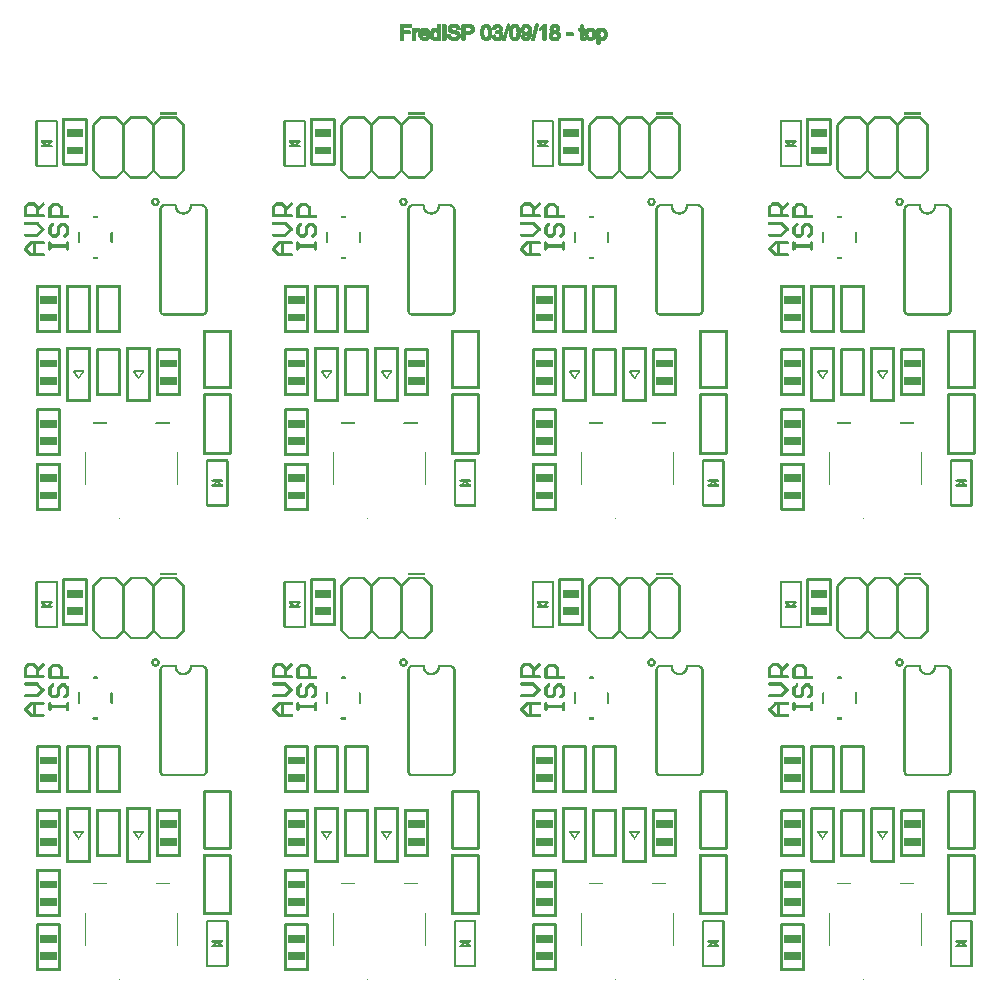
<source format=gto>
%MOIN*%
%OFA0B0*%
%FSLAX44Y44*%
%IPPOS*%
%LPD*%
G36*
X00003612Y00015621D02*
G01*
X00003609Y00015638D01*
X00003600Y00015653D01*
X00003589Y00015666D01*
X00003573Y00015673D01*
X00003557Y00015676D01*
X00003163Y00015676D01*
X00003146Y00015673D01*
X00003131Y00015666D01*
X00003118Y00015653D01*
X00003111Y00015638D01*
X00003108Y00015621D01*
X00003111Y00015605D01*
X00003118Y00015589D01*
X00003131Y00015576D01*
X00003146Y00015569D01*
X00003163Y00015566D01*
X00003557Y00015566D01*
X00003573Y00015569D01*
X00003589Y00015576D01*
X00003600Y00015589D01*
X00003609Y00015605D01*
X00003612Y00015621D01*
G37*
G36*
X00003217Y00015621D02*
G01*
X00003215Y00015638D01*
X00003207Y00015653D01*
X00002998Y00015863D01*
X00002983Y00015871D01*
X00002965Y00015873D01*
X00002949Y00015871D01*
X00002934Y00015863D01*
X00002921Y00015851D01*
X00002914Y00015834D01*
X00002911Y00015818D01*
X00002914Y00015801D01*
X00002921Y00015786D01*
X00003131Y00015576D01*
X00003146Y00015569D01*
X00003163Y00015566D01*
X00003180Y00015569D01*
X00003195Y00015576D01*
X00003207Y00015589D01*
X00003215Y00015605D01*
X00003217Y00015621D01*
G37*
G36*
X00003217Y00016015D02*
G01*
X00003215Y00016032D01*
X00003207Y00016047D01*
X00003195Y00016060D01*
X00003180Y00016067D01*
X00003163Y00016070D01*
X00003146Y00016067D01*
X00003131Y00016060D01*
X00002934Y00015863D01*
X00002921Y00015851D01*
X00002914Y00015834D01*
X00002911Y00015818D01*
X00002914Y00015801D01*
X00002921Y00015786D01*
X00002934Y00015774D01*
X00002949Y00015766D01*
X00002965Y00015763D01*
X00002983Y00015766D01*
X00002998Y00015774D01*
X00003195Y00015971D01*
X00003207Y00015983D01*
X00003215Y00015998D01*
X00003217Y00016015D01*
G37*
G36*
X00003612Y00016015D02*
G01*
X00003609Y00016032D01*
X00003600Y00016047D01*
X00003589Y00016060D01*
X00003573Y00016067D01*
X00003557Y00016070D01*
X00003163Y00016070D01*
X00003146Y00016067D01*
X00003131Y00016060D01*
X00003118Y00016047D01*
X00003111Y00016032D01*
X00003108Y00016015D01*
X00003111Y00015998D01*
X00003118Y00015983D01*
X00003131Y00015971D01*
X00003146Y00015963D01*
X00003163Y00015960D01*
X00003557Y00015960D01*
X00003573Y00015963D01*
X00003589Y00015971D01*
X00003600Y00015983D01*
X00003609Y00015998D01*
X00003612Y00016015D01*
G37*
G36*
X00003316Y00016015D02*
G01*
X00003313Y00016032D01*
X00003306Y00016047D01*
X00003293Y00016060D01*
X00003278Y00016067D01*
X00003261Y00016070D01*
X00003244Y00016067D01*
X00003229Y00016060D01*
X00003217Y00016047D01*
X00003209Y00016032D01*
X00003205Y00016015D01*
X00003205Y00015621D01*
X00003209Y00015605D01*
X00003217Y00015589D01*
X00003229Y00015576D01*
X00003244Y00015569D01*
X00003261Y00015566D01*
X00003278Y00015569D01*
X00003293Y00015576D01*
X00003306Y00015589D01*
X00003313Y00015605D01*
X00003316Y00015621D01*
X00003316Y00016015D01*
G37*
G36*
X00003415Y00016266D02*
G01*
X00003412Y00016283D01*
X00003403Y00016298D01*
X00003392Y00016311D01*
X00003377Y00016318D01*
X00003360Y00016321D01*
X00002965Y00016321D01*
X00002949Y00016318D01*
X00002934Y00016311D01*
X00002921Y00016298D01*
X00002914Y00016283D01*
X00002911Y00016266D01*
X00002914Y00016249D01*
X00002921Y00016234D01*
X00002934Y00016222D01*
X00002949Y00016214D01*
X00002965Y00016211D01*
X00003360Y00016211D01*
X00003377Y00016214D01*
X00003392Y00016222D01*
X00003403Y00016234D01*
X00003412Y00016249D01*
X00003415Y00016266D01*
G37*
G36*
X00003612Y00016463D02*
G01*
X00003609Y00016480D01*
X00003600Y00016495D01*
X00003589Y00016507D01*
X00003573Y00016515D01*
X00003557Y00016518D01*
X00003539Y00016515D01*
X00003523Y00016507D01*
X00003326Y00016311D01*
X00003315Y00016298D01*
X00003307Y00016283D01*
X00003305Y00016266D01*
X00003307Y00016249D01*
X00003315Y00016234D01*
X00003326Y00016222D01*
X00003342Y00016214D01*
X00003360Y00016211D01*
X00003377Y00016214D01*
X00003392Y00016222D01*
X00003589Y00016418D01*
X00003600Y00016431D01*
X00003609Y00016446D01*
X00003612Y00016463D01*
G37*
G36*
X00003612Y00016463D02*
G01*
X00003609Y00016480D01*
X00003600Y00016495D01*
X00003392Y00016704D01*
X00003377Y00016712D01*
X00003360Y00016715D01*
X00003342Y00016712D01*
X00003326Y00016704D01*
X00003315Y00016692D01*
X00003307Y00016677D01*
X00003305Y00016660D01*
X00003307Y00016643D01*
X00003315Y00016627D01*
X00003523Y00016418D01*
X00003539Y00016411D01*
X00003557Y00016408D01*
X00003573Y00016411D01*
X00003589Y00016418D01*
X00003600Y00016431D01*
X00003609Y00016446D01*
X00003612Y00016463D01*
G37*
G36*
X00003415Y00016660D02*
G01*
X00003412Y00016677D01*
X00003403Y00016692D01*
X00003392Y00016704D01*
X00003377Y00016712D01*
X00003360Y00016715D01*
X00002965Y00016715D01*
X00002949Y00016712D01*
X00002934Y00016704D01*
X00002921Y00016692D01*
X00002914Y00016677D01*
X00002911Y00016660D01*
X00002914Y00016643D01*
X00002921Y00016627D01*
X00002934Y00016615D01*
X00002949Y00016607D01*
X00002965Y00016605D01*
X00003360Y00016605D01*
X00003377Y00016607D01*
X00003392Y00016615D01*
X00003403Y00016627D01*
X00003412Y00016643D01*
X00003415Y00016660D01*
G37*
G36*
X00003612Y00016911D02*
G01*
X00003609Y00016928D01*
X00003600Y00016943D01*
X00003589Y00016955D01*
X00003573Y00016963D01*
X00003557Y00016966D01*
X00002965Y00016966D01*
X00002949Y00016963D01*
X00002934Y00016955D01*
X00002921Y00016943D01*
X00002914Y00016928D01*
X00002911Y00016911D01*
X00002914Y00016894D01*
X00002921Y00016878D01*
X00002934Y00016866D01*
X00002949Y00016858D01*
X00002965Y00016856D01*
X00003557Y00016856D01*
X00003573Y00016858D01*
X00003589Y00016866D01*
X00003600Y00016878D01*
X00003609Y00016894D01*
X00003612Y00016911D01*
G37*
G36*
X00003021Y00017206D02*
G01*
X00003018Y00017223D01*
X00003010Y00017238D01*
X00002998Y00017250D01*
X00002983Y00017258D01*
X00002965Y00017261D01*
X00002949Y00017258D01*
X00002934Y00017250D01*
X00002921Y00017238D01*
X00002914Y00017223D01*
X00002911Y00017206D01*
X00002911Y00016911D01*
X00002914Y00016894D01*
X00002921Y00016878D01*
X00002934Y00016866D01*
X00002949Y00016858D01*
X00002965Y00016856D01*
X00002983Y00016858D01*
X00002998Y00016866D01*
X00003010Y00016878D01*
X00003018Y00016894D01*
X00003021Y00016911D01*
X00003021Y00017206D01*
G37*
G36*
X00003119Y00017304D02*
G01*
X00003116Y00017321D01*
X00003109Y00017336D01*
X00003096Y00017349D01*
X00003081Y00017357D01*
X00003064Y00017359D01*
X00003047Y00017357D01*
X00003032Y00017349D01*
X00002934Y00017250D01*
X00002921Y00017238D01*
X00002914Y00017223D01*
X00002911Y00017206D01*
X00002914Y00017189D01*
X00002921Y00017174D01*
X00002934Y00017161D01*
X00002949Y00017154D01*
X00002965Y00017151D01*
X00002983Y00017154D01*
X00002998Y00017161D01*
X00003096Y00017260D01*
X00003109Y00017272D01*
X00003116Y00017287D01*
X00003119Y00017304D01*
G37*
G36*
X00003316Y00017304D02*
G01*
X00003313Y00017321D01*
X00003306Y00017336D01*
X00003293Y00017349D01*
X00003278Y00017357D01*
X00003261Y00017359D01*
X00003064Y00017359D01*
X00003047Y00017357D01*
X00003032Y00017349D01*
X00003020Y00017336D01*
X00003012Y00017321D01*
X00003009Y00017304D01*
X00003012Y00017287D01*
X00003020Y00017272D01*
X00003032Y00017260D01*
X00003047Y00017252D01*
X00003064Y00017249D01*
X00003261Y00017249D01*
X00003278Y00017252D01*
X00003293Y00017260D01*
X00003306Y00017272D01*
X00003313Y00017287D01*
X00003316Y00017304D01*
G37*
G36*
X00003415Y00017206D02*
G01*
X00003412Y00017223D01*
X00003403Y00017238D01*
X00003293Y00017349D01*
X00003278Y00017357D01*
X00003261Y00017359D01*
X00003244Y00017357D01*
X00003229Y00017349D01*
X00003217Y00017336D01*
X00003209Y00017321D01*
X00003205Y00017304D01*
X00003209Y00017287D01*
X00003217Y00017272D01*
X00003326Y00017161D01*
X00003342Y00017154D01*
X00003360Y00017151D01*
X00003377Y00017154D01*
X00003392Y00017161D01*
X00003403Y00017174D01*
X00003412Y00017189D01*
X00003415Y00017206D01*
G37*
G36*
X00003415Y00017206D02*
G01*
X00003412Y00017223D01*
X00003403Y00017238D01*
X00003392Y00017250D01*
X00003377Y00017258D01*
X00003360Y00017261D01*
X00003342Y00017258D01*
X00003326Y00017250D01*
X00003315Y00017238D01*
X00003307Y00017223D01*
X00003305Y00017206D01*
X00003305Y00016911D01*
X00003307Y00016894D01*
X00003315Y00016878D01*
X00003326Y00016866D01*
X00003342Y00016858D01*
X00003360Y00016856D01*
X00003377Y00016858D01*
X00003392Y00016866D01*
X00003403Y00016878D01*
X00003412Y00016894D01*
X00003415Y00016911D01*
X00003415Y00017206D01*
G37*
G36*
X00003612Y00017304D02*
G01*
X00003609Y00017321D01*
X00003600Y00017336D01*
X00003589Y00017349D01*
X00003573Y00017357D01*
X00003557Y00017359D01*
X00003539Y00017357D01*
X00003523Y00017349D01*
X00003326Y00017152D01*
X00003315Y00017140D01*
X00003307Y00017124D01*
X00003305Y00017107D01*
X00003307Y00017090D01*
X00003315Y00017075D01*
X00003326Y00017063D01*
X00003342Y00017055D01*
X00003360Y00017052D01*
X00003377Y00017055D01*
X00003392Y00017063D01*
X00003589Y00017260D01*
X00003600Y00017272D01*
X00003609Y00017287D01*
X00003612Y00017304D01*
G37*
G36*
X00004424Y00016006D02*
G01*
X00004421Y00016023D01*
X00004413Y00016037D01*
X00004401Y00016050D01*
X00004386Y00016057D01*
X00004369Y00016060D01*
X00004352Y00016057D01*
X00004337Y00016050D01*
X00004324Y00016037D01*
X00004317Y00016023D01*
X00004314Y00016006D01*
X00004314Y00015809D01*
X00004317Y00015791D01*
X00004324Y00015777D01*
X00004337Y00015765D01*
X00004352Y00015756D01*
X00004369Y00015754D01*
X00004386Y00015756D01*
X00004401Y00015765D01*
X00004413Y00015777D01*
X00004421Y00015791D01*
X00004424Y00015809D01*
X00004424Y00016006D01*
G37*
G36*
X00004424Y00015907D02*
G01*
X00004421Y00015924D01*
X00004413Y00015940D01*
X00004401Y00015952D01*
X00004386Y00015960D01*
X00004369Y00015962D01*
X00003779Y00015962D01*
X00003762Y00015960D01*
X00003746Y00015952D01*
X00003734Y00015940D01*
X00003726Y00015924D01*
X00003724Y00015907D01*
X00003726Y00015890D01*
X00003734Y00015875D01*
X00003746Y00015863D01*
X00003762Y00015855D01*
X00003779Y00015851D01*
X00004369Y00015851D01*
X00004386Y00015855D01*
X00004401Y00015863D01*
X00004413Y00015875D01*
X00004421Y00015890D01*
X00004424Y00015907D01*
G37*
G36*
X00003834Y00016006D02*
G01*
X00003831Y00016023D01*
X00003822Y00016037D01*
X00003810Y00016050D01*
X00003795Y00016057D01*
X00003779Y00016060D01*
X00003762Y00016057D01*
X00003746Y00016050D01*
X00003734Y00016037D01*
X00003726Y00016023D01*
X00003724Y00016006D01*
X00003724Y00015809D01*
X00003726Y00015791D01*
X00003734Y00015777D01*
X00003746Y00015765D01*
X00003762Y00015756D01*
X00003779Y00015754D01*
X00003795Y00015756D01*
X00003810Y00015765D01*
X00003822Y00015777D01*
X00003831Y00015791D01*
X00003834Y00015809D01*
X00003834Y00016006D01*
G37*
G36*
X00003932Y00016632D02*
G01*
X00003929Y00016649D01*
X00003921Y00016665D01*
X00003909Y00016677D01*
X00003894Y00016685D01*
X00003877Y00016687D01*
X00003860Y00016685D01*
X00003845Y00016677D01*
X00003832Y00016665D01*
X00003734Y00016566D01*
X00003726Y00016551D01*
X00003724Y00016534D01*
X00003726Y00016517D01*
X00003734Y00016502D01*
X00003746Y00016488D01*
X00003762Y00016482D01*
X00003779Y00016479D01*
X00003795Y00016482D01*
X00003810Y00016488D01*
X00003822Y00016502D01*
X00003921Y00016600D01*
X00003929Y00016615D01*
X00003932Y00016632D01*
G37*
G36*
X00003834Y00016534D02*
G01*
X00003831Y00016551D01*
X00003822Y00016566D01*
X00003810Y00016578D01*
X00003795Y00016586D01*
X00003779Y00016589D01*
X00003762Y00016586D01*
X00003746Y00016578D01*
X00003734Y00016566D01*
X00003726Y00016551D01*
X00003724Y00016534D01*
X00003724Y00016337D01*
X00003726Y00016319D01*
X00003734Y00016304D01*
X00003746Y00016293D01*
X00003762Y00016285D01*
X00003779Y00016282D01*
X00003795Y00016285D01*
X00003810Y00016293D01*
X00003822Y00016304D01*
X00003831Y00016319D01*
X00003834Y00016337D01*
X00003834Y00016534D01*
G37*
G36*
X00003932Y00016238D02*
G01*
X00003929Y00016256D01*
X00003921Y00016271D01*
X00003822Y00016369D01*
X00003810Y00016382D01*
X00003795Y00016389D01*
X00003779Y00016392D01*
X00003762Y00016389D01*
X00003746Y00016382D01*
X00003734Y00016369D01*
X00003726Y00016354D01*
X00003724Y00016337D01*
X00003726Y00016319D01*
X00003734Y00016304D01*
X00003832Y00016206D01*
X00003845Y00016194D01*
X00003860Y00016186D01*
X00003877Y00016184D01*
X00003894Y00016186D01*
X00003909Y00016194D01*
X00003921Y00016206D01*
X00003929Y00016222D01*
X00003932Y00016238D01*
G37*
G36*
X00004030Y00016238D02*
G01*
X00004028Y00016256D01*
X00004020Y00016271D01*
X00004008Y00016283D01*
X00003992Y00016291D01*
X00003975Y00016294D01*
X00003877Y00016294D01*
X00003860Y00016291D01*
X00003845Y00016283D01*
X00003832Y00016271D01*
X00003825Y00016256D01*
X00003822Y00016238D01*
X00003825Y00016222D01*
X00003832Y00016206D01*
X00003845Y00016194D01*
X00003860Y00016186D01*
X00003877Y00016184D01*
X00003975Y00016184D01*
X00003992Y00016186D01*
X00004008Y00016194D01*
X00004020Y00016206D01*
X00004028Y00016222D01*
X00004030Y00016238D01*
G37*
G36*
X00004129Y00016337D02*
G01*
X00004126Y00016354D01*
X00004118Y00016369D01*
X00004106Y00016382D01*
X00004091Y00016389D01*
X00004074Y00016392D01*
X00004057Y00016389D01*
X00004041Y00016382D01*
X00003931Y00016271D01*
X00003923Y00016256D01*
X00003920Y00016238D01*
X00003923Y00016222D01*
X00003931Y00016206D01*
X00003943Y00016194D01*
X00003958Y00016186D01*
X00003975Y00016184D01*
X00003992Y00016186D01*
X00004008Y00016194D01*
X00004118Y00016304D01*
X00004126Y00016319D01*
X00004129Y00016337D01*
G37*
G36*
X00004129Y00016534D02*
G01*
X00004126Y00016551D01*
X00004118Y00016566D01*
X00004106Y00016578D01*
X00004091Y00016586D01*
X00004074Y00016589D01*
X00004057Y00016586D01*
X00004041Y00016578D01*
X00004029Y00016566D01*
X00004021Y00016551D01*
X00004019Y00016534D01*
X00004019Y00016337D01*
X00004021Y00016319D01*
X00004029Y00016304D01*
X00004041Y00016293D01*
X00004057Y00016285D01*
X00004074Y00016282D01*
X00004091Y00016285D01*
X00004106Y00016293D01*
X00004118Y00016304D01*
X00004126Y00016319D01*
X00004129Y00016337D01*
X00004129Y00016534D01*
G37*
G36*
X00004227Y00016632D02*
G01*
X00004224Y00016649D01*
X00004217Y00016665D01*
X00004205Y00016677D01*
X00004189Y00016685D01*
X00004172Y00016687D01*
X00004155Y00016685D01*
X00004140Y00016677D01*
X00004029Y00016566D01*
X00004021Y00016551D01*
X00004019Y00016534D01*
X00004021Y00016517D01*
X00004029Y00016502D01*
X00004041Y00016488D01*
X00004057Y00016482D01*
X00004074Y00016479D01*
X00004091Y00016482D01*
X00004106Y00016488D01*
X00004217Y00016600D01*
X00004224Y00016615D01*
X00004227Y00016632D01*
G37*
G36*
X00004326Y00016632D02*
G01*
X00004323Y00016649D01*
X00004315Y00016665D01*
X00004303Y00016677D01*
X00004288Y00016685D01*
X00004271Y00016687D01*
X00004172Y00016687D01*
X00004155Y00016685D01*
X00004140Y00016677D01*
X00004128Y00016665D01*
X00004120Y00016649D01*
X00004117Y00016632D01*
X00004120Y00016615D01*
X00004128Y00016600D01*
X00004140Y00016588D01*
X00004155Y00016580D01*
X00004172Y00016577D01*
X00004271Y00016577D01*
X00004288Y00016580D01*
X00004303Y00016588D01*
X00004315Y00016600D01*
X00004323Y00016615D01*
X00004326Y00016632D01*
G37*
G36*
X00004424Y00016534D02*
G01*
X00004421Y00016551D01*
X00004413Y00016566D01*
X00004315Y00016665D01*
X00004303Y00016677D01*
X00004288Y00016685D01*
X00004271Y00016687D01*
X00004254Y00016685D01*
X00004238Y00016677D01*
X00004226Y00016665D01*
X00004218Y00016649D01*
X00004216Y00016632D01*
X00004218Y00016615D01*
X00004226Y00016600D01*
X00004324Y00016502D01*
X00004337Y00016488D01*
X00004352Y00016482D01*
X00004369Y00016479D01*
X00004386Y00016482D01*
X00004401Y00016488D01*
X00004413Y00016502D01*
X00004421Y00016517D01*
X00004424Y00016534D01*
G37*
G36*
X00004424Y00016534D02*
G01*
X00004421Y00016551D01*
X00004413Y00016566D01*
X00004401Y00016578D01*
X00004386Y00016586D01*
X00004369Y00016589D01*
X00004352Y00016586D01*
X00004337Y00016578D01*
X00004324Y00016566D01*
X00004317Y00016551D01*
X00004314Y00016534D01*
X00004314Y00016337D01*
X00004317Y00016319D01*
X00004324Y00016304D01*
X00004337Y00016293D01*
X00004352Y00016285D01*
X00004369Y00016282D01*
X00004386Y00016285D01*
X00004401Y00016293D01*
X00004413Y00016304D01*
X00004421Y00016319D01*
X00004424Y00016337D01*
X00004424Y00016534D01*
G37*
G36*
X00004424Y00016337D02*
G01*
X00004421Y00016354D01*
X00004413Y00016369D01*
X00004401Y00016382D01*
X00004386Y00016389D01*
X00004369Y00016392D01*
X00004352Y00016389D01*
X00004337Y00016382D01*
X00004324Y00016369D01*
X00004226Y00016271D01*
X00004218Y00016256D01*
X00004216Y00016238D01*
X00004218Y00016222D01*
X00004226Y00016206D01*
X00004238Y00016194D01*
X00004254Y00016186D01*
X00004271Y00016184D01*
X00004288Y00016186D01*
X00004303Y00016194D01*
X00004315Y00016206D01*
X00004413Y00016304D01*
X00004421Y00016319D01*
X00004424Y00016337D01*
G37*
G36*
X00004424Y00016883D02*
G01*
X00004421Y00016900D01*
X00004413Y00016916D01*
X00004401Y00016928D01*
X00004386Y00016936D01*
X00004369Y00016938D01*
X00003779Y00016938D01*
X00003762Y00016936D01*
X00003746Y00016928D01*
X00003734Y00016916D01*
X00003726Y00016900D01*
X00003724Y00016883D01*
X00003726Y00016866D01*
X00003734Y00016851D01*
X00003746Y00016839D01*
X00003762Y00016831D01*
X00003779Y00016828D01*
X00004369Y00016828D01*
X00004386Y00016831D01*
X00004401Y00016839D01*
X00004413Y00016851D01*
X00004421Y00016866D01*
X00004424Y00016883D01*
G37*
G36*
X00003834Y00017179D02*
G01*
X00003831Y00017196D01*
X00003822Y00017211D01*
X00003810Y00017223D01*
X00003795Y00017231D01*
X00003779Y00017233D01*
X00003762Y00017231D01*
X00003746Y00017223D01*
X00003734Y00017211D01*
X00003726Y00017196D01*
X00003724Y00017179D01*
X00003724Y00016883D01*
X00003726Y00016866D01*
X00003734Y00016851D01*
X00003746Y00016839D01*
X00003762Y00016831D01*
X00003779Y00016828D01*
X00003795Y00016831D01*
X00003810Y00016839D01*
X00003822Y00016851D01*
X00003831Y00016866D01*
X00003834Y00016883D01*
X00003834Y00017179D01*
G37*
G36*
X00003932Y00017276D02*
G01*
X00003929Y00017294D01*
X00003921Y00017309D01*
X00003909Y00017321D01*
X00003894Y00017329D01*
X00003877Y00017332D01*
X00003860Y00017329D01*
X00003845Y00017321D01*
X00003832Y00017309D01*
X00003734Y00017211D01*
X00003726Y00017196D01*
X00003724Y00017179D01*
X00003726Y00017162D01*
X00003734Y00017146D01*
X00003746Y00017134D01*
X00003762Y00017126D01*
X00003779Y00017124D01*
X00003795Y00017126D01*
X00003810Y00017134D01*
X00003822Y00017146D01*
X00003921Y00017245D01*
X00003929Y00017260D01*
X00003932Y00017276D01*
G37*
G36*
X00004129Y00017276D02*
G01*
X00004126Y00017294D01*
X00004118Y00017309D01*
X00004106Y00017321D01*
X00004091Y00017329D01*
X00004074Y00017332D01*
X00003877Y00017332D01*
X00003860Y00017329D01*
X00003845Y00017321D01*
X00003832Y00017309D01*
X00003825Y00017294D01*
X00003822Y00017276D01*
X00003825Y00017260D01*
X00003832Y00017245D01*
X00003845Y00017232D01*
X00003860Y00017225D01*
X00003877Y00017222D01*
X00004074Y00017222D01*
X00004091Y00017225D01*
X00004106Y00017232D01*
X00004118Y00017245D01*
X00004126Y00017260D01*
X00004129Y00017276D01*
G37*
G36*
X00004227Y00017179D02*
G01*
X00004224Y00017196D01*
X00004217Y00017211D01*
X00004106Y00017321D01*
X00004091Y00017329D01*
X00004074Y00017332D01*
X00004057Y00017329D01*
X00004041Y00017321D01*
X00004029Y00017309D01*
X00004021Y00017294D01*
X00004019Y00017276D01*
X00004021Y00017260D01*
X00004029Y00017245D01*
X00004140Y00017134D01*
X00004155Y00017126D01*
X00004172Y00017124D01*
X00004189Y00017126D01*
X00004205Y00017134D01*
X00004217Y00017146D01*
X00004224Y00017162D01*
X00004227Y00017179D01*
G37*
G36*
X00004227Y00017179D02*
G01*
X00004224Y00017196D01*
X00004217Y00017211D01*
X00004205Y00017223D01*
X00004189Y00017231D01*
X00004172Y00017233D01*
X00004155Y00017231D01*
X00004140Y00017223D01*
X00004128Y00017211D01*
X00004120Y00017196D01*
X00004117Y00017179D01*
X00004117Y00016883D01*
X00004120Y00016866D01*
X00004128Y00016851D01*
X00004140Y00016839D01*
X00004155Y00016831D01*
X00004172Y00016828D01*
X00004189Y00016831D01*
X00004205Y00016839D01*
X00004217Y00016851D01*
X00004224Y00016866D01*
X00004227Y00016883D01*
X00004227Y00017179D01*
G37*
G36*
X00008974Y00010942D02*
G01*
X00008972Y00010956D01*
X00008964Y00010971D01*
X00008953Y00010982D01*
X00008939Y00010989D01*
X00008924Y00010991D01*
X00008909Y00010989D01*
X00008895Y00010982D01*
X00008884Y00010971D01*
X00008876Y00010956D01*
X00008874Y00010942D01*
X00008874Y00009004D01*
X00008876Y00008989D01*
X00008884Y00008975D01*
X00008895Y00008964D01*
X00008909Y00008956D01*
X00008924Y00008954D01*
X00008939Y00008956D01*
X00008953Y00008964D01*
X00008964Y00008975D01*
X00008972Y00008989D01*
X00008974Y00009004D01*
X00008974Y00010942D01*
G37*
G36*
X00009849Y00010942D02*
G01*
X00009847Y00010956D01*
X00009839Y00010971D01*
X00009828Y00010982D01*
X00009814Y00010989D01*
X00009799Y00010991D01*
X00008924Y00010991D01*
X00008909Y00010989D01*
X00008895Y00010982D01*
X00008884Y00010971D01*
X00008876Y00010956D01*
X00008874Y00010942D01*
X00008876Y00010926D01*
X00008884Y00010912D01*
X00008895Y00010901D01*
X00008909Y00010894D01*
X00008924Y00010892D01*
X00009799Y00010892D01*
X00009814Y00010894D01*
X00009828Y00010901D01*
X00009839Y00010912D01*
X00009847Y00010926D01*
X00009849Y00010942D01*
G37*
G36*
X00009849Y00010942D02*
G01*
X00009847Y00010956D01*
X00009839Y00010971D01*
X00009828Y00010982D01*
X00009814Y00010989D01*
X00009799Y00010991D01*
X00009784Y00010989D01*
X00009770Y00010982D01*
X00009759Y00010971D01*
X00009751Y00010956D01*
X00009749Y00010942D01*
X00009749Y00009004D01*
X00009751Y00008989D01*
X00009759Y00008975D01*
X00009770Y00008964D01*
X00009784Y00008956D01*
X00009799Y00008954D01*
X00009814Y00008956D01*
X00009828Y00008964D01*
X00009839Y00008975D01*
X00009847Y00008989D01*
X00009849Y00009004D01*
X00009849Y00010942D01*
G37*
G36*
X00009849Y00009004D02*
G01*
X00009847Y00009019D01*
X00009839Y00009033D01*
X00009828Y00009044D01*
X00009814Y00009052D01*
X00009799Y00009054D01*
X00008924Y00009054D01*
X00008909Y00009052D01*
X00008895Y00009044D01*
X00008884Y00009033D01*
X00008876Y00009019D01*
X00008874Y00009004D01*
X00008876Y00008989D01*
X00008884Y00008975D01*
X00008895Y00008964D01*
X00008909Y00008956D01*
X00008924Y00008954D01*
X00009799Y00008954D01*
X00009814Y00008956D01*
X00009828Y00008964D01*
X00009839Y00008975D01*
X00009847Y00008989D01*
X00009849Y00009004D01*
G37*
G36*
X00009849Y00011192D02*
G01*
X00009847Y00011207D01*
X00009839Y00011221D01*
X00009828Y00011232D01*
X00009814Y00011238D01*
X00009799Y00011242D01*
X00008924Y00011242D01*
X00008909Y00011238D01*
X00008895Y00011232D01*
X00008884Y00011221D01*
X00008876Y00011207D01*
X00008874Y00011192D01*
X00008876Y00011176D01*
X00008884Y00011162D01*
X00008895Y00011151D01*
X00008909Y00011144D01*
X00008924Y00011142D01*
X00009799Y00011142D01*
X00009814Y00011144D01*
X00009828Y00011151D01*
X00009839Y00011162D01*
X00009847Y00011176D01*
X00009849Y00011192D01*
G37*
G36*
X00008974Y00013065D02*
G01*
X00008972Y00013082D01*
X00008964Y00013096D01*
X00008953Y00013107D01*
X00008939Y00013113D01*
X00008924Y00013115D01*
X00008909Y00013113D01*
X00008895Y00013107D01*
X00008884Y00013096D01*
X00008876Y00013082D01*
X00008874Y00013065D01*
X00008874Y00011192D01*
X00008876Y00011176D01*
X00008884Y00011162D01*
X00008895Y00011151D01*
X00008909Y00011144D01*
X00008924Y00011142D01*
X00008939Y00011144D01*
X00008953Y00011151D01*
X00008964Y00011162D01*
X00008972Y00011176D01*
X00008974Y00011192D01*
X00008974Y00013065D01*
G37*
G36*
X00009849Y00013065D02*
G01*
X00009847Y00013082D01*
X00009839Y00013096D01*
X00009828Y00013107D01*
X00009814Y00013113D01*
X00009799Y00013115D01*
X00008924Y00013115D01*
X00008909Y00013113D01*
X00008895Y00013107D01*
X00008884Y00013096D01*
X00008876Y00013082D01*
X00008874Y00013065D01*
X00008876Y00013051D01*
X00008884Y00013037D01*
X00008895Y00013026D01*
X00008909Y00013019D01*
X00008924Y00013017D01*
X00009799Y00013017D01*
X00009814Y00013019D01*
X00009828Y00013026D01*
X00009839Y00013037D01*
X00009847Y00013051D01*
X00009849Y00013065D01*
G37*
G36*
X00009849Y00013065D02*
G01*
X00009847Y00013082D01*
X00009839Y00013096D01*
X00009828Y00013107D01*
X00009814Y00013113D01*
X00009799Y00013115D01*
X00009784Y00013113D01*
X00009770Y00013107D01*
X00009759Y00013096D01*
X00009751Y00013082D01*
X00009749Y00013065D01*
X00009749Y00011192D01*
X00009751Y00011176D01*
X00009759Y00011162D01*
X00009770Y00011151D01*
X00009784Y00011144D01*
X00009799Y00011142D01*
X00009814Y00011144D01*
X00009828Y00011151D01*
X00009839Y00011162D01*
X00009847Y00011176D01*
X00009849Y00011192D01*
X00009849Y00013065D01*
G37*
G36*
X00007411Y00012441D02*
G01*
X00007408Y00012457D01*
X00007402Y00012471D01*
X00007391Y00012482D01*
X00007377Y00012488D01*
X00007362Y00012492D01*
X00007346Y00012488D01*
X00007332Y00012482D01*
X00007320Y00012471D01*
X00007314Y00012457D01*
X00007311Y00012441D01*
X00007311Y00010942D01*
X00007314Y00010926D01*
X00007320Y00010912D01*
X00007332Y00010901D01*
X00007346Y00010894D01*
X00007362Y00010892D01*
X00007377Y00010894D01*
X00007391Y00010901D01*
X00007402Y00010912D01*
X00007408Y00010926D01*
X00007411Y00010942D01*
X00007411Y00012441D01*
G37*
G36*
X00008161Y00012441D02*
G01*
X00008159Y00012457D01*
X00008152Y00012471D01*
X00008141Y00012482D01*
X00008127Y00012488D01*
X00008111Y00012492D01*
X00007362Y00012492D01*
X00007346Y00012488D01*
X00007332Y00012482D01*
X00007320Y00012471D01*
X00007314Y00012457D01*
X00007311Y00012441D01*
X00007314Y00012426D01*
X00007320Y00012412D01*
X00007332Y00012401D01*
X00007346Y00012394D01*
X00007362Y00012391D01*
X00008111Y00012391D01*
X00008127Y00012394D01*
X00008141Y00012401D01*
X00008152Y00012412D01*
X00008159Y00012426D01*
X00008161Y00012441D01*
G37*
G36*
X00008161Y00012441D02*
G01*
X00008159Y00012457D01*
X00008152Y00012471D01*
X00008141Y00012482D01*
X00008127Y00012488D01*
X00008111Y00012492D01*
X00008096Y00012488D01*
X00008082Y00012482D01*
X00008071Y00012471D01*
X00008064Y00012457D01*
X00008062Y00012441D01*
X00008062Y00010942D01*
X00008064Y00010926D01*
X00008071Y00010912D01*
X00008082Y00010901D01*
X00008096Y00010894D01*
X00008111Y00010892D01*
X00008127Y00010894D01*
X00008141Y00010901D01*
X00008152Y00010912D01*
X00008159Y00010926D01*
X00008161Y00010942D01*
X00008161Y00012441D01*
G37*
G36*
X00008161Y00010942D02*
G01*
X00008159Y00010956D01*
X00008152Y00010971D01*
X00008141Y00010982D01*
X00008127Y00010989D01*
X00008111Y00010991D01*
X00007362Y00010991D01*
X00007346Y00010989D01*
X00007332Y00010982D01*
X00007320Y00010971D01*
X00007314Y00010956D01*
X00007311Y00010942D01*
X00007314Y00010926D01*
X00007320Y00010912D01*
X00007332Y00010901D01*
X00007346Y00010894D01*
X00007362Y00010892D01*
X00008111Y00010892D01*
X00008127Y00010894D01*
X00008141Y00010901D01*
X00008152Y00010912D01*
X00008159Y00010926D01*
X00008161Y00010942D01*
G37*
G36*
X00007161Y00012504D02*
G01*
X00007159Y00012519D01*
X00007151Y00012533D01*
X00007140Y00012544D01*
X00007127Y00012552D01*
X00007110Y00012554D01*
X00006362Y00012554D01*
X00006345Y00012552D01*
X00006332Y00012544D01*
X00006320Y00012533D01*
X00006314Y00012519D01*
X00006312Y00012504D01*
X00006314Y00012488D01*
X00006320Y00012475D01*
X00006332Y00012464D01*
X00006345Y00012456D01*
X00006362Y00012454D01*
X00007110Y00012454D01*
X00007127Y00012456D01*
X00007140Y00012464D01*
X00007151Y00012475D01*
X00007159Y00012488D01*
X00007161Y00012504D01*
G37*
G36*
X00006411Y00012504D02*
G01*
X00006408Y00012519D01*
X00006402Y00012533D01*
X00006391Y00012544D01*
X00006376Y00012552D01*
X00006362Y00012554D01*
X00006345Y00012552D01*
X00006332Y00012544D01*
X00006320Y00012533D01*
X00006314Y00012519D01*
X00006312Y00012504D01*
X00006312Y00010754D01*
X00006314Y00010739D01*
X00006320Y00010725D01*
X00006332Y00010713D01*
X00006345Y00010706D01*
X00006362Y00010704D01*
X00006376Y00010706D01*
X00006391Y00010713D01*
X00006402Y00010725D01*
X00006408Y00010739D01*
X00006411Y00010754D01*
X00006411Y00012504D01*
G37*
G36*
X00007161Y00010754D02*
G01*
X00007159Y00010769D01*
X00007151Y00010783D01*
X00007140Y00010794D01*
X00007127Y00010802D01*
X00007110Y00010804D01*
X00006362Y00010804D01*
X00006345Y00010802D01*
X00006332Y00010794D01*
X00006320Y00010783D01*
X00006314Y00010769D01*
X00006312Y00010754D01*
X00006314Y00010739D01*
X00006320Y00010725D01*
X00006332Y00010713D01*
X00006345Y00010706D01*
X00006362Y00010704D01*
X00007110Y00010704D01*
X00007127Y00010706D01*
X00007140Y00010713D01*
X00007151Y00010725D01*
X00007159Y00010739D01*
X00007161Y00010754D01*
G37*
G36*
X00007161Y00012504D02*
G01*
X00007159Y00012519D01*
X00007151Y00012533D01*
X00007140Y00012544D01*
X00007127Y00012552D01*
X00007110Y00012554D01*
X00007096Y00012552D01*
X00007082Y00012544D01*
X00007070Y00012533D01*
X00007064Y00012519D01*
X00007062Y00012504D01*
X00007062Y00010754D01*
X00007064Y00010739D01*
X00007070Y00010725D01*
X00007082Y00010713D01*
X00007096Y00010706D01*
X00007110Y00010704D01*
X00007127Y00010706D01*
X00007140Y00010713D01*
X00007151Y00010725D01*
X00007159Y00010739D01*
X00007161Y00010754D01*
X00007161Y00012504D01*
G37*
G36*
X00005161Y00012504D02*
G01*
X00005159Y00012519D01*
X00005152Y00012533D01*
X00005141Y00012544D01*
X00005127Y00012552D01*
X00005112Y00012554D01*
X00004362Y00012554D01*
X00004346Y00012552D01*
X00004332Y00012544D01*
X00004321Y00012533D01*
X00004314Y00012519D01*
X00004311Y00012504D01*
X00004314Y00012488D01*
X00004321Y00012475D01*
X00004332Y00012464D01*
X00004346Y00012456D01*
X00004362Y00012454D01*
X00005112Y00012454D01*
X00005127Y00012456D01*
X00005141Y00012464D01*
X00005152Y00012475D01*
X00005159Y00012488D01*
X00005161Y00012504D01*
G37*
G36*
X00004412Y00012504D02*
G01*
X00004409Y00012519D01*
X00004402Y00012533D01*
X00004391Y00012544D01*
X00004377Y00012552D01*
X00004362Y00012554D01*
X00004346Y00012552D01*
X00004332Y00012544D01*
X00004321Y00012533D01*
X00004314Y00012519D01*
X00004311Y00012504D01*
X00004311Y00010754D01*
X00004314Y00010739D01*
X00004321Y00010725D01*
X00004332Y00010713D01*
X00004346Y00010706D01*
X00004362Y00010704D01*
X00004377Y00010706D01*
X00004391Y00010713D01*
X00004402Y00010725D01*
X00004409Y00010739D01*
X00004412Y00010754D01*
X00004412Y00012504D01*
G37*
G36*
X00005161Y00010754D02*
G01*
X00005159Y00010769D01*
X00005152Y00010783D01*
X00005141Y00010794D01*
X00005127Y00010802D01*
X00005112Y00010804D01*
X00004362Y00010804D01*
X00004346Y00010802D01*
X00004332Y00010794D01*
X00004321Y00010783D01*
X00004314Y00010769D01*
X00004311Y00010754D01*
X00004314Y00010739D01*
X00004321Y00010725D01*
X00004332Y00010713D01*
X00004346Y00010706D01*
X00004362Y00010704D01*
X00005112Y00010704D01*
X00005127Y00010706D01*
X00005141Y00010713D01*
X00005152Y00010725D01*
X00005159Y00010739D01*
X00005161Y00010754D01*
G37*
G36*
X00005161Y00012504D02*
G01*
X00005159Y00012519D01*
X00005152Y00012533D01*
X00005141Y00012544D01*
X00005127Y00012552D01*
X00005112Y00012554D01*
X00005096Y00012552D01*
X00005082Y00012544D01*
X00005071Y00012533D01*
X00005064Y00012519D01*
X00005062Y00012504D01*
X00005062Y00010754D01*
X00005064Y00010739D01*
X00005071Y00010725D01*
X00005082Y00010713D01*
X00005096Y00010706D01*
X00005112Y00010704D01*
X00005127Y00010706D01*
X00005141Y00010713D01*
X00005152Y00010725D01*
X00005159Y00010739D01*
X00005161Y00010754D01*
X00005161Y00012504D01*
G37*
G36*
X00003411Y00012441D02*
G01*
X00003409Y00012457D01*
X00003401Y00012471D01*
X00003391Y00012482D01*
X00003377Y00012488D01*
X00003362Y00012492D01*
X00003346Y00012488D01*
X00003332Y00012482D01*
X00003321Y00012471D01*
X00003313Y00012457D01*
X00003311Y00012441D01*
X00003311Y00010942D01*
X00003313Y00010926D01*
X00003321Y00010912D01*
X00003332Y00010901D01*
X00003346Y00010894D01*
X00003362Y00010892D01*
X00003377Y00010894D01*
X00003391Y00010901D01*
X00003401Y00010912D01*
X00003409Y00010926D01*
X00003411Y00010942D01*
X00003411Y00012441D01*
G37*
G36*
X00004162Y00012441D02*
G01*
X00004159Y00012457D01*
X00004152Y00012471D01*
X00004141Y00012482D01*
X00004127Y00012488D01*
X00004112Y00012492D01*
X00003362Y00012492D01*
X00003346Y00012488D01*
X00003332Y00012482D01*
X00003321Y00012471D01*
X00003313Y00012457D01*
X00003311Y00012441D01*
X00003313Y00012426D01*
X00003321Y00012412D01*
X00003332Y00012401D01*
X00003346Y00012394D01*
X00003362Y00012391D01*
X00004112Y00012391D01*
X00004127Y00012394D01*
X00004141Y00012401D01*
X00004152Y00012412D01*
X00004159Y00012426D01*
X00004162Y00012441D01*
G37*
G36*
X00004162Y00012441D02*
G01*
X00004159Y00012457D01*
X00004152Y00012471D01*
X00004141Y00012482D01*
X00004127Y00012488D01*
X00004112Y00012492D01*
X00004096Y00012488D01*
X00004082Y00012482D01*
X00004071Y00012471D01*
X00004064Y00012457D01*
X00004062Y00012441D01*
X00004062Y00010942D01*
X00004064Y00010926D01*
X00004071Y00010912D01*
X00004082Y00010901D01*
X00004096Y00010894D01*
X00004112Y00010892D01*
X00004127Y00010894D01*
X00004141Y00010901D01*
X00004152Y00010912D01*
X00004159Y00010926D01*
X00004162Y00010942D01*
X00004162Y00012441D01*
G37*
G36*
X00004162Y00010942D02*
G01*
X00004159Y00010956D01*
X00004152Y00010971D01*
X00004141Y00010982D01*
X00004127Y00010989D01*
X00004112Y00010991D01*
X00003362Y00010991D01*
X00003346Y00010989D01*
X00003332Y00010982D01*
X00003321Y00010971D01*
X00003313Y00010956D01*
X00003311Y00010942D01*
X00003313Y00010926D01*
X00003321Y00010912D01*
X00003332Y00010901D01*
X00003346Y00010894D01*
X00003362Y00010892D01*
X00004112Y00010892D01*
X00004127Y00010894D01*
X00004141Y00010901D01*
X00004152Y00010912D01*
X00004159Y00010926D01*
X00004162Y00010942D01*
G37*
G36*
X00003411Y00010441D02*
G01*
X00003409Y00010457D01*
X00003401Y00010471D01*
X00003391Y00010482D01*
X00003377Y00010489D01*
X00003362Y00010492D01*
X00003346Y00010489D01*
X00003332Y00010482D01*
X00003321Y00010471D01*
X00003313Y00010457D01*
X00003311Y00010441D01*
X00003311Y00008942D01*
X00003313Y00008926D01*
X00003321Y00008912D01*
X00003332Y00008901D01*
X00003346Y00008894D01*
X00003362Y00008891D01*
X00003377Y00008894D01*
X00003391Y00008901D01*
X00003401Y00008912D01*
X00003409Y00008926D01*
X00003411Y00008942D01*
X00003411Y00010441D01*
G37*
G36*
X00004162Y00010441D02*
G01*
X00004159Y00010457D01*
X00004152Y00010471D01*
X00004141Y00010482D01*
X00004127Y00010489D01*
X00004112Y00010492D01*
X00003362Y00010492D01*
X00003346Y00010489D01*
X00003332Y00010482D01*
X00003321Y00010471D01*
X00003313Y00010457D01*
X00003311Y00010441D01*
X00003313Y00010426D01*
X00003321Y00010411D01*
X00003332Y00010401D01*
X00003346Y00010394D01*
X00003362Y00010391D01*
X00004112Y00010391D01*
X00004127Y00010394D01*
X00004141Y00010401D01*
X00004152Y00010411D01*
X00004159Y00010426D01*
X00004162Y00010441D01*
G37*
G36*
X00004162Y00010441D02*
G01*
X00004159Y00010457D01*
X00004152Y00010471D01*
X00004141Y00010482D01*
X00004127Y00010489D01*
X00004112Y00010492D01*
X00004096Y00010489D01*
X00004082Y00010482D01*
X00004071Y00010471D01*
X00004064Y00010457D01*
X00004062Y00010441D01*
X00004062Y00008942D01*
X00004064Y00008926D01*
X00004071Y00008912D01*
X00004082Y00008901D01*
X00004096Y00008894D01*
X00004112Y00008891D01*
X00004127Y00008894D01*
X00004141Y00008901D01*
X00004152Y00008912D01*
X00004159Y00008926D01*
X00004162Y00008942D01*
X00004162Y00010441D01*
G37*
G36*
X00004162Y00008942D02*
G01*
X00004159Y00008957D01*
X00004152Y00008971D01*
X00004141Y00008982D01*
X00004127Y00008989D01*
X00004112Y00008992D01*
X00003362Y00008992D01*
X00003346Y00008989D01*
X00003332Y00008982D01*
X00003321Y00008971D01*
X00003313Y00008957D01*
X00003311Y00008942D01*
X00003313Y00008926D01*
X00003321Y00008912D01*
X00003332Y00008901D01*
X00003346Y00008894D01*
X00003362Y00008891D01*
X00004112Y00008891D01*
X00004127Y00008894D01*
X00004141Y00008901D01*
X00004152Y00008912D01*
X00004159Y00008926D01*
X00004162Y00008942D01*
G37*
G36*
X00003411Y00008629D02*
G01*
X00003409Y00008644D01*
X00003401Y00008658D01*
X00003391Y00008669D01*
X00003377Y00008677D01*
X00003362Y00008679D01*
X00003346Y00008677D01*
X00003332Y00008669D01*
X00003321Y00008658D01*
X00003313Y00008644D01*
X00003311Y00008629D01*
X00003311Y00007129D01*
X00003313Y00007114D01*
X00003321Y00007100D01*
X00003332Y00007089D01*
X00003346Y00007080D01*
X00003362Y00007078D01*
X00003377Y00007080D01*
X00003391Y00007089D01*
X00003401Y00007100D01*
X00003409Y00007114D01*
X00003411Y00007129D01*
X00003411Y00008629D01*
G37*
G36*
X00004162Y00008629D02*
G01*
X00004159Y00008644D01*
X00004152Y00008658D01*
X00004141Y00008669D01*
X00004127Y00008677D01*
X00004112Y00008679D01*
X00003362Y00008679D01*
X00003346Y00008677D01*
X00003332Y00008669D01*
X00003321Y00008658D01*
X00003313Y00008644D01*
X00003311Y00008629D01*
X00003313Y00008614D01*
X00003321Y00008600D01*
X00003332Y00008589D01*
X00003346Y00008581D01*
X00003362Y00008579D01*
X00004112Y00008579D01*
X00004127Y00008581D01*
X00004141Y00008589D01*
X00004152Y00008600D01*
X00004159Y00008614D01*
X00004162Y00008629D01*
G37*
G36*
X00004162Y00008629D02*
G01*
X00004159Y00008644D01*
X00004152Y00008658D01*
X00004141Y00008669D01*
X00004127Y00008677D01*
X00004112Y00008679D01*
X00004096Y00008677D01*
X00004082Y00008669D01*
X00004071Y00008658D01*
X00004064Y00008644D01*
X00004062Y00008629D01*
X00004062Y00007129D01*
X00004064Y00007114D01*
X00004071Y00007100D01*
X00004082Y00007089D01*
X00004096Y00007080D01*
X00004112Y00007078D01*
X00004127Y00007080D01*
X00004141Y00007089D01*
X00004152Y00007100D01*
X00004159Y00007114D01*
X00004162Y00007129D01*
X00004162Y00008629D01*
G37*
G36*
X00004162Y00007129D02*
G01*
X00004159Y00007144D01*
X00004152Y00007158D01*
X00004141Y00007168D01*
X00004127Y00007177D01*
X00004112Y00007179D01*
X00003362Y00007179D01*
X00003346Y00007177D01*
X00003332Y00007168D01*
X00003321Y00007158D01*
X00003313Y00007144D01*
X00003311Y00007129D01*
X00003313Y00007114D01*
X00003321Y00007100D01*
X00003332Y00007089D01*
X00003346Y00007080D01*
X00003362Y00007078D01*
X00004112Y00007078D01*
X00004127Y00007080D01*
X00004141Y00007089D01*
X00004152Y00007100D01*
X00004159Y00007114D01*
X00004162Y00007129D01*
G37*
G36*
X00003411Y00014567D02*
G01*
X00003409Y00014581D01*
X00003401Y00014596D01*
X00003391Y00014607D01*
X00003377Y00014614D01*
X00003362Y00014616D01*
X00003346Y00014614D01*
X00003332Y00014607D01*
X00003321Y00014596D01*
X00003313Y00014581D01*
X00003311Y00014567D01*
X00003311Y00013065D01*
X00003313Y00013051D01*
X00003321Y00013037D01*
X00003332Y00013026D01*
X00003346Y00013019D01*
X00003362Y00013017D01*
X00003377Y00013019D01*
X00003391Y00013026D01*
X00003401Y00013037D01*
X00003409Y00013051D01*
X00003411Y00013065D01*
X00003411Y00014567D01*
G37*
G36*
X00004162Y00014567D02*
G01*
X00004159Y00014581D01*
X00004152Y00014596D01*
X00004141Y00014607D01*
X00004127Y00014614D01*
X00004112Y00014616D01*
X00003362Y00014616D01*
X00003346Y00014614D01*
X00003332Y00014607D01*
X00003321Y00014596D01*
X00003313Y00014581D01*
X00003311Y00014567D01*
X00003313Y00014551D01*
X00003321Y00014537D01*
X00003332Y00014525D01*
X00003346Y00014519D01*
X00003362Y00014515D01*
X00004112Y00014515D01*
X00004127Y00014519D01*
X00004141Y00014525D01*
X00004152Y00014537D01*
X00004159Y00014551D01*
X00004162Y00014567D01*
G37*
G36*
X00004162Y00014567D02*
G01*
X00004159Y00014581D01*
X00004152Y00014596D01*
X00004141Y00014607D01*
X00004127Y00014614D01*
X00004112Y00014616D01*
X00004096Y00014614D01*
X00004082Y00014607D01*
X00004071Y00014596D01*
X00004064Y00014581D01*
X00004062Y00014567D01*
X00004062Y00013065D01*
X00004064Y00013051D01*
X00004071Y00013037D01*
X00004082Y00013026D01*
X00004096Y00013019D01*
X00004112Y00013017D01*
X00004127Y00013019D01*
X00004141Y00013026D01*
X00004152Y00013037D01*
X00004159Y00013051D01*
X00004162Y00013065D01*
X00004162Y00014567D01*
G37*
G36*
X00004162Y00013065D02*
G01*
X00004159Y00013082D01*
X00004152Y00013096D01*
X00004141Y00013107D01*
X00004127Y00013113D01*
X00004112Y00013115D01*
X00003362Y00013115D01*
X00003346Y00013113D01*
X00003332Y00013107D01*
X00003321Y00013096D01*
X00003313Y00013082D01*
X00003311Y00013065D01*
X00003313Y00013051D01*
X00003321Y00013037D01*
X00003332Y00013026D01*
X00003346Y00013019D01*
X00003362Y00013017D01*
X00004112Y00013017D01*
X00004127Y00013019D01*
X00004141Y00013026D01*
X00004152Y00013037D01*
X00004159Y00013051D01*
X00004162Y00013065D01*
G37*
G36*
X00004412Y00014567D02*
G01*
X00004409Y00014581D01*
X00004402Y00014596D01*
X00004391Y00014607D01*
X00004377Y00014614D01*
X00004362Y00014616D01*
X00004346Y00014614D01*
X00004332Y00014607D01*
X00004321Y00014596D01*
X00004314Y00014581D01*
X00004311Y00014567D01*
X00004311Y00013065D01*
X00004314Y00013051D01*
X00004321Y00013037D01*
X00004332Y00013026D01*
X00004346Y00013019D01*
X00004362Y00013017D01*
X00004377Y00013019D01*
X00004391Y00013026D01*
X00004402Y00013037D01*
X00004409Y00013051D01*
X00004412Y00013065D01*
X00004412Y00014567D01*
G37*
G36*
X00005161Y00014567D02*
G01*
X00005159Y00014581D01*
X00005152Y00014596D01*
X00005141Y00014607D01*
X00005127Y00014614D01*
X00005112Y00014616D01*
X00004362Y00014616D01*
X00004346Y00014614D01*
X00004332Y00014607D01*
X00004321Y00014596D01*
X00004314Y00014581D01*
X00004311Y00014567D01*
X00004314Y00014551D01*
X00004321Y00014537D01*
X00004332Y00014525D01*
X00004346Y00014519D01*
X00004362Y00014515D01*
X00005112Y00014515D01*
X00005127Y00014519D01*
X00005141Y00014525D01*
X00005152Y00014537D01*
X00005159Y00014551D01*
X00005161Y00014567D01*
G37*
G36*
X00005161Y00014567D02*
G01*
X00005159Y00014581D01*
X00005152Y00014596D01*
X00005141Y00014607D01*
X00005127Y00014614D01*
X00005112Y00014616D01*
X00005096Y00014614D01*
X00005082Y00014607D01*
X00005071Y00014596D01*
X00005064Y00014581D01*
X00005062Y00014567D01*
X00005062Y00013065D01*
X00005064Y00013051D01*
X00005071Y00013037D01*
X00005082Y00013026D01*
X00005096Y00013019D01*
X00005112Y00013017D01*
X00005127Y00013019D01*
X00005141Y00013026D01*
X00005152Y00013037D01*
X00005159Y00013051D01*
X00005161Y00013065D01*
X00005161Y00014567D01*
G37*
G36*
X00005161Y00013065D02*
G01*
X00005159Y00013082D01*
X00005152Y00013096D01*
X00005141Y00013107D01*
X00005127Y00013113D01*
X00005112Y00013115D01*
X00004362Y00013115D01*
X00004346Y00013113D01*
X00004332Y00013107D01*
X00004321Y00013096D01*
X00004314Y00013082D01*
X00004311Y00013065D01*
X00004314Y00013051D01*
X00004321Y00013037D01*
X00004332Y00013026D01*
X00004346Y00013019D01*
X00004362Y00013017D01*
X00005112Y00013017D01*
X00005127Y00013019D01*
X00005141Y00013026D01*
X00005152Y00013037D01*
X00005159Y00013051D01*
X00005161Y00013065D01*
G37*
G36*
X00005412Y00014567D02*
G01*
X00005409Y00014581D01*
X00005402Y00014596D01*
X00005391Y00014607D01*
X00005377Y00014614D01*
X00005362Y00014616D01*
X00005346Y00014614D01*
X00005332Y00014607D01*
X00005321Y00014596D01*
X00005314Y00014581D01*
X00005312Y00014567D01*
X00005312Y00013065D01*
X00005314Y00013051D01*
X00005321Y00013037D01*
X00005332Y00013026D01*
X00005346Y00013019D01*
X00005362Y00013017D01*
X00005377Y00013019D01*
X00005391Y00013026D01*
X00005402Y00013037D01*
X00005409Y00013051D01*
X00005412Y00013065D01*
X00005412Y00014567D01*
G37*
G36*
X00006162Y00014567D02*
G01*
X00006159Y00014581D01*
X00006152Y00014596D01*
X00006141Y00014607D01*
X00006127Y00014614D01*
X00006112Y00014616D01*
X00005362Y00014616D01*
X00005346Y00014614D01*
X00005332Y00014607D01*
X00005321Y00014596D01*
X00005314Y00014581D01*
X00005312Y00014567D01*
X00005314Y00014551D01*
X00005321Y00014537D01*
X00005332Y00014525D01*
X00005346Y00014519D01*
X00005362Y00014515D01*
X00006112Y00014515D01*
X00006127Y00014519D01*
X00006141Y00014525D01*
X00006152Y00014537D01*
X00006159Y00014551D01*
X00006162Y00014567D01*
G37*
G36*
X00006162Y00014567D02*
G01*
X00006159Y00014581D01*
X00006152Y00014596D01*
X00006141Y00014607D01*
X00006127Y00014614D01*
X00006112Y00014616D01*
X00006096Y00014614D01*
X00006082Y00014607D01*
X00006071Y00014596D01*
X00006064Y00014581D01*
X00006062Y00014567D01*
X00006062Y00013065D01*
X00006064Y00013051D01*
X00006071Y00013037D01*
X00006082Y00013026D01*
X00006096Y00013019D01*
X00006112Y00013017D01*
X00006127Y00013019D01*
X00006141Y00013026D01*
X00006152Y00013037D01*
X00006159Y00013051D01*
X00006162Y00013065D01*
X00006162Y00014567D01*
G37*
G36*
X00006162Y00013065D02*
G01*
X00006159Y00013082D01*
X00006152Y00013096D01*
X00006141Y00013107D01*
X00006127Y00013113D01*
X00006112Y00013115D01*
X00005362Y00013115D01*
X00005346Y00013113D01*
X00005332Y00013107D01*
X00005321Y00013096D01*
X00005314Y00013082D01*
X00005312Y00013065D01*
X00005314Y00013051D01*
X00005321Y00013037D01*
X00005332Y00013026D01*
X00005346Y00013019D01*
X00005362Y00013017D01*
X00006112Y00013017D01*
X00006127Y00013019D01*
X00006141Y00013026D01*
X00006152Y00013037D01*
X00006159Y00013051D01*
X00006162Y00013065D01*
G37*
G36*
X00004287Y00020129D02*
G01*
X00004284Y00020144D01*
X00004277Y00020158D01*
X00004266Y00020169D01*
X00004252Y00020177D01*
X00004237Y00020179D01*
X00004221Y00020177D01*
X00004207Y00020169D01*
X00004196Y00020158D01*
X00004189Y00020144D01*
X00004187Y00020129D01*
X00004187Y00018629D01*
X00004189Y00018614D01*
X00004196Y00018600D01*
X00004207Y00018589D01*
X00004221Y00018581D01*
X00004237Y00018579D01*
X00004252Y00018581D01*
X00004266Y00018589D01*
X00004277Y00018600D01*
X00004284Y00018614D01*
X00004287Y00018629D01*
X00004287Y00020129D01*
G37*
G36*
X00005036Y00020129D02*
G01*
X00005034Y00020144D01*
X00005027Y00020158D01*
X00005016Y00020169D01*
X00005002Y00020177D01*
X00004986Y00020179D01*
X00004237Y00020179D01*
X00004221Y00020177D01*
X00004207Y00020169D01*
X00004196Y00020158D01*
X00004189Y00020144D01*
X00004187Y00020129D01*
X00004189Y00020114D01*
X00004196Y00020099D01*
X00004207Y00020089D01*
X00004221Y00020081D01*
X00004237Y00020078D01*
X00004986Y00020078D01*
X00005002Y00020081D01*
X00005016Y00020089D01*
X00005027Y00020099D01*
X00005034Y00020114D01*
X00005036Y00020129D01*
G37*
G36*
X00005036Y00020129D02*
G01*
X00005034Y00020144D01*
X00005027Y00020158D01*
X00005016Y00020169D01*
X00005002Y00020177D01*
X00004986Y00020179D01*
X00004971Y00020177D01*
X00004957Y00020169D01*
X00004946Y00020158D01*
X00004939Y00020144D01*
X00004937Y00020129D01*
X00004937Y00018629D01*
X00004939Y00018614D01*
X00004946Y00018600D01*
X00004957Y00018589D01*
X00004971Y00018581D01*
X00004986Y00018579D01*
X00005002Y00018581D01*
X00005016Y00018589D01*
X00005027Y00018600D01*
X00005034Y00018614D01*
X00005036Y00018629D01*
X00005036Y00020129D01*
G37*
G36*
X00005036Y00018629D02*
G01*
X00005034Y00018644D01*
X00005027Y00018658D01*
X00005016Y00018668D01*
X00005002Y00018676D01*
X00004986Y00018679D01*
X00004237Y00018679D01*
X00004221Y00018676D01*
X00004207Y00018668D01*
X00004196Y00018658D01*
X00004189Y00018644D01*
X00004187Y00018629D01*
X00004189Y00018614D01*
X00004196Y00018600D01*
X00004207Y00018589D01*
X00004221Y00018581D01*
X00004237Y00018579D01*
X00004986Y00018579D01*
X00005002Y00018581D01*
X00005016Y00018589D01*
X00005027Y00018600D01*
X00005034Y00018614D01*
X00005036Y00018629D01*
G37*
G36*
X00005412Y00012441D02*
G01*
X00005409Y00012457D01*
X00005402Y00012471D01*
X00005391Y00012482D01*
X00005377Y00012488D01*
X00005362Y00012492D01*
X00005346Y00012488D01*
X00005332Y00012482D01*
X00005321Y00012471D01*
X00005314Y00012457D01*
X00005312Y00012441D01*
X00005312Y00010942D01*
X00005314Y00010926D01*
X00005321Y00010912D01*
X00005332Y00010901D01*
X00005346Y00010894D01*
X00005362Y00010892D01*
X00005377Y00010894D01*
X00005391Y00010901D01*
X00005402Y00010912D01*
X00005409Y00010926D01*
X00005412Y00010942D01*
X00005412Y00012441D01*
G37*
G36*
X00006162Y00012441D02*
G01*
X00006159Y00012457D01*
X00006152Y00012471D01*
X00006141Y00012482D01*
X00006127Y00012488D01*
X00006112Y00012492D01*
X00005362Y00012492D01*
X00005346Y00012488D01*
X00005332Y00012482D01*
X00005321Y00012471D01*
X00005314Y00012457D01*
X00005312Y00012441D01*
X00005314Y00012426D01*
X00005321Y00012412D01*
X00005332Y00012401D01*
X00005346Y00012394D01*
X00005362Y00012391D01*
X00006112Y00012391D01*
X00006127Y00012394D01*
X00006141Y00012401D01*
X00006152Y00012412D01*
X00006159Y00012426D01*
X00006162Y00012441D01*
G37*
G36*
X00006162Y00012441D02*
G01*
X00006159Y00012457D01*
X00006152Y00012471D01*
X00006141Y00012482D01*
X00006127Y00012488D01*
X00006112Y00012492D01*
X00006096Y00012488D01*
X00006082Y00012482D01*
X00006071Y00012471D01*
X00006064Y00012457D01*
X00006062Y00012441D01*
X00006062Y00010942D01*
X00006064Y00010926D01*
X00006071Y00010912D01*
X00006082Y00010901D01*
X00006096Y00010894D01*
X00006112Y00010892D01*
X00006127Y00010894D01*
X00006141Y00010901D01*
X00006152Y00010912D01*
X00006159Y00010926D01*
X00006162Y00010942D01*
X00006162Y00012441D01*
G37*
G36*
X00006162Y00010942D02*
G01*
X00006159Y00010956D01*
X00006152Y00010971D01*
X00006141Y00010982D01*
X00006127Y00010989D01*
X00006112Y00010991D01*
X00005362Y00010991D01*
X00005346Y00010989D01*
X00005332Y00010982D01*
X00005321Y00010971D01*
X00005314Y00010956D01*
X00005312Y00010942D01*
X00005314Y00010926D01*
X00005321Y00010912D01*
X00005332Y00010901D01*
X00005346Y00010894D01*
X00005362Y00010892D01*
X00006112Y00010892D01*
X00006127Y00010894D01*
X00006141Y00010901D01*
X00006152Y00010912D01*
X00006159Y00010926D01*
X00006162Y00010942D01*
G37*
G36*
X00004012Y00008038D02*
G01*
X00004012Y00008295D01*
X00003459Y00008295D01*
X00003459Y00008038D01*
X00004012Y00008038D01*
G37*
G36*
X00004012Y00007459D02*
G01*
X00004012Y00007714D01*
X00003459Y00007714D01*
X00003459Y00007459D01*
X00004012Y00007459D01*
G37*
G36*
X00009399Y00008083D02*
G01*
X00009397Y00008095D01*
X00009391Y00008106D01*
X00009383Y00008115D01*
X00009371Y00008121D01*
X00009359Y00008123D01*
X00009202Y00008123D01*
X00009189Y00008121D01*
X00009178Y00008115D01*
X00009169Y00008106D01*
X00009164Y00008095D01*
X00009162Y00008083D01*
X00009164Y00008070D01*
X00009169Y00008058D01*
X00009178Y00008050D01*
X00009189Y00008045D01*
X00009202Y00008043D01*
X00009359Y00008043D01*
X00009371Y00008045D01*
X00009383Y00008050D01*
X00009391Y00008058D01*
X00009397Y00008070D01*
X00009399Y00008083D01*
G37*
G36*
X00009556Y00008083D02*
G01*
X00009555Y00008095D01*
X00009549Y00008106D01*
X00009540Y00008115D01*
X00009529Y00008121D01*
X00009517Y00008123D01*
X00009359Y00008123D01*
X00009347Y00008121D01*
X00009336Y00008115D01*
X00009327Y00008106D01*
X00009321Y00008095D01*
X00009319Y00008083D01*
X00009321Y00008070D01*
X00009327Y00008058D01*
X00009336Y00008050D01*
X00009347Y00008045D01*
X00009359Y00008043D01*
X00009517Y00008043D01*
X00009529Y00008045D01*
X00009540Y00008050D01*
X00009549Y00008058D01*
X00009555Y00008070D01*
X00009556Y00008083D01*
G37*
G36*
X00009399Y00008083D02*
G01*
X00009397Y00008095D01*
X00009391Y00008106D01*
X00009383Y00008115D01*
X00009371Y00008121D01*
X00009359Y00008123D01*
X00009347Y00008121D01*
X00009336Y00008115D01*
X00009169Y00007949D01*
X00009164Y00007937D01*
X00009162Y00007925D01*
X00009164Y00007913D01*
X00009169Y00007902D01*
X00009178Y00007893D01*
X00009189Y00007887D01*
X00009202Y00007885D01*
X00009214Y00007887D01*
X00009225Y00007893D01*
X00009391Y00008058D01*
X00009397Y00008070D01*
X00009399Y00008083D01*
G37*
G36*
X00009556Y00007925D02*
G01*
X00009555Y00007937D01*
X00009549Y00007949D01*
X00009540Y00007957D01*
X00009529Y00007963D01*
X00009517Y00007965D01*
X00009202Y00007965D01*
X00009189Y00007963D01*
X00009178Y00007957D01*
X00009169Y00007949D01*
X00009164Y00007937D01*
X00009162Y00007925D01*
X00009164Y00007913D01*
X00009169Y00007902D01*
X00009178Y00007893D01*
X00009189Y00007887D01*
X00009202Y00007885D01*
X00009517Y00007885D01*
X00009529Y00007887D01*
X00009540Y00007893D01*
X00009549Y00007902D01*
X00009555Y00007913D01*
X00009556Y00007925D01*
G37*
G36*
X00009556Y00007925D02*
G01*
X00009555Y00007937D01*
X00009549Y00007949D01*
X00009383Y00008115D01*
X00009371Y00008121D01*
X00009359Y00008123D01*
X00009347Y00008121D01*
X00009336Y00008115D01*
X00009327Y00008106D01*
X00009321Y00008095D01*
X00009319Y00008083D01*
X00009321Y00008070D01*
X00009327Y00008058D01*
X00009493Y00007893D01*
X00009504Y00007887D01*
X00009517Y00007885D01*
X00009529Y00007887D01*
X00009540Y00007893D01*
X00009549Y00007902D01*
X00009555Y00007913D01*
X00009556Y00007925D01*
G37*
G36*
X00009734Y00007256D02*
G01*
X00009732Y00007268D01*
X00009726Y00007279D01*
X00009717Y00007287D01*
X00009706Y00007294D01*
X00009694Y00007296D01*
X00009024Y00007296D01*
X00009012Y00007294D01*
X00009001Y00007287D01*
X00008992Y00007279D01*
X00008986Y00007268D01*
X00008984Y00007256D01*
X00008986Y00007244D01*
X00008992Y00007231D01*
X00009001Y00007224D01*
X00009012Y00007218D01*
X00009024Y00007216D01*
X00009694Y00007216D01*
X00009706Y00007218D01*
X00009717Y00007224D01*
X00009726Y00007231D01*
X00009732Y00007244D01*
X00009734Y00007256D01*
G37*
G36*
X00009064Y00008752D02*
G01*
X00009062Y00008764D01*
X00009057Y00008776D01*
X00009048Y00008784D01*
X00009037Y00008790D01*
X00009024Y00008792D01*
X00009012Y00008790D01*
X00009001Y00008784D01*
X00008992Y00008776D01*
X00008986Y00008764D01*
X00008984Y00008752D01*
X00008984Y00007256D01*
X00008986Y00007244D01*
X00008992Y00007231D01*
X00009001Y00007224D01*
X00009012Y00007218D01*
X00009024Y00007216D01*
X00009037Y00007218D01*
X00009048Y00007224D01*
X00009057Y00007231D01*
X00009062Y00007244D01*
X00009064Y00007256D01*
X00009064Y00008752D01*
G37*
G36*
X00009734Y00008752D02*
G01*
X00009732Y00008764D01*
X00009726Y00008776D01*
X00009717Y00008784D01*
X00009706Y00008790D01*
X00009694Y00008792D01*
X00009024Y00008792D01*
X00009012Y00008790D01*
X00009001Y00008784D01*
X00008992Y00008776D01*
X00008986Y00008764D01*
X00008984Y00008752D01*
X00008986Y00008740D01*
X00008992Y00008729D01*
X00009001Y00008720D01*
X00009012Y00008714D01*
X00009024Y00008712D01*
X00009694Y00008712D01*
X00009706Y00008714D01*
X00009717Y00008720D01*
X00009726Y00008729D01*
X00009732Y00008740D01*
X00009734Y00008752D01*
G37*
G36*
X00009734Y00008752D02*
G01*
X00009732Y00008764D01*
X00009726Y00008776D01*
X00009717Y00008784D01*
X00009706Y00008790D01*
X00009694Y00008792D01*
X00009681Y00008790D01*
X00009670Y00008784D01*
X00009661Y00008776D01*
X00009656Y00008764D01*
X00009654Y00008752D01*
X00009654Y00007256D01*
X00009656Y00007244D01*
X00009661Y00007231D01*
X00009670Y00007224D01*
X00009681Y00007218D01*
X00009694Y00007216D01*
X00009706Y00007218D01*
X00009717Y00007224D01*
X00009726Y00007231D01*
X00009732Y00007244D01*
X00009734Y00007256D01*
X00009734Y00008752D01*
G37*
G36*
X00008276Y00019940D02*
G01*
X00008275Y00019954D01*
X00008269Y00019965D01*
X00008010Y00020224D01*
X00007999Y00020230D01*
X00007986Y00020231D01*
X00007974Y00020230D01*
X00007963Y00020224D01*
X00007954Y00020215D01*
X00007947Y00020204D01*
X00007947Y00020192D01*
X00007947Y00020179D01*
X00007954Y00020168D01*
X00008213Y00019909D01*
X00008224Y00019903D01*
X00008237Y00019901D01*
X00008249Y00019903D01*
X00008260Y00019909D01*
X00008269Y00019918D01*
X00008275Y00019929D01*
X00008276Y00019940D01*
G37*
G36*
X00007527Y00020192D02*
G01*
X00007524Y00020204D01*
X00007519Y00020215D01*
X00007510Y00020224D01*
X00007499Y00020230D01*
X00007486Y00020231D01*
X00007473Y00020230D01*
X00007463Y00020224D01*
X00007204Y00019965D01*
X00007197Y00019954D01*
X00007195Y00019940D01*
X00007197Y00019929D01*
X00007204Y00019918D01*
X00007213Y00019909D01*
X00007224Y00019903D01*
X00007237Y00019901D01*
X00007249Y00019903D01*
X00007259Y00019909D01*
X00007519Y00020168D01*
X00007524Y00020179D01*
X00007527Y00020192D01*
G37*
G36*
X00007276Y00019940D02*
G01*
X00007275Y00019954D01*
X00007269Y00019965D01*
X00007010Y00020224D01*
X00006999Y00020230D01*
X00006985Y00020231D01*
X00006974Y00020230D01*
X00006963Y00020224D01*
X00006953Y00020215D01*
X00006948Y00020204D01*
X00006947Y00020192D01*
X00006948Y00020179D01*
X00006953Y00020168D01*
X00007213Y00019909D01*
X00007224Y00019903D01*
X00007237Y00019901D01*
X00007249Y00019903D01*
X00007259Y00019909D01*
X00007269Y00019918D01*
X00007275Y00019929D01*
X00007276Y00019940D01*
G37*
G36*
X00006526Y00020192D02*
G01*
X00006525Y00020204D01*
X00006519Y00020215D01*
X00006510Y00020224D01*
X00006498Y00020230D01*
X00006487Y00020231D01*
X00006473Y00020230D01*
X00006463Y00020224D01*
X00006203Y00019965D01*
X00006198Y00019954D01*
X00006197Y00019940D01*
X00006198Y00019929D01*
X00006203Y00019918D01*
X00006213Y00019909D01*
X00006223Y00019903D01*
X00006237Y00019901D01*
X00006249Y00019903D01*
X00006260Y00019909D01*
X00006519Y00020168D01*
X00006525Y00020179D01*
X00006526Y00020192D01*
G37*
G36*
X00006276Y00019940D02*
G01*
X00006274Y00019954D01*
X00006269Y00019965D01*
X00006010Y00020224D01*
X00005999Y00020230D01*
X00005986Y00020231D01*
X00005974Y00020230D01*
X00005963Y00020224D01*
X00005954Y00020215D01*
X00005948Y00020204D01*
X00005947Y00020192D01*
X00005948Y00020179D01*
X00005954Y00020168D01*
X00006213Y00019909D01*
X00006223Y00019903D01*
X00006237Y00019901D01*
X00006249Y00019903D01*
X00006260Y00019909D01*
X00006269Y00019918D01*
X00006274Y00019929D01*
X00006276Y00019940D01*
G37*
G36*
X00005527Y00020192D02*
G01*
X00005525Y00020204D01*
X00005518Y00020215D01*
X00005510Y00020224D01*
X00005499Y00020230D01*
X00005487Y00020231D01*
X00005474Y00020230D01*
X00005463Y00020224D01*
X00005204Y00019965D01*
X00005198Y00019954D01*
X00005197Y00019940D01*
X00005198Y00019929D01*
X00005204Y00019918D01*
X00005213Y00019909D01*
X00005224Y00019903D01*
X00005237Y00019901D01*
X00005249Y00019903D01*
X00005260Y00019909D01*
X00005518Y00020168D01*
X00005525Y00020179D01*
X00005527Y00020192D01*
G37*
G36*
X00008276Y00019940D02*
G01*
X00008275Y00019954D01*
X00008269Y00019965D01*
X00008260Y00019974D01*
X00008249Y00019980D01*
X00008237Y00019981D01*
X00008224Y00019980D01*
X00008213Y00019974D01*
X00008204Y00019965D01*
X00008198Y00019954D01*
X00008196Y00019940D01*
X00008196Y00018441D01*
X00008198Y00018428D01*
X00008204Y00018418D01*
X00008213Y00018409D01*
X00008224Y00018403D01*
X00008237Y00018401D01*
X00008249Y00018403D01*
X00008260Y00018409D01*
X00008269Y00018418D01*
X00008275Y00018428D01*
X00008276Y00018441D01*
X00008276Y00019940D01*
G37*
G36*
X00008276Y00018441D02*
G01*
X00008275Y00018454D01*
X00008269Y00018465D01*
X00008260Y00018474D01*
X00008249Y00018480D01*
X00008237Y00018481D01*
X00008224Y00018480D01*
X00008213Y00018474D01*
X00007954Y00018215D01*
X00007947Y00018204D01*
X00007947Y00018190D01*
X00007947Y00018179D01*
X00007954Y00018168D01*
X00007963Y00018159D01*
X00007974Y00018153D01*
X00007986Y00018152D01*
X00007999Y00018153D01*
X00008010Y00018159D01*
X00008269Y00018418D01*
X00008275Y00018428D01*
X00008276Y00018441D01*
G37*
G36*
X00008027Y00018190D02*
G01*
X00008025Y00018204D01*
X00008018Y00018215D01*
X00008010Y00018224D01*
X00007999Y00018230D01*
X00007986Y00018231D01*
X00007486Y00018231D01*
X00007473Y00018230D01*
X00007463Y00018224D01*
X00007453Y00018215D01*
X00007448Y00018204D01*
X00007447Y00018190D01*
X00007448Y00018179D01*
X00007453Y00018168D01*
X00007463Y00018159D01*
X00007473Y00018153D01*
X00007486Y00018152D01*
X00007986Y00018152D01*
X00007999Y00018153D01*
X00008010Y00018159D01*
X00008018Y00018168D01*
X00008025Y00018179D01*
X00008027Y00018190D01*
G37*
G36*
X00007527Y00018190D02*
G01*
X00007524Y00018204D01*
X00007519Y00018215D01*
X00007259Y00018474D01*
X00007249Y00018480D01*
X00007237Y00018481D01*
X00007224Y00018480D01*
X00007213Y00018474D01*
X00007204Y00018465D01*
X00007197Y00018454D01*
X00007195Y00018441D01*
X00007197Y00018428D01*
X00007204Y00018418D01*
X00007463Y00018159D01*
X00007473Y00018153D01*
X00007486Y00018152D01*
X00007499Y00018153D01*
X00007510Y00018159D01*
X00007519Y00018168D01*
X00007524Y00018179D01*
X00007527Y00018190D01*
G37*
G36*
X00007276Y00018441D02*
G01*
X00007275Y00018454D01*
X00007269Y00018465D01*
X00007259Y00018474D01*
X00007249Y00018480D01*
X00007237Y00018481D01*
X00007224Y00018480D01*
X00007213Y00018474D01*
X00006953Y00018215D01*
X00006948Y00018204D01*
X00006947Y00018190D01*
X00006948Y00018179D01*
X00006953Y00018168D01*
X00006963Y00018159D01*
X00006974Y00018153D01*
X00006985Y00018152D01*
X00006999Y00018153D01*
X00007010Y00018159D01*
X00007269Y00018418D01*
X00007275Y00018428D01*
X00007276Y00018441D01*
G37*
G36*
X00007026Y00018190D02*
G01*
X00007025Y00018204D01*
X00007018Y00018215D01*
X00007010Y00018224D01*
X00006999Y00018230D01*
X00006985Y00018231D01*
X00006487Y00018231D01*
X00006473Y00018230D01*
X00006463Y00018224D01*
X00006454Y00018215D01*
X00006448Y00018204D01*
X00006445Y00018190D01*
X00006448Y00018179D01*
X00006454Y00018168D01*
X00006463Y00018159D01*
X00006473Y00018153D01*
X00006487Y00018152D01*
X00006985Y00018152D01*
X00006999Y00018153D01*
X00007010Y00018159D01*
X00007018Y00018168D01*
X00007025Y00018179D01*
X00007026Y00018190D01*
G37*
G36*
X00006526Y00018190D02*
G01*
X00006525Y00018204D01*
X00006519Y00018215D01*
X00006260Y00018474D01*
X00006249Y00018480D01*
X00006237Y00018481D01*
X00006223Y00018480D01*
X00006213Y00018474D01*
X00006203Y00018465D01*
X00006198Y00018454D01*
X00006197Y00018441D01*
X00006198Y00018428D01*
X00006203Y00018418D01*
X00006463Y00018159D01*
X00006473Y00018153D01*
X00006487Y00018152D01*
X00006498Y00018153D01*
X00006510Y00018159D01*
X00006519Y00018168D01*
X00006525Y00018179D01*
X00006526Y00018190D01*
G37*
G36*
X00006276Y00018441D02*
G01*
X00006274Y00018454D01*
X00006269Y00018465D01*
X00006260Y00018474D01*
X00006249Y00018480D01*
X00006237Y00018481D01*
X00006223Y00018480D01*
X00006213Y00018474D01*
X00005954Y00018215D01*
X00005948Y00018204D01*
X00005947Y00018190D01*
X00005948Y00018179D01*
X00005954Y00018168D01*
X00005963Y00018159D01*
X00005974Y00018153D01*
X00005986Y00018152D01*
X00005999Y00018153D01*
X00006010Y00018159D01*
X00006269Y00018418D01*
X00006274Y00018428D01*
X00006276Y00018441D01*
G37*
G36*
X00006026Y00018190D02*
G01*
X00006025Y00018204D01*
X00006019Y00018215D01*
X00006010Y00018224D01*
X00005999Y00018230D01*
X00005986Y00018231D01*
X00005487Y00018231D01*
X00005474Y00018230D01*
X00005463Y00018224D01*
X00005454Y00018215D01*
X00005447Y00018204D01*
X00005446Y00018190D01*
X00005447Y00018179D01*
X00005454Y00018168D01*
X00005463Y00018159D01*
X00005474Y00018153D01*
X00005487Y00018152D01*
X00005986Y00018152D01*
X00005999Y00018153D01*
X00006010Y00018159D01*
X00006019Y00018168D01*
X00006025Y00018179D01*
X00006026Y00018190D01*
G37*
G36*
X00005527Y00018190D02*
G01*
X00005525Y00018204D01*
X00005518Y00018215D01*
X00005260Y00018474D01*
X00005249Y00018480D01*
X00005237Y00018481D01*
X00005224Y00018480D01*
X00005213Y00018474D01*
X00005204Y00018465D01*
X00005198Y00018454D01*
X00005197Y00018441D01*
X00005198Y00018428D01*
X00005204Y00018418D01*
X00005463Y00018159D01*
X00005474Y00018153D01*
X00005487Y00018152D01*
X00005499Y00018153D01*
X00005510Y00018159D01*
X00005518Y00018168D01*
X00005525Y00018179D01*
X00005527Y00018190D01*
G37*
G36*
X00007276Y00019940D02*
G01*
X00007275Y00019954D01*
X00007269Y00019965D01*
X00007259Y00019974D01*
X00007249Y00019980D01*
X00007237Y00019981D01*
X00007224Y00019980D01*
X00007213Y00019974D01*
X00007204Y00019965D01*
X00007197Y00019954D01*
X00007195Y00019940D01*
X00007195Y00018441D01*
X00007197Y00018428D01*
X00007204Y00018418D01*
X00007213Y00018409D01*
X00007224Y00018403D01*
X00007237Y00018401D01*
X00007249Y00018403D01*
X00007259Y00018409D01*
X00007269Y00018418D01*
X00007275Y00018428D01*
X00007276Y00018441D01*
X00007276Y00019940D01*
G37*
G36*
X00006276Y00019940D02*
G01*
X00006274Y00019954D01*
X00006269Y00019965D01*
X00006260Y00019974D01*
X00006249Y00019980D01*
X00006237Y00019981D01*
X00006223Y00019980D01*
X00006213Y00019974D01*
X00006203Y00019965D01*
X00006198Y00019954D01*
X00006197Y00019940D01*
X00006197Y00018441D01*
X00006198Y00018428D01*
X00006203Y00018418D01*
X00006213Y00018409D01*
X00006223Y00018403D01*
X00006237Y00018401D01*
X00006249Y00018403D01*
X00006260Y00018409D01*
X00006269Y00018418D01*
X00006274Y00018428D01*
X00006276Y00018441D01*
X00006276Y00019940D01*
G37*
G36*
X00005276Y00019940D02*
G01*
X00005275Y00019954D01*
X00005269Y00019965D01*
X00005260Y00019974D01*
X00005249Y00019980D01*
X00005237Y00019981D01*
X00005224Y00019980D01*
X00005213Y00019974D01*
X00005204Y00019965D01*
X00005198Y00019954D01*
X00005197Y00019940D01*
X00005197Y00018441D01*
X00005198Y00018428D01*
X00005204Y00018418D01*
X00005213Y00018409D01*
X00005224Y00018403D01*
X00005237Y00018401D01*
X00005249Y00018403D01*
X00005260Y00018409D01*
X00005269Y00018418D01*
X00005275Y00018428D01*
X00005276Y00018441D01*
X00005276Y00019940D01*
G37*
G36*
X00006026Y00020192D02*
G01*
X00006025Y00020204D01*
X00006019Y00020215D01*
X00006010Y00020224D01*
X00005999Y00020230D01*
X00005986Y00020231D01*
X00005487Y00020231D01*
X00005474Y00020230D01*
X00005463Y00020224D01*
X00005454Y00020215D01*
X00005447Y00020204D01*
X00005446Y00020192D01*
X00005447Y00020179D01*
X00005454Y00020168D01*
X00005463Y00020158D01*
X00005474Y00020153D01*
X00005487Y00020152D01*
X00005986Y00020152D01*
X00005999Y00020153D01*
X00006010Y00020158D01*
X00006019Y00020168D01*
X00006025Y00020179D01*
X00006026Y00020192D01*
G37*
G36*
X00007026Y00020192D02*
G01*
X00007025Y00020204D01*
X00007018Y00020215D01*
X00007010Y00020224D01*
X00006999Y00020230D01*
X00006985Y00020231D01*
X00006487Y00020231D01*
X00006473Y00020230D01*
X00006463Y00020224D01*
X00006454Y00020215D01*
X00006448Y00020204D01*
X00006445Y00020192D01*
X00006448Y00020179D01*
X00006454Y00020168D01*
X00006463Y00020158D01*
X00006473Y00020153D01*
X00006487Y00020152D01*
X00006985Y00020152D01*
X00006999Y00020153D01*
X00007010Y00020158D01*
X00007018Y00020168D01*
X00007025Y00020179D01*
X00007026Y00020192D01*
G37*
G36*
X00008027Y00020192D02*
G01*
X00008025Y00020204D01*
X00008018Y00020215D01*
X00008010Y00020224D01*
X00007999Y00020230D01*
X00007986Y00020231D01*
X00007486Y00020231D01*
X00007473Y00020230D01*
X00007463Y00020224D01*
X00007453Y00020215D01*
X00007448Y00020204D01*
X00007447Y00020192D01*
X00007448Y00020179D01*
X00007453Y00020168D01*
X00007463Y00020158D01*
X00007473Y00020153D01*
X00007486Y00020152D01*
X00007986Y00020152D01*
X00007999Y00020153D01*
X00008010Y00020158D01*
X00008018Y00020168D01*
X00008025Y00020179D01*
X00008027Y00020192D01*
G37*
G36*
X00008027Y00020323D02*
G01*
X00008025Y00020336D01*
X00008018Y00020347D01*
X00008010Y00020356D01*
X00007999Y00020360D01*
X00007986Y00020363D01*
X00007486Y00020363D01*
X00007473Y00020360D01*
X00007463Y00020356D01*
X00007453Y00020347D01*
X00007448Y00020336D01*
X00007447Y00020323D01*
X00007448Y00020311D01*
X00007453Y00020299D01*
X00007463Y00020291D01*
X00007473Y00020285D01*
X00007486Y00020283D01*
X00007986Y00020283D01*
X00007999Y00020285D01*
X00008010Y00020291D01*
X00008018Y00020299D01*
X00008025Y00020311D01*
X00008027Y00020323D01*
G37*
G36*
X00006108Y00006811D02*
G01*
X00006107Y00006817D01*
X00006104Y00006823D01*
X00006099Y00006827D01*
X00006094Y00006830D01*
X00006088Y00006831D01*
X00006088Y00006831D01*
X00006081Y00006830D01*
X00006076Y00006827D01*
X00006071Y00006823D01*
X00006069Y00006817D01*
X00006068Y00006811D01*
X00006069Y00006804D01*
X00006071Y00006798D01*
X00006076Y00006795D01*
X00006081Y00006792D01*
X00006088Y00006791D01*
X00006088Y00006791D01*
X00006094Y00006792D01*
X00006099Y00006795D01*
X00006104Y00006798D01*
X00006107Y00006804D01*
X00006108Y00006811D01*
G37*
G36*
X00004986Y00009018D02*
G01*
X00004985Y00009026D01*
X00004981Y00009033D01*
X00004976Y00009038D01*
X00004969Y00009042D01*
X00004961Y00009043D01*
X00004953Y00009042D01*
X00004946Y00009038D01*
X00004941Y00009033D01*
X00004937Y00009026D01*
X00004936Y00009018D01*
X00004936Y00007955D01*
X00004937Y00007947D01*
X00004941Y00007941D01*
X00004946Y00007935D01*
X00004953Y00007932D01*
X00004961Y00007930D01*
X00004969Y00007932D01*
X00004976Y00007935D01*
X00004981Y00007941D01*
X00004985Y00007947D01*
X00004986Y00007955D01*
X00004986Y00009018D01*
G37*
G36*
X00008057Y00009018D02*
G01*
X00008056Y00009026D01*
X00008052Y00009033D01*
X00008046Y00009038D01*
X00008040Y00009042D01*
X00008032Y00009043D01*
X00008024Y00009042D01*
X00008016Y00009038D01*
X00008012Y00009033D01*
X00008008Y00009026D01*
X00008007Y00009018D01*
X00008007Y00007955D01*
X00008008Y00007947D01*
X00008012Y00007941D01*
X00008016Y00007935D01*
X00008024Y00007932D01*
X00008032Y00007930D01*
X00008040Y00007932D01*
X00008046Y00007935D01*
X00008052Y00007941D01*
X00008056Y00007947D01*
X00008057Y00007955D01*
X00008057Y00009018D01*
G37*
G36*
X00005695Y00010003D02*
G01*
X00005693Y00010009D01*
X00005689Y00010017D01*
X00005684Y00010023D01*
X00005677Y00010026D01*
X00005669Y00010028D01*
X00005237Y00010028D01*
X00005229Y00010026D01*
X00005222Y00010023D01*
X00005215Y00010017D01*
X00005213Y00010009D01*
X00005212Y00010003D01*
X00005213Y00009995D01*
X00005215Y00009988D01*
X00005222Y00009982D01*
X00005229Y00009979D01*
X00005237Y00009978D01*
X00005669Y00009978D01*
X00005677Y00009979D01*
X00005684Y00009982D01*
X00005689Y00009988D01*
X00005693Y00009995D01*
X00005695Y00010003D01*
G37*
G36*
X00007781Y00010003D02*
G01*
X00007780Y00010009D01*
X00007775Y00010017D01*
X00007771Y00010023D01*
X00007764Y00010026D01*
X00007756Y00010028D01*
X00007322Y00010028D01*
X00007315Y00010026D01*
X00007308Y00010023D01*
X00007302Y00010017D01*
X00007299Y00010009D01*
X00007298Y00010003D01*
X00007299Y00009995D01*
X00007302Y00009988D01*
X00007308Y00009982D01*
X00007315Y00009979D01*
X00007322Y00009978D01*
X00007756Y00009978D01*
X00007764Y00009979D01*
X00007771Y00009982D01*
X00007775Y00009988D01*
X00007780Y00009995D01*
X00007781Y00010003D01*
G37*
G36*
X00009043Y00017112D02*
G01*
X00009041Y00017124D01*
X00009035Y00017135D01*
X00009026Y00017144D01*
X00009015Y00017150D01*
X00009003Y00017151D01*
X00008990Y00017150D01*
X00008979Y00017144D01*
X00008970Y00017135D01*
X00008965Y00017124D01*
X00008963Y00017112D01*
X00008963Y00013772D01*
X00008965Y00013759D01*
X00008970Y00013748D01*
X00008979Y00013738D01*
X00008990Y00013733D01*
X00009003Y00013731D01*
X00009015Y00013733D01*
X00009026Y00013738D01*
X00009035Y00013748D01*
X00009041Y00013759D01*
X00009043Y00013772D01*
X00009043Y00017112D01*
G37*
G36*
X00007511Y00013727D02*
G01*
X00007509Y00013740D01*
X00007508Y00013744D01*
X00007502Y00013756D01*
X00007494Y00013764D01*
X00007483Y00013770D01*
X00007469Y00013772D01*
X00007458Y00013770D01*
X00007447Y00013764D01*
X00007438Y00013756D01*
X00007432Y00013744D01*
X00007430Y00013731D01*
X00007432Y00013720D01*
X00007433Y00013715D01*
X00007439Y00013704D01*
X00007447Y00013695D01*
X00007459Y00013690D01*
X00007470Y00013688D01*
X00007483Y00013690D01*
X00007494Y00013695D01*
X00007502Y00013704D01*
X00007509Y00013715D01*
X00007511Y00013727D01*
G37*
G36*
X00007512Y00013723D02*
G01*
X00007510Y00013735D01*
X00007509Y00013740D01*
X00007502Y00013751D01*
X00007494Y00013759D01*
X00007483Y00013766D01*
X00007470Y00013768D01*
X00007459Y00013766D01*
X00007447Y00013759D01*
X00007439Y00013751D01*
X00007433Y00013740D01*
X00007431Y00013727D01*
X00007433Y00013715D01*
X00007433Y00013711D01*
X00007439Y00013700D01*
X00007448Y00013691D01*
X00007460Y00013685D01*
X00007471Y00013683D01*
X00007483Y00013685D01*
X00007495Y00013691D01*
X00007503Y00013700D01*
X00007510Y00013711D01*
X00007512Y00013723D01*
G37*
G36*
X00007513Y00013718D02*
G01*
X00007511Y00013731D01*
X00007510Y00013735D01*
X00007503Y00013747D01*
X00007495Y00013756D01*
X00007483Y00013761D01*
X00007471Y00013763D01*
X00007460Y00013761D01*
X00007448Y00013756D01*
X00007439Y00013747D01*
X00007433Y00013735D01*
X00007432Y00013723D01*
X00007433Y00013711D01*
X00007435Y00013707D01*
X00007440Y00013695D01*
X00007449Y00013687D01*
X00007461Y00013681D01*
X00007472Y00013678D01*
X00007485Y00013681D01*
X00007496Y00013687D01*
X00007504Y00013695D01*
X00007511Y00013707D01*
X00007513Y00013718D01*
G37*
G36*
X00007514Y00013715D02*
G01*
X00007512Y00013727D01*
X00007511Y00013731D01*
X00007504Y00013742D01*
X00007496Y00013751D01*
X00007485Y00013757D01*
X00007472Y00013759D01*
X00007461Y00013757D01*
X00007449Y00013751D01*
X00007440Y00013742D01*
X00007435Y00013731D01*
X00007433Y00013718D01*
X00007435Y00013707D01*
X00007436Y00013702D01*
X00007441Y00013691D01*
X00007451Y00013682D01*
X00007462Y00013677D01*
X00007473Y00013675D01*
X00007486Y00013677D01*
X00007498Y00013682D01*
X00007506Y00013691D01*
X00007512Y00013702D01*
X00007514Y00013715D01*
G37*
G36*
X00007514Y00013710D02*
G01*
X00007514Y00013723D01*
X00007512Y00013727D01*
X00007506Y00013737D01*
X00007498Y00013747D01*
X00007486Y00013753D01*
X00007473Y00013755D01*
X00007462Y00013753D01*
X00007451Y00013747D01*
X00007441Y00013737D01*
X00007436Y00013727D01*
X00007433Y00013715D01*
X00007436Y00013702D01*
X00007437Y00013697D01*
X00007442Y00013687D01*
X00007452Y00013677D01*
X00007463Y00013671D01*
X00007475Y00013669D01*
X00007488Y00013671D01*
X00007499Y00013677D01*
X00007508Y00013687D01*
X00007514Y00013697D01*
X00007514Y00013710D01*
G37*
G36*
X00007517Y00013706D02*
G01*
X00007514Y00013717D01*
X00007514Y00013723D01*
X00007508Y00013733D01*
X00007499Y00013743D01*
X00007488Y00013748D01*
X00007475Y00013750D01*
X00007463Y00013748D01*
X00007452Y00013743D01*
X00007442Y00013733D01*
X00007437Y00013723D01*
X00007435Y00013710D01*
X00007437Y00013697D01*
X00007439Y00013694D01*
X00007445Y00013683D01*
X00007453Y00013673D01*
X00007465Y00013667D01*
X00007477Y00013665D01*
X00007489Y00013667D01*
X00007499Y00013673D01*
X00007509Y00013683D01*
X00007514Y00013694D01*
X00007517Y00013706D01*
G37*
G36*
X00007519Y00013702D02*
G01*
X00007517Y00013714D01*
X00007514Y00013717D01*
X00007509Y00013729D01*
X00007499Y00013737D01*
X00007489Y00013744D01*
X00007477Y00013746D01*
X00007465Y00013744D01*
X00007453Y00013737D01*
X00007445Y00013729D01*
X00007439Y00013717D01*
X00007437Y00013706D01*
X00007439Y00013694D01*
X00007440Y00013689D01*
X00007446Y00013677D01*
X00007455Y00013669D01*
X00007466Y00013663D01*
X00007479Y00013662D01*
X00007491Y00013663D01*
X00007501Y00013669D01*
X00007511Y00013677D01*
X00007517Y00013689D01*
X00007519Y00013702D01*
G37*
G36*
X00007520Y00013697D02*
G01*
X00007518Y00013710D01*
X00007517Y00013714D01*
X00007511Y00013725D01*
X00007501Y00013733D01*
X00007491Y00013740D01*
X00007479Y00013742D01*
X00007466Y00013740D01*
X00007455Y00013733D01*
X00007446Y00013725D01*
X00007440Y00013714D01*
X00007439Y00013702D01*
X00007440Y00013689D01*
X00007441Y00013685D01*
X00007448Y00013673D01*
X00007457Y00013665D01*
X00007468Y00013660D01*
X00007480Y00013657D01*
X00007493Y00013660D01*
X00007503Y00013665D01*
X00007513Y00013673D01*
X00007518Y00013685D01*
X00007520Y00013697D01*
G37*
G36*
X00007522Y00013694D02*
G01*
X00007520Y00013706D01*
X00007518Y00013710D01*
X00007513Y00013721D01*
X00007503Y00013729D01*
X00007493Y00013735D01*
X00007480Y00013737D01*
X00007468Y00013735D01*
X00007457Y00013729D01*
X00007448Y00013721D01*
X00007441Y00013710D01*
X00007439Y00013697D01*
X00007441Y00013685D01*
X00007443Y00013681D01*
X00007450Y00013669D01*
X00007459Y00013661D01*
X00007469Y00013656D01*
X00007482Y00013654D01*
X00007495Y00013656D01*
X00007506Y00013661D01*
X00007514Y00013669D01*
X00007520Y00013681D01*
X00007522Y00013694D01*
G37*
G36*
X00007524Y00013690D02*
G01*
X00007522Y00013702D01*
X00007517Y00013713D01*
X00007514Y00013717D01*
X00007506Y00013725D01*
X00007495Y00013731D01*
X00007482Y00013733D01*
X00007469Y00013731D01*
X00007459Y00013725D01*
X00007450Y00013717D01*
X00007443Y00013706D01*
X00007441Y00013694D01*
X00007443Y00013681D01*
X00007450Y00013669D01*
X00007452Y00013665D01*
X00007461Y00013657D01*
X00007471Y00013652D01*
X00007483Y00013650D01*
X00007497Y00013652D01*
X00007508Y00013657D01*
X00007517Y00013665D01*
X00007522Y00013677D01*
X00007524Y00013690D01*
G37*
G36*
X00007527Y00013686D02*
G01*
X00007524Y00013697D01*
X00007519Y00013709D01*
X00007517Y00013713D01*
X00007508Y00013722D01*
X00007497Y00013727D01*
X00007483Y00013729D01*
X00007471Y00013727D01*
X00007461Y00013722D01*
X00007452Y00013713D01*
X00007446Y00013702D01*
X00007443Y00013690D01*
X00007446Y00013677D01*
X00007452Y00013665D01*
X00007453Y00013662D01*
X00007463Y00013653D01*
X00007473Y00013648D01*
X00007487Y00013646D01*
X00007499Y00013648D01*
X00007510Y00013653D01*
X00007519Y00013662D01*
X00007524Y00013673D01*
X00007527Y00013686D01*
G37*
G36*
X00007529Y00013682D02*
G01*
X00007527Y00013694D01*
X00007521Y00013705D01*
X00007519Y00013709D01*
X00007510Y00013717D01*
X00007499Y00013723D01*
X00007487Y00013725D01*
X00007473Y00013723D01*
X00007463Y00013717D01*
X00007453Y00013709D01*
X00007448Y00013697D01*
X00007447Y00013686D01*
X00007448Y00013673D01*
X00007453Y00013662D01*
X00007457Y00013657D01*
X00007465Y00013649D01*
X00007477Y00013644D01*
X00007489Y00013642D01*
X00007500Y00013644D01*
X00007512Y00013649D01*
X00007521Y00013657D01*
X00007527Y00013669D01*
X00007529Y00013682D01*
G37*
G36*
X00007530Y00013677D02*
G01*
X00007529Y00013690D01*
X00007524Y00013702D01*
X00007521Y00013705D01*
X00007512Y00013714D01*
X00007500Y00013720D01*
X00007489Y00013722D01*
X00007477Y00013720D01*
X00007465Y00013714D01*
X00007457Y00013705D01*
X00007451Y00013694D01*
X00007449Y00013682D01*
X00007451Y00013669D01*
X00007457Y00013657D01*
X00007459Y00013655D01*
X00007468Y00013646D01*
X00007479Y00013640D01*
X00007491Y00013637D01*
X00007503Y00013640D01*
X00007514Y00013646D01*
X00007524Y00013655D01*
X00007529Y00013665D01*
X00007530Y00013677D01*
G37*
G36*
X00007533Y00013673D02*
G01*
X00007531Y00013687D01*
X00007526Y00013697D01*
X00007524Y00013702D01*
X00007514Y00013710D01*
X00007503Y00013716D01*
X00007491Y00013717D01*
X00007479Y00013716D01*
X00007468Y00013710D01*
X00007459Y00013702D01*
X00007453Y00013690D01*
X00007451Y00013677D01*
X00007453Y00013665D01*
X00007459Y00013655D01*
X00007462Y00013651D01*
X00007469Y00013642D01*
X00007482Y00013636D01*
X00007494Y00013634D01*
X00007506Y00013636D01*
X00007517Y00013642D01*
X00007526Y00013651D01*
X00007531Y00013662D01*
X00007533Y00013673D01*
G37*
G36*
X00007537Y00013671D02*
G01*
X00007534Y00013683D01*
X00007529Y00013694D01*
X00007526Y00013697D01*
X00007517Y00013707D01*
X00007506Y00013712D01*
X00007494Y00013714D01*
X00007482Y00013712D01*
X00007469Y00013707D01*
X00007462Y00013697D01*
X00007456Y00013687D01*
X00007453Y00013673D01*
X00007456Y00013662D01*
X00007462Y00013651D01*
X00007463Y00013647D01*
X00007472Y00013637D01*
X00007483Y00013633D01*
X00007497Y00013631D01*
X00007509Y00013633D01*
X00007520Y00013637D01*
X00007529Y00013647D01*
X00007534Y00013657D01*
X00007537Y00013671D01*
G37*
G36*
X00007539Y00013667D02*
G01*
X00007537Y00013680D01*
X00007531Y00013691D01*
X00007529Y00013694D01*
X00007520Y00013703D01*
X00007509Y00013709D01*
X00007497Y00013711D01*
X00007483Y00013709D01*
X00007472Y00013703D01*
X00007463Y00013694D01*
X00007459Y00013683D01*
X00007457Y00013671D01*
X00007459Y00013657D01*
X00007463Y00013647D01*
X00007467Y00013644D01*
X00007476Y00013635D01*
X00007487Y00013629D01*
X00007499Y00013627D01*
X00007512Y00013629D01*
X00007523Y00013635D01*
X00007531Y00013644D01*
X00007537Y00013655D01*
X00007539Y00013667D01*
G37*
G36*
X00007542Y00013663D02*
G01*
X00007540Y00013675D01*
X00007534Y00013687D01*
X00007531Y00013691D01*
X00007523Y00013700D01*
X00007512Y00013705D01*
X00007499Y00013707D01*
X00007487Y00013705D01*
X00007476Y00013700D01*
X00007467Y00013691D01*
X00007461Y00013680D01*
X00007459Y00013667D01*
X00007461Y00013655D01*
X00007467Y00013644D01*
X00007469Y00013640D01*
X00007479Y00013631D01*
X00007490Y00013626D01*
X00007501Y00013624D01*
X00007514Y00013626D01*
X00007526Y00013631D01*
X00007534Y00013640D01*
X00007540Y00013652D01*
X00007542Y00013663D01*
G37*
G36*
X00007544Y00013661D02*
G01*
X00007543Y00013673D01*
X00007538Y00013684D01*
X00007534Y00013687D01*
X00007526Y00013696D01*
X00007514Y00013702D01*
X00007501Y00013704D01*
X00007490Y00013702D01*
X00007479Y00013696D01*
X00007469Y00013687D01*
X00007463Y00013675D01*
X00007462Y00013663D01*
X00007463Y00013652D01*
X00007469Y00013640D01*
X00007472Y00013637D01*
X00007482Y00013628D01*
X00007493Y00013623D01*
X00007504Y00013621D01*
X00007518Y00013623D01*
X00007529Y00013628D01*
X00007538Y00013637D01*
X00007543Y00013648D01*
X00007544Y00013661D01*
G37*
G36*
X00007549Y00013657D02*
G01*
X00007547Y00013669D01*
X00007541Y00013681D01*
X00007538Y00013684D01*
X00007529Y00013693D01*
X00007518Y00013699D01*
X00007504Y00013701D01*
X00007493Y00013699D01*
X00007482Y00013693D01*
X00007472Y00013684D01*
X00007467Y00013673D01*
X00007465Y00013661D01*
X00007467Y00013648D01*
X00007472Y00013637D01*
X00007476Y00013634D01*
X00007485Y00013625D01*
X00007496Y00013619D01*
X00007509Y00013617D01*
X00007521Y00013619D01*
X00007531Y00013625D01*
X00007541Y00013634D01*
X00007547Y00013645D01*
X00007549Y00013657D01*
G37*
G36*
X00007552Y00013654D02*
G01*
X00007550Y00013667D01*
X00007544Y00013677D01*
X00007534Y00013687D01*
X00007531Y00013690D01*
X00007521Y00013695D01*
X00007509Y00013697D01*
X00007496Y00013695D01*
X00007485Y00013690D01*
X00007476Y00013681D01*
X00007470Y00013669D01*
X00007469Y00013657D01*
X00007470Y00013645D01*
X00007476Y00013634D01*
X00007485Y00013625D01*
X00007488Y00013622D01*
X00007499Y00013615D01*
X00007512Y00013613D01*
X00007524Y00013615D01*
X00007534Y00013622D01*
X00007544Y00013631D01*
X00007550Y00013642D01*
X00007552Y00013654D01*
G37*
G36*
X00007554Y00013651D02*
G01*
X00007553Y00013663D01*
X00007548Y00013675D01*
X00007539Y00013684D01*
X00007534Y00013687D01*
X00007524Y00013692D01*
X00007512Y00013694D01*
X00007499Y00013692D01*
X00007488Y00013687D01*
X00007480Y00013677D01*
X00007473Y00013667D01*
X00007471Y00013654D01*
X00007473Y00013642D01*
X00007480Y00013631D01*
X00007488Y00013622D01*
X00007492Y00013619D01*
X00007502Y00013613D01*
X00007514Y00013611D01*
X00007528Y00013613D01*
X00007539Y00013619D01*
X00007548Y00013628D01*
X00007553Y00013639D01*
X00007554Y00013651D01*
G37*
G36*
X00007559Y00013648D02*
G01*
X00007557Y00013661D01*
X00007551Y00013671D01*
X00007542Y00013681D01*
X00007539Y00013684D01*
X00007528Y00013689D01*
X00007514Y00013691D01*
X00007502Y00013689D01*
X00007492Y00013684D01*
X00007483Y00013675D01*
X00007477Y00013663D01*
X00007475Y00013651D01*
X00007477Y00013639D01*
X00007483Y00013628D01*
X00007492Y00013619D01*
X00007495Y00013615D01*
X00007506Y00013609D01*
X00007519Y00013607D01*
X00007530Y00013609D01*
X00007542Y00013615D01*
X00007551Y00013625D01*
X00007557Y00013636D01*
X00007559Y00013648D01*
G37*
G36*
X00007561Y00013646D02*
G01*
X00007560Y00013657D01*
X00007554Y00013669D01*
X00007546Y00013677D01*
X00007542Y00013681D01*
X00007530Y00013687D01*
X00007519Y00013688D01*
X00007506Y00013687D01*
X00007495Y00013681D01*
X00007486Y00013671D01*
X00007481Y00013661D01*
X00007479Y00013648D01*
X00007481Y00013636D01*
X00007486Y00013625D01*
X00007495Y00013615D01*
X00007499Y00013613D01*
X00007510Y00013607D01*
X00007522Y00013605D01*
X00007534Y00013607D01*
X00007546Y00013613D01*
X00007554Y00013622D01*
X00007560Y00013633D01*
X00007561Y00013646D01*
G37*
G36*
X00007566Y00013643D02*
G01*
X00007563Y00013655D01*
X00007558Y00013667D01*
X00007550Y00013675D01*
X00007546Y00013677D01*
X00007534Y00013684D01*
X00007522Y00013686D01*
X00007510Y00013684D01*
X00007499Y00013677D01*
X00007490Y00013669D01*
X00007483Y00013657D01*
X00007482Y00013646D01*
X00007483Y00013633D01*
X00007490Y00013622D01*
X00007499Y00013613D01*
X00007501Y00013611D01*
X00007514Y00013605D01*
X00007526Y00013603D01*
X00007538Y00013605D01*
X00007550Y00013611D01*
X00007558Y00013620D01*
X00007563Y00013631D01*
X00007566Y00013643D01*
G37*
G36*
X00007570Y00013641D02*
G01*
X00007568Y00013653D01*
X00007561Y00013663D01*
X00007553Y00013673D01*
X00007550Y00013675D01*
X00007538Y00013681D01*
X00007526Y00013683D01*
X00007514Y00013681D01*
X00007501Y00013675D01*
X00007494Y00013667D01*
X00007488Y00013655D01*
X00007486Y00013643D01*
X00007488Y00013631D01*
X00007494Y00013620D01*
X00007501Y00013611D01*
X00007506Y00013607D01*
X00007517Y00013603D01*
X00007530Y00013601D01*
X00007542Y00013603D01*
X00007553Y00013607D01*
X00007561Y00013617D01*
X00007568Y00013628D01*
X00007570Y00013641D01*
G37*
G36*
X00007574Y00013637D02*
G01*
X00007572Y00013651D01*
X00007566Y00013662D01*
X00007557Y00013671D01*
X00007553Y00013673D01*
X00007542Y00013678D01*
X00007530Y00013681D01*
X00007517Y00013678D01*
X00007506Y00013673D01*
X00007497Y00013663D01*
X00007492Y00013653D01*
X00007490Y00013641D01*
X00007492Y00013628D01*
X00007497Y00013617D01*
X00007506Y00013607D01*
X00007510Y00013605D01*
X00007521Y00013600D01*
X00007533Y00013597D01*
X00007546Y00013600D01*
X00007557Y00013605D01*
X00007566Y00013615D01*
X00007572Y00013626D01*
X00007574Y00013637D01*
G37*
G36*
X00007577Y00013636D02*
G01*
X00007576Y00013648D01*
X00007570Y00013660D01*
X00007560Y00013667D01*
X00007557Y00013671D01*
X00007546Y00013675D01*
X00007533Y00013677D01*
X00007521Y00013675D01*
X00007510Y00013671D01*
X00007500Y00013662D01*
X00007496Y00013651D01*
X00007494Y00013637D01*
X00007496Y00013626D01*
X00007500Y00013615D01*
X00007510Y00013605D01*
X00007514Y00013603D01*
X00007524Y00013597D01*
X00007537Y00013596D01*
X00007550Y00013597D01*
X00007560Y00013603D01*
X00007570Y00013613D01*
X00007576Y00013624D01*
X00007577Y00013636D01*
G37*
G36*
X00007581Y00013634D02*
G01*
X00007580Y00013646D01*
X00007574Y00013657D01*
X00007564Y00013665D01*
X00007560Y00013667D01*
X00007550Y00013673D01*
X00007537Y00013675D01*
X00007524Y00013673D01*
X00007514Y00013667D01*
X00007504Y00013660D01*
X00007499Y00013648D01*
X00007497Y00013636D01*
X00007499Y00013624D01*
X00007504Y00013613D01*
X00007514Y00013603D01*
X00007518Y00013601D01*
X00007529Y00013596D01*
X00007541Y00013594D01*
X00007554Y00013596D01*
X00007564Y00013601D01*
X00007574Y00013609D01*
X00007580Y00013622D01*
X00007581Y00013634D01*
G37*
G36*
X00007586Y00013632D02*
G01*
X00007584Y00013644D01*
X00007578Y00013656D01*
X00007569Y00013663D01*
X00007558Y00013669D01*
X00007554Y00013671D01*
X00007541Y00013673D01*
X00007529Y00013671D01*
X00007518Y00013665D01*
X00007509Y00013657D01*
X00007502Y00013646D01*
X00007500Y00013634D01*
X00007502Y00013622D01*
X00007509Y00013609D01*
X00007518Y00013601D01*
X00007529Y00013596D01*
X00007532Y00013594D01*
X00007546Y00013592D01*
X00007558Y00013594D01*
X00007569Y00013600D01*
X00007578Y00013609D01*
X00007584Y00013620D01*
X00007586Y00013632D01*
G37*
G36*
X00007590Y00013630D02*
G01*
X00007588Y00013643D01*
X00007582Y00013654D01*
X00007573Y00013663D01*
X00007561Y00013667D01*
X00007558Y00013669D01*
X00007546Y00013671D01*
X00007532Y00013669D01*
X00007522Y00013663D01*
X00007513Y00013656D01*
X00007508Y00013644D01*
X00007506Y00013632D01*
X00007508Y00013620D01*
X00007513Y00013609D01*
X00007522Y00013600D01*
X00007532Y00013594D01*
X00007537Y00013592D01*
X00007550Y00013590D01*
X00007561Y00013592D01*
X00007573Y00013597D01*
X00007582Y00013607D01*
X00007588Y00013617D01*
X00007590Y00013630D01*
G37*
G36*
X00007593Y00013629D02*
G01*
X00007591Y00013641D01*
X00007586Y00013652D01*
X00007577Y00013661D01*
X00007566Y00013667D01*
X00007561Y00013667D01*
X00007550Y00013669D01*
X00007537Y00013667D01*
X00007526Y00013663D01*
X00007517Y00013654D01*
X00007512Y00013643D01*
X00007510Y00013630D01*
X00007512Y00013617D01*
X00007517Y00013607D01*
X00007526Y00013597D01*
X00007537Y00013592D01*
X00007541Y00013591D01*
X00007554Y00013589D01*
X00007566Y00013591D01*
X00007577Y00013596D01*
X00007586Y00013605D01*
X00007591Y00013615D01*
X00007593Y00013629D01*
G37*
G36*
X00007598Y00013627D02*
G01*
X00007596Y00013639D01*
X00007590Y00013651D01*
X00007582Y00013658D01*
X00007570Y00013665D01*
X00007566Y00013667D01*
X00007554Y00013669D01*
X00007541Y00013667D01*
X00007530Y00013661D01*
X00007521Y00013652D01*
X00007516Y00013641D01*
X00007514Y00013629D01*
X00007516Y00013615D01*
X00007521Y00013605D01*
X00007530Y00013596D01*
X00007541Y00013591D01*
X00007546Y00013589D01*
X00007558Y00013587D01*
X00007570Y00013589D01*
X00007582Y00013595D01*
X00007590Y00013603D01*
X00007596Y00013615D01*
X00007598Y00013627D01*
G37*
G36*
X00007602Y00013626D02*
G01*
X00007600Y00013637D01*
X00007594Y00013649D01*
X00007586Y00013657D01*
X00007574Y00013663D01*
X00007570Y00013665D01*
X00007558Y00013667D01*
X00007546Y00013665D01*
X00007534Y00013658D01*
X00007526Y00013651D01*
X00007520Y00013639D01*
X00007518Y00013627D01*
X00007520Y00013615D01*
X00007526Y00013603D01*
X00007534Y00013595D01*
X00007546Y00013589D01*
X00007550Y00013588D01*
X00007561Y00013586D01*
X00007574Y00013588D01*
X00007586Y00013593D01*
X00007594Y00013601D01*
X00007600Y00013613D01*
X00007602Y00013626D01*
G37*
G36*
X00007607Y00013624D02*
G01*
X00007604Y00013637D01*
X00007599Y00013648D01*
X00007590Y00013657D01*
X00007579Y00013662D01*
X00007574Y00013663D01*
X00007561Y00013665D01*
X00007550Y00013663D01*
X00007539Y00013657D01*
X00007530Y00013649D01*
X00007524Y00013637D01*
X00007522Y00013626D01*
X00007524Y00013613D01*
X00007530Y00013601D01*
X00007539Y00013593D01*
X00007550Y00013588D01*
X00007554Y00013586D01*
X00007567Y00013584D01*
X00007579Y00013586D01*
X00007590Y00013592D01*
X00007599Y00013601D01*
X00007604Y00013611D01*
X00007607Y00013624D01*
G37*
G36*
X00007611Y00013623D02*
G01*
X00007609Y00013636D01*
X00007603Y00013647D01*
X00007594Y00013656D01*
X00007583Y00013661D01*
X00007579Y00013662D01*
X00007567Y00013663D01*
X00007554Y00013662D01*
X00007543Y00013657D01*
X00007533Y00013648D01*
X00007529Y00013637D01*
X00007527Y00013624D01*
X00007529Y00013611D01*
X00007533Y00013601D01*
X00007543Y00013592D01*
X00007554Y00013586D01*
X00007559Y00013585D01*
X00007571Y00013583D01*
X00007583Y00013585D01*
X00007594Y00013591D01*
X00007603Y00013600D01*
X00007609Y00013611D01*
X00007611Y00013623D01*
G37*
G36*
X00007615Y00013622D02*
G01*
X00007614Y00013635D01*
X00007608Y00013646D01*
X00007599Y00013655D01*
X00007588Y00013660D01*
X00007583Y00013661D01*
X00007571Y00013663D01*
X00007559Y00013661D01*
X00007548Y00013656D01*
X00007539Y00013647D01*
X00007532Y00013636D01*
X00007530Y00013623D01*
X00007532Y00013611D01*
X00007539Y00013600D01*
X00007548Y00013591D01*
X00007559Y00013585D01*
X00007562Y00013584D01*
X00007574Y00013582D01*
X00007588Y00013584D01*
X00007599Y00013590D01*
X00007608Y00013599D01*
X00007614Y00013609D01*
X00007615Y00013622D01*
G37*
G36*
X00007620Y00013622D02*
G01*
X00007618Y00013634D01*
X00007612Y00013645D01*
X00007603Y00013654D01*
X00007591Y00013660D01*
X00007588Y00013660D01*
X00007574Y00013662D01*
X00007562Y00013660D01*
X00007552Y00013655D01*
X00007543Y00013646D01*
X00007537Y00013635D01*
X00007534Y00013622D01*
X00007537Y00013609D01*
X00007543Y00013599D01*
X00007552Y00013590D01*
X00007562Y00013584D01*
X00007568Y00013584D01*
X00007580Y00013582D01*
X00007591Y00013584D01*
X00007603Y00013589D01*
X00007612Y00013597D01*
X00007618Y00013609D01*
X00007620Y00013622D01*
G37*
G36*
X00007623Y00013621D02*
G01*
X00007621Y00013633D01*
X00007617Y00013644D01*
X00007608Y00013653D01*
X00007597Y00013658D01*
X00007584Y00013661D01*
X00007580Y00013662D01*
X00007568Y00013660D01*
X00007556Y00013654D01*
X00007548Y00013645D01*
X00007542Y00013634D01*
X00007540Y00013622D01*
X00007542Y00013609D01*
X00007548Y00013597D01*
X00007556Y00013589D01*
X00007568Y00013584D01*
X00007580Y00013582D01*
X00007584Y00013581D01*
X00007597Y00013583D01*
X00007608Y00013589D01*
X00007617Y00013596D01*
X00007621Y00013609D01*
X00007623Y00013621D01*
G37*
G36*
X00007629Y00013621D02*
G01*
X00007627Y00013633D01*
X00007621Y00013644D01*
X00007612Y00013653D01*
X00007601Y00013658D01*
X00007589Y00013661D01*
X00007584Y00013661D01*
X00007572Y00013658D01*
X00007560Y00013653D01*
X00007552Y00013644D01*
X00007546Y00013633D01*
X00007544Y00013621D01*
X00007546Y00013609D01*
X00007552Y00013596D01*
X00007560Y00013589D01*
X00007572Y00013583D01*
X00007584Y00013581D01*
X00007589Y00013581D01*
X00007601Y00013582D01*
X00007612Y00013588D01*
X00007621Y00013596D01*
X00007627Y00013607D01*
X00007629Y00013621D01*
G37*
G36*
X00007633Y00013620D02*
G01*
X00007631Y00013633D01*
X00007625Y00013644D01*
X00007617Y00013653D01*
X00007606Y00013657D01*
X00007592Y00013660D01*
X00007589Y00013661D01*
X00007576Y00013658D01*
X00007564Y00013653D01*
X00007556Y00013644D01*
X00007551Y00013633D01*
X00007549Y00013621D01*
X00007551Y00013607D01*
X00007556Y00013596D01*
X00007564Y00013588D01*
X00007576Y00013582D01*
X00007589Y00013581D01*
X00007592Y00013580D01*
X00007606Y00013582D01*
X00007617Y00013588D01*
X00007625Y00013596D01*
X00007631Y00013607D01*
X00007633Y00013620D01*
G37*
G36*
X00007638Y00013620D02*
G01*
X00007635Y00013632D01*
X00007630Y00013644D01*
X00007621Y00013652D01*
X00007610Y00013657D01*
X00007598Y00013660D01*
X00007592Y00013660D01*
X00007581Y00013657D01*
X00007570Y00013653D01*
X00007560Y00013644D01*
X00007554Y00013633D01*
X00007553Y00013620D01*
X00007554Y00013607D01*
X00007560Y00013596D01*
X00007570Y00013588D01*
X00007581Y00013582D01*
X00007592Y00013580D01*
X00007598Y00013580D01*
X00007610Y00013582D01*
X00007621Y00013588D01*
X00007630Y00013596D01*
X00007635Y00013607D01*
X00007638Y00013620D01*
G37*
G36*
X00007642Y00013620D02*
G01*
X00007640Y00013632D01*
X00007635Y00013644D01*
X00007625Y00013652D01*
X00007615Y00013657D01*
X00007602Y00013660D01*
X00007598Y00013660D01*
X00007584Y00013657D01*
X00007574Y00013652D01*
X00007564Y00013644D01*
X00007560Y00013632D01*
X00007558Y00013620D01*
X00007560Y00013607D01*
X00007564Y00013596D01*
X00007574Y00013588D01*
X00007584Y00013582D01*
X00007598Y00013580D01*
X00007602Y00013580D01*
X00007615Y00013582D01*
X00007625Y00013588D01*
X00007635Y00013596D01*
X00007640Y00013607D01*
X00007642Y00013620D01*
G37*
G36*
X00007647Y00013620D02*
G01*
X00007645Y00013633D01*
X00007639Y00013644D01*
X00007630Y00013653D01*
X00007619Y00013657D01*
X00007607Y00013660D01*
X00007602Y00013660D01*
X00007590Y00013657D01*
X00007579Y00013652D01*
X00007570Y00013644D01*
X00007563Y00013632D01*
X00007561Y00013620D01*
X00007563Y00013607D01*
X00007570Y00013596D01*
X00007579Y00013588D01*
X00007590Y00013582D01*
X00007602Y00013580D01*
X00007607Y00013580D01*
X00007619Y00013582D01*
X00007630Y00013588D01*
X00007639Y00013596D01*
X00007645Y00013607D01*
X00007647Y00013620D01*
G37*
G36*
X00007651Y00013620D02*
G01*
X00007649Y00013633D01*
X00007644Y00013644D01*
X00007635Y00013653D01*
X00007623Y00013657D01*
X00007611Y00013660D01*
X00007607Y00013660D01*
X00007593Y00013657D01*
X00007583Y00013653D01*
X00007574Y00013644D01*
X00007569Y00013633D01*
X00007567Y00013620D01*
X00007569Y00013607D01*
X00007574Y00013596D01*
X00007583Y00013588D01*
X00007593Y00013582D01*
X00007607Y00013580D01*
X00007611Y00013580D01*
X00007623Y00013582D01*
X00007635Y00013588D01*
X00007644Y00013596D01*
X00007649Y00013607D01*
X00007651Y00013620D01*
G37*
G36*
X00007655Y00013621D02*
G01*
X00007653Y00013633D01*
X00007648Y00013644D01*
X00007639Y00013653D01*
X00007628Y00013658D01*
X00007616Y00013661D01*
X00007611Y00013660D01*
X00007599Y00013657D01*
X00007588Y00013653D01*
X00007579Y00013644D01*
X00007573Y00013633D01*
X00007571Y00013620D01*
X00007573Y00013607D01*
X00007579Y00013596D01*
X00007588Y00013588D01*
X00007599Y00013582D01*
X00007611Y00013580D01*
X00007616Y00013581D01*
X00007628Y00013583D01*
X00007639Y00013589D01*
X00007648Y00013596D01*
X00007653Y00013609D01*
X00007655Y00013621D01*
G37*
G36*
X00007660Y00013621D02*
G01*
X00007658Y00013634D01*
X00007652Y00013645D01*
X00007644Y00013654D01*
X00007633Y00013660D01*
X00007620Y00013662D01*
X00007616Y00013661D01*
X00007603Y00013658D01*
X00007591Y00013653D01*
X00007583Y00013644D01*
X00007578Y00013633D01*
X00007576Y00013621D01*
X00007578Y00013609D01*
X00007583Y00013596D01*
X00007591Y00013589D01*
X00007603Y00013583D01*
X00007616Y00013581D01*
X00007620Y00013581D01*
X00007633Y00013583D01*
X00007644Y00013589D01*
X00007652Y00013597D01*
X00007658Y00013609D01*
X00007660Y00013621D01*
G37*
G36*
X00009043Y00017112D02*
G01*
X00009042Y00017117D01*
X00009040Y00017129D01*
X00009034Y00017140D01*
X00009026Y00017149D01*
X00009014Y00017154D01*
X00009002Y00017156D01*
X00008990Y00017154D01*
X00008979Y00017149D01*
X00008970Y00017140D01*
X00008964Y00017129D01*
X00008962Y00017117D01*
X00008963Y00017112D01*
X00008965Y00017099D01*
X00008970Y00017088D01*
X00008979Y00017079D01*
X00008990Y00017073D01*
X00009003Y00017072D01*
X00009015Y00017073D01*
X00009026Y00017079D01*
X00009035Y00017088D01*
X00009041Y00017099D01*
X00009043Y00017112D01*
G37*
G36*
X00009042Y00017117D02*
G01*
X00009040Y00017129D01*
X00009039Y00017134D01*
X00009034Y00017145D01*
X00009025Y00017154D01*
X00009014Y00017160D01*
X00009001Y00017162D01*
X00008989Y00017160D01*
X00008978Y00017154D01*
X00008969Y00017145D01*
X00008963Y00017134D01*
X00008961Y00017122D01*
X00008963Y00017109D01*
X00008964Y00017104D01*
X00008970Y00017093D01*
X00008979Y00017084D01*
X00008990Y00017079D01*
X00009002Y00017077D01*
X00009014Y00017079D01*
X00009026Y00017084D01*
X00009034Y00017093D01*
X00009040Y00017104D01*
X00009042Y00017117D01*
G37*
G36*
X00009041Y00017122D02*
G01*
X00009039Y00017134D01*
X00009038Y00017139D01*
X00009033Y00017150D01*
X00009024Y00017159D01*
X00009013Y00017165D01*
X00009000Y00017167D01*
X00008988Y00017165D01*
X00008977Y00017159D01*
X00008968Y00017150D01*
X00008962Y00017139D01*
X00008960Y00017127D01*
X00008962Y00017114D01*
X00008963Y00017109D01*
X00008969Y00017098D01*
X00008978Y00017089D01*
X00008989Y00017084D01*
X00009001Y00017082D01*
X00009014Y00017084D01*
X00009025Y00017089D01*
X00009034Y00017098D01*
X00009039Y00017109D01*
X00009041Y00017122D01*
G37*
G36*
X00009040Y00017127D02*
G01*
X00009038Y00017139D01*
X00009037Y00017144D01*
X00009032Y00017154D01*
X00009023Y00017164D01*
X00009012Y00017170D01*
X00008999Y00017172D01*
X00008987Y00017170D01*
X00008976Y00017164D01*
X00008967Y00017154D01*
X00008961Y00017144D01*
X00008959Y00017132D01*
X00008961Y00017119D01*
X00008962Y00017114D01*
X00008968Y00017103D01*
X00008977Y00017094D01*
X00008988Y00017089D01*
X00009000Y00017087D01*
X00009013Y00017089D01*
X00009024Y00017094D01*
X00009033Y00017103D01*
X00009038Y00017114D01*
X00009040Y00017127D01*
G37*
G36*
X00009039Y00017132D02*
G01*
X00009037Y00017144D01*
X00009036Y00017149D01*
X00009030Y00017160D01*
X00009021Y00017169D01*
X00009010Y00017175D01*
X00008998Y00017177D01*
X00008986Y00017175D01*
X00008974Y00017169D01*
X00008966Y00017160D01*
X00008960Y00017149D01*
X00008958Y00017137D01*
X00008960Y00017124D01*
X00008961Y00017119D01*
X00008967Y00017108D01*
X00008976Y00017099D01*
X00008987Y00017094D01*
X00008999Y00017092D01*
X00009012Y00017094D01*
X00009023Y00017099D01*
X00009032Y00017108D01*
X00009037Y00017119D01*
X00009039Y00017132D01*
G37*
G36*
X00009038Y00017137D02*
G01*
X00009036Y00017149D01*
X00009035Y00017154D01*
X00009029Y00017165D01*
X00009020Y00017174D01*
X00009009Y00017180D01*
X00008996Y00017182D01*
X00008984Y00017180D01*
X00008973Y00017174D01*
X00008964Y00017165D01*
X00008958Y00017154D01*
X00008956Y00017142D01*
X00008958Y00017129D01*
X00008960Y00017124D01*
X00008966Y00017113D01*
X00008974Y00017104D01*
X00008986Y00017099D01*
X00008998Y00017096D01*
X00009010Y00017099D01*
X00009021Y00017104D01*
X00009030Y00017113D01*
X00009036Y00017124D01*
X00009038Y00017137D01*
G37*
G36*
X00009036Y00017142D02*
G01*
X00009035Y00017154D01*
X00009033Y00017159D01*
X00009027Y00017170D01*
X00009018Y00017179D01*
X00009007Y00017185D01*
X00008995Y00017187D01*
X00008982Y00017185D01*
X00008971Y00017179D01*
X00008962Y00017170D01*
X00008957Y00017159D01*
X00008955Y00017147D01*
X00008957Y00017134D01*
X00008958Y00017129D01*
X00008964Y00017118D01*
X00008973Y00017109D01*
X00008984Y00017104D01*
X00008996Y00017102D01*
X00009009Y00017104D01*
X00009020Y00017109D01*
X00009029Y00017118D01*
X00009035Y00017129D01*
X00009036Y00017142D01*
G37*
G36*
X00009035Y00017147D02*
G01*
X00009033Y00017159D01*
X00009031Y00017164D01*
X00009025Y00017175D01*
X00009017Y00017184D01*
X00009005Y00017190D01*
X00008993Y00017192D01*
X00008981Y00017190D01*
X00008970Y00017184D01*
X00008961Y00017175D01*
X00008955Y00017164D01*
X00008953Y00017152D01*
X00008955Y00017139D01*
X00008957Y00017134D01*
X00008962Y00017123D01*
X00008971Y00017114D01*
X00008982Y00017109D01*
X00008995Y00017107D01*
X00009007Y00017109D01*
X00009018Y00017114D01*
X00009027Y00017123D01*
X00009033Y00017134D01*
X00009035Y00017147D01*
G37*
G36*
X00009033Y00017152D02*
G01*
X00009031Y00017164D01*
X00009029Y00017169D01*
X00009024Y00017180D01*
X00009015Y00017189D01*
X00009004Y00017194D01*
X00008991Y00017196D01*
X00008979Y00017194D01*
X00008968Y00017189D01*
X00008959Y00017180D01*
X00008953Y00017169D01*
X00008951Y00017156D01*
X00008953Y00017144D01*
X00008955Y00017139D01*
X00008961Y00017128D01*
X00008970Y00017119D01*
X00008981Y00017113D01*
X00008993Y00017112D01*
X00009005Y00017113D01*
X00009017Y00017119D01*
X00009025Y00017128D01*
X00009031Y00017139D01*
X00009033Y00017152D01*
G37*
G36*
X00009031Y00017156D02*
G01*
X00009029Y00017169D01*
X00009027Y00017173D01*
X00009022Y00017185D01*
X00009013Y00017193D01*
X00009002Y00017199D01*
X00008989Y00017201D01*
X00008977Y00017199D01*
X00008966Y00017193D01*
X00008957Y00017185D01*
X00008951Y00017173D01*
X00008949Y00017161D01*
X00008951Y00017149D01*
X00008953Y00017144D01*
X00008959Y00017133D01*
X00008968Y00017124D01*
X00008979Y00017118D01*
X00008991Y00017116D01*
X00009004Y00017118D01*
X00009015Y00017124D01*
X00009024Y00017133D01*
X00009029Y00017144D01*
X00009031Y00017156D01*
G37*
G36*
X00009029Y00017161D02*
G01*
X00009027Y00017173D01*
X00009025Y00017178D01*
X00009019Y00017189D01*
X00009011Y00017198D01*
X00008999Y00017204D01*
X00008987Y00017206D01*
X00008975Y00017204D01*
X00008964Y00017198D01*
X00008955Y00017189D01*
X00008949Y00017178D01*
X00008947Y00017166D01*
X00008949Y00017153D01*
X00008951Y00017149D01*
X00008957Y00017138D01*
X00008966Y00017129D01*
X00008977Y00017123D01*
X00008989Y00017121D01*
X00009002Y00017123D01*
X00009013Y00017129D01*
X00009022Y00017138D01*
X00009027Y00017149D01*
X00009029Y00017161D01*
G37*
G36*
X00009027Y00017166D02*
G01*
X00009025Y00017178D01*
X00009023Y00017183D01*
X00009017Y00017194D01*
X00009008Y00017203D01*
X00008997Y00017208D01*
X00008985Y00017210D01*
X00008972Y00017208D01*
X00008961Y00017203D01*
X00008952Y00017194D01*
X00008947Y00017183D01*
X00008945Y00017170D01*
X00008947Y00017158D01*
X00008949Y00017153D01*
X00008955Y00017142D01*
X00008964Y00017133D01*
X00008975Y00017128D01*
X00008987Y00017126D01*
X00008999Y00017128D01*
X00009011Y00017133D01*
X00009019Y00017142D01*
X00009025Y00017153D01*
X00009027Y00017166D01*
G37*
G36*
X00009025Y00017170D02*
G01*
X00009023Y00017183D01*
X00009017Y00017194D01*
X00009015Y00017198D01*
X00009006Y00017207D01*
X00008995Y00017213D01*
X00008982Y00017214D01*
X00008970Y00017213D01*
X00008959Y00017207D01*
X00008950Y00017198D01*
X00008944Y00017187D01*
X00008942Y00017175D01*
X00008944Y00017163D01*
X00008950Y00017151D01*
X00008952Y00017147D01*
X00008961Y00017138D01*
X00008972Y00017132D01*
X00008985Y00017130D01*
X00008997Y00017132D01*
X00009008Y00017138D01*
X00009017Y00017147D01*
X00009023Y00017158D01*
X00009025Y00017170D01*
G37*
G36*
X00009022Y00017175D02*
G01*
X00009020Y00017187D01*
X00009015Y00017198D01*
X00009012Y00017203D01*
X00009003Y00017212D01*
X00008992Y00017216D01*
X00008980Y00017218D01*
X00008967Y00017216D01*
X00008956Y00017212D01*
X00008947Y00017203D01*
X00008942Y00017192D01*
X00008940Y00017179D01*
X00008942Y00017167D01*
X00008947Y00017156D01*
X00008950Y00017151D01*
X00008959Y00017143D01*
X00008970Y00017137D01*
X00008982Y00017135D01*
X00008995Y00017137D01*
X00009006Y00017143D01*
X00009015Y00017151D01*
X00009020Y00017163D01*
X00009022Y00017175D01*
G37*
G36*
X00009020Y00017179D02*
G01*
X00009018Y00017192D01*
X00009012Y00017203D01*
X00009009Y00017207D01*
X00009001Y00017216D01*
X00008989Y00017222D01*
X00008977Y00017224D01*
X00008965Y00017222D01*
X00008954Y00017216D01*
X00008945Y00017207D01*
X00008939Y00017196D01*
X00008937Y00017184D01*
X00008939Y00017171D01*
X00008945Y00017160D01*
X00008947Y00017156D01*
X00008956Y00017147D01*
X00008967Y00017141D01*
X00008980Y00017139D01*
X00008992Y00017141D01*
X00009003Y00017147D01*
X00009012Y00017156D01*
X00009018Y00017167D01*
X00009020Y00017179D01*
G37*
G36*
X00009017Y00017184D02*
G01*
X00009015Y00017196D01*
X00009009Y00017207D01*
X00009007Y00017212D01*
X00008998Y00017220D01*
X00008987Y00017226D01*
X00008974Y00017228D01*
X00008962Y00017226D01*
X00008951Y00017220D01*
X00008942Y00017212D01*
X00008936Y00017200D01*
X00008934Y00017188D01*
X00008936Y00017176D01*
X00008942Y00017165D01*
X00008945Y00017160D01*
X00008954Y00017151D01*
X00008965Y00017146D01*
X00008977Y00017144D01*
X00008989Y00017146D01*
X00009001Y00017151D01*
X00009009Y00017160D01*
X00009015Y00017171D01*
X00009017Y00017184D01*
G37*
G36*
X00009014Y00017188D02*
G01*
X00009012Y00017200D01*
X00009007Y00017212D01*
X00009004Y00017216D01*
X00008995Y00017225D01*
X00008984Y00017230D01*
X00008971Y00017232D01*
X00008959Y00017230D01*
X00008948Y00017225D01*
X00008939Y00017216D01*
X00008933Y00017205D01*
X00008931Y00017192D01*
X00008933Y00017180D01*
X00008939Y00017169D01*
X00008942Y00017165D01*
X00008951Y00017156D01*
X00008962Y00017150D01*
X00008974Y00017148D01*
X00008987Y00017150D01*
X00008998Y00017156D01*
X00009007Y00017165D01*
X00009012Y00017176D01*
X00009014Y00017188D01*
G37*
G36*
X00009011Y00017192D02*
G01*
X00009009Y00017205D01*
X00009004Y00017216D01*
X00009000Y00017220D01*
X00008992Y00017229D01*
X00008980Y00017235D01*
X00008968Y00017236D01*
X00008956Y00017235D01*
X00008945Y00017229D01*
X00008936Y00017220D01*
X00008930Y00017209D01*
X00008928Y00017196D01*
X00008930Y00017184D01*
X00008936Y00017173D01*
X00008939Y00017169D01*
X00008948Y00017160D01*
X00008959Y00017154D01*
X00008971Y00017152D01*
X00008984Y00017154D01*
X00008995Y00017160D01*
X00009004Y00017169D01*
X00009009Y00017180D01*
X00009011Y00017192D01*
G37*
G36*
X00009008Y00017196D02*
G01*
X00009006Y00017209D01*
X00009000Y00017220D01*
X00008997Y00017224D01*
X00008988Y00017233D01*
X00008977Y00017239D01*
X00008965Y00017240D01*
X00008953Y00017239D01*
X00008941Y00017233D01*
X00008933Y00017224D01*
X00008927Y00017213D01*
X00008925Y00017200D01*
X00008927Y00017188D01*
X00008933Y00017177D01*
X00008936Y00017173D01*
X00008945Y00017164D01*
X00008956Y00017158D01*
X00008968Y00017156D01*
X00008980Y00017158D01*
X00008992Y00017164D01*
X00009000Y00017173D01*
X00009006Y00017184D01*
X00009008Y00017196D01*
G37*
G36*
X00009005Y00017200D02*
G01*
X00009003Y00017213D01*
X00008997Y00017224D01*
X00008994Y00017228D01*
X00008985Y00017237D01*
X00008974Y00017242D01*
X00008962Y00017244D01*
X00008949Y00017242D01*
X00008938Y00017237D01*
X00008929Y00017228D01*
X00008923Y00017216D01*
X00008922Y00017204D01*
X00008923Y00017192D01*
X00008929Y00017181D01*
X00008933Y00017177D01*
X00008941Y00017168D01*
X00008953Y00017162D01*
X00008965Y00017160D01*
X00008977Y00017162D01*
X00008988Y00017168D01*
X00008997Y00017177D01*
X00009003Y00017188D01*
X00009005Y00017200D01*
G37*
G36*
X00009002Y00017204D02*
G01*
X00009000Y00017216D01*
X00008994Y00017228D01*
X00008990Y00017232D01*
X00008982Y00017241D01*
X00008970Y00017246D01*
X00008958Y00017248D01*
X00008946Y00017246D01*
X00008935Y00017241D01*
X00008926Y00017232D01*
X00008920Y00017221D01*
X00008918Y00017208D01*
X00008920Y00017196D01*
X00008926Y00017185D01*
X00008929Y00017181D01*
X00008938Y00017172D01*
X00008949Y00017166D01*
X00008962Y00017164D01*
X00008974Y00017166D01*
X00008985Y00017172D01*
X00008994Y00017181D01*
X00009000Y00017192D01*
X00009002Y00017204D01*
G37*
G36*
X00008998Y00017208D02*
G01*
X00008996Y00017221D01*
X00008990Y00017232D01*
X00008987Y00017235D01*
X00008978Y00017244D01*
X00008967Y00017250D01*
X00008955Y00017252D01*
X00008942Y00017250D01*
X00008931Y00017244D01*
X00008922Y00017235D01*
X00008917Y00017224D01*
X00008915Y00017212D01*
X00008917Y00017200D01*
X00008922Y00017188D01*
X00008926Y00017185D01*
X00008935Y00017176D01*
X00008946Y00017170D01*
X00008958Y00017168D01*
X00008970Y00017170D01*
X00008982Y00017176D01*
X00008990Y00017185D01*
X00008996Y00017196D01*
X00008998Y00017208D01*
G37*
G36*
X00008995Y00017212D02*
G01*
X00008993Y00017224D01*
X00008987Y00017235D01*
X00008978Y00017244D01*
X00008974Y00017248D01*
X00008963Y00017254D01*
X00008951Y00017256D01*
X00008938Y00017254D01*
X00008927Y00017248D01*
X00008918Y00017239D01*
X00008913Y00017228D01*
X00008911Y00017216D01*
X00008913Y00017203D01*
X00008918Y00017192D01*
X00008927Y00017183D01*
X00008931Y00017180D01*
X00008942Y00017174D01*
X00008955Y00017172D01*
X00008967Y00017174D01*
X00008978Y00017180D01*
X00008987Y00017188D01*
X00008993Y00017200D01*
X00008995Y00017212D01*
G37*
G36*
X00008991Y00017216D02*
G01*
X00008989Y00017228D01*
X00008983Y00017239D01*
X00008974Y00017248D01*
X00008971Y00017251D01*
X00008959Y00017257D01*
X00008947Y00017259D01*
X00008935Y00017257D01*
X00008924Y00017251D01*
X00008915Y00017243D01*
X00008909Y00017231D01*
X00008907Y00017218D01*
X00008909Y00017207D01*
X00008915Y00017196D01*
X00008924Y00017187D01*
X00008927Y00017183D01*
X00008938Y00017178D01*
X00008951Y00017176D01*
X00008963Y00017178D01*
X00008974Y00017183D01*
X00008983Y00017192D01*
X00008989Y00017203D01*
X00008991Y00017216D01*
G37*
G36*
X00008987Y00017218D02*
G01*
X00008985Y00017231D01*
X00008979Y00017243D01*
X00008971Y00017251D01*
X00008967Y00017255D01*
X00008956Y00017261D01*
X00008943Y00017262D01*
X00008931Y00017261D01*
X00008920Y00017255D01*
X00008911Y00017246D01*
X00008905Y00017235D01*
X00008903Y00017222D01*
X00008905Y00017210D01*
X00008911Y00017199D01*
X00008920Y00017190D01*
X00008924Y00017187D01*
X00008935Y00017181D01*
X00008947Y00017179D01*
X00008959Y00017181D01*
X00008971Y00017187D01*
X00008979Y00017196D01*
X00008985Y00017207D01*
X00008987Y00017218D01*
G37*
G36*
X00008983Y00017222D02*
G01*
X00008981Y00017235D01*
X00008976Y00017246D01*
X00008967Y00017255D01*
X00008963Y00017258D01*
X00008952Y00017264D01*
X00008939Y00017266D01*
X00008927Y00017264D01*
X00008916Y00017258D01*
X00008907Y00017249D01*
X00008901Y00017238D01*
X00008899Y00017226D01*
X00008901Y00017213D01*
X00008907Y00017202D01*
X00008916Y00017193D01*
X00008920Y00017190D01*
X00008931Y00017184D01*
X00008943Y00017182D01*
X00008956Y00017184D01*
X00008967Y00017190D01*
X00008976Y00017199D01*
X00008981Y00017210D01*
X00008983Y00017222D01*
G37*
G36*
X00008979Y00017226D02*
G01*
X00008977Y00017238D01*
X00008972Y00017249D01*
X00008963Y00017258D01*
X00008959Y00017261D01*
X00008947Y00017267D01*
X00008935Y00017269D01*
X00008923Y00017267D01*
X00008912Y00017261D01*
X00008903Y00017252D01*
X00008897Y00017241D01*
X00008895Y00017229D01*
X00008897Y00017216D01*
X00008903Y00017205D01*
X00008912Y00017196D01*
X00008916Y00017193D01*
X00008927Y00017188D01*
X00008939Y00017186D01*
X00008952Y00017188D01*
X00008963Y00017193D01*
X00008972Y00017202D01*
X00008977Y00017213D01*
X00008979Y00017226D01*
G37*
G36*
X00008975Y00017229D02*
G01*
X00008973Y00017241D01*
X00008967Y00017252D01*
X00008959Y00017261D01*
X00008954Y00017264D01*
X00008943Y00017270D01*
X00008931Y00017272D01*
X00008919Y00017270D01*
X00008907Y00017264D01*
X00008899Y00017255D01*
X00008893Y00017244D01*
X00008891Y00017232D01*
X00008893Y00017220D01*
X00008899Y00017208D01*
X00008907Y00017200D01*
X00008912Y00017196D01*
X00008923Y00017191D01*
X00008935Y00017189D01*
X00008947Y00017191D01*
X00008959Y00017196D01*
X00008967Y00017205D01*
X00008973Y00017216D01*
X00008975Y00017229D01*
G37*
G36*
X00008971Y00017232D02*
G01*
X00008969Y00017244D01*
X00008963Y00017255D01*
X00008954Y00017264D01*
X00008950Y00017267D01*
X00008939Y00017273D01*
X00008927Y00017274D01*
X00008914Y00017273D01*
X00008903Y00017267D01*
X00008894Y00017258D01*
X00008889Y00017247D01*
X00008887Y00017235D01*
X00008889Y00017222D01*
X00008894Y00017211D01*
X00008903Y00017202D01*
X00008907Y00017200D01*
X00008919Y00017194D01*
X00008931Y00017192D01*
X00008943Y00017194D01*
X00008954Y00017200D01*
X00008963Y00017208D01*
X00008969Y00017220D01*
X00008971Y00017232D01*
G37*
G36*
X00008967Y00017235D02*
G01*
X00008965Y00017247D01*
X00008959Y00017258D01*
X00008950Y00017267D01*
X00008946Y00017270D01*
X00008935Y00017276D01*
X00008922Y00017278D01*
X00008910Y00017276D01*
X00008899Y00017270D01*
X00008890Y00017261D01*
X00008884Y00017250D01*
X00008882Y00017238D01*
X00008884Y00017225D01*
X00008890Y00017214D01*
X00008899Y00017205D01*
X00008903Y00017202D01*
X00008914Y00017197D01*
X00008927Y00017195D01*
X00008939Y00017197D01*
X00008950Y00017202D01*
X00008959Y00017211D01*
X00008965Y00017222D01*
X00008967Y00017235D01*
G37*
G36*
X00008962Y00017238D02*
G01*
X00008960Y00017250D01*
X00008955Y00017261D01*
X00008946Y00017270D01*
X00008941Y00017273D01*
X00008930Y00017278D01*
X00008918Y00017280D01*
X00008905Y00017278D01*
X00008894Y00017273D01*
X00008885Y00017264D01*
X00008880Y00017253D01*
X00008878Y00017240D01*
X00008880Y00017228D01*
X00008885Y00017216D01*
X00008894Y00017208D01*
X00008899Y00017205D01*
X00008910Y00017199D01*
X00008922Y00017198D01*
X00008935Y00017199D01*
X00008946Y00017205D01*
X00008955Y00017214D01*
X00008960Y00017225D01*
X00008962Y00017238D01*
G37*
G36*
X00008958Y00017240D02*
G01*
X00008956Y00017253D01*
X00008950Y00017264D01*
X00008941Y00017273D01*
X00008937Y00017274D01*
X00008926Y00017281D01*
X00008913Y00017283D01*
X00008901Y00017281D01*
X00008890Y00017274D01*
X00008881Y00017266D01*
X00008875Y00017255D01*
X00008873Y00017243D01*
X00008875Y00017230D01*
X00008881Y00017218D01*
X00008890Y00017210D01*
X00008894Y00017208D01*
X00008905Y00017202D01*
X00008918Y00017200D01*
X00008930Y00017202D01*
X00008941Y00017208D01*
X00008950Y00017216D01*
X00008956Y00017228D01*
X00008958Y00017240D01*
G37*
G36*
X00008953Y00017243D02*
G01*
X00008951Y00017255D01*
X00008946Y00017266D01*
X00008937Y00017274D01*
X00008932Y00017276D01*
X00008921Y00017283D01*
X00008909Y00017285D01*
X00008896Y00017283D01*
X00008885Y00017276D01*
X00008876Y00017269D01*
X00008871Y00017257D01*
X00008869Y00017245D01*
X00008871Y00017233D01*
X00008876Y00017221D01*
X00008885Y00017213D01*
X00008890Y00017210D01*
X00008901Y00017205D01*
X00008913Y00017203D01*
X00008926Y00017205D01*
X00008937Y00017210D01*
X00008946Y00017218D01*
X00008951Y00017230D01*
X00008953Y00017243D01*
G37*
G36*
X00008949Y00017245D02*
G01*
X00008947Y00017257D01*
X00008941Y00017269D01*
X00008932Y00017276D01*
X00008921Y00017283D01*
X00008916Y00017285D01*
X00008904Y00017287D01*
X00008892Y00017285D01*
X00008881Y00017280D01*
X00008872Y00017271D01*
X00008866Y00017260D01*
X00008864Y00017247D01*
X00008866Y00017235D01*
X00008872Y00017224D01*
X00008881Y00017214D01*
X00008892Y00017209D01*
X00008896Y00017207D01*
X00008909Y00017205D01*
X00008921Y00017207D01*
X00008932Y00017213D01*
X00008941Y00017221D01*
X00008947Y00017233D01*
X00008949Y00017245D01*
G37*
G36*
X00008944Y00017247D02*
G01*
X00008942Y00017260D01*
X00008936Y00017271D01*
X00008928Y00017280D01*
X00008916Y00017285D01*
X00008912Y00017287D01*
X00008899Y00017289D01*
X00008887Y00017287D01*
X00008876Y00017282D01*
X00008867Y00017273D01*
X00008861Y00017262D01*
X00008859Y00017249D01*
X00008861Y00017237D01*
X00008867Y00017226D01*
X00008876Y00017216D01*
X00008887Y00017211D01*
X00008892Y00017209D01*
X00008904Y00017207D01*
X00008916Y00017209D01*
X00008928Y00017214D01*
X00008936Y00017224D01*
X00008942Y00017235D01*
X00008944Y00017247D01*
G37*
G36*
X00008939Y00017249D02*
G01*
X00008937Y00017262D01*
X00008932Y00017273D01*
X00008923Y00017282D01*
X00008912Y00017287D01*
X00008907Y00017289D01*
X00008895Y00017291D01*
X00008882Y00017289D01*
X00008871Y00017284D01*
X00008862Y00017274D01*
X00008857Y00017264D01*
X00008855Y00017251D01*
X00008857Y00017239D01*
X00008862Y00017228D01*
X00008871Y00017218D01*
X00008882Y00017213D01*
X00008887Y00017211D01*
X00008899Y00017209D01*
X00008912Y00017211D01*
X00008923Y00017216D01*
X00008932Y00017226D01*
X00008937Y00017237D01*
X00008939Y00017249D01*
G37*
G36*
X00008935Y00017251D02*
G01*
X00008933Y00017264D01*
X00008927Y00017274D01*
X00008918Y00017284D01*
X00008907Y00017289D01*
X00008902Y00017291D01*
X00008890Y00017293D01*
X00008877Y00017291D01*
X00008866Y00017285D01*
X00008857Y00017276D01*
X00008852Y00017265D01*
X00008850Y00017253D01*
X00008852Y00017241D01*
X00008857Y00017229D01*
X00008866Y00017221D01*
X00008877Y00017214D01*
X00008882Y00017213D01*
X00008895Y00017211D01*
X00008907Y00017213D01*
X00008918Y00017218D01*
X00008927Y00017228D01*
X00008933Y00017239D01*
X00008935Y00017251D01*
G37*
G36*
X00008930Y00017253D02*
G01*
X00008928Y00017265D01*
X00008922Y00017276D01*
X00008913Y00017285D01*
X00008902Y00017291D01*
X00008897Y00017293D01*
X00008885Y00017295D01*
X00008872Y00017293D01*
X00008861Y00017287D01*
X00008852Y00017278D01*
X00008847Y00017267D01*
X00008845Y00017255D01*
X00008847Y00017242D01*
X00008852Y00017231D01*
X00008861Y00017222D01*
X00008872Y00017216D01*
X00008877Y00017214D01*
X00008890Y00017213D01*
X00008902Y00017214D01*
X00008913Y00017221D01*
X00008922Y00017229D01*
X00008928Y00017241D01*
X00008930Y00017253D01*
G37*
G36*
X00008925Y00017255D02*
G01*
X00008923Y00017267D01*
X00008917Y00017278D01*
X00008908Y00017287D01*
X00008897Y00017293D01*
X00008892Y00017294D01*
X00008880Y00017296D01*
X00008867Y00017294D01*
X00008856Y00017288D01*
X00008847Y00017280D01*
X00008842Y00017268D01*
X00008840Y00017256D01*
X00008842Y00017244D01*
X00008847Y00017233D01*
X00008856Y00017224D01*
X00008867Y00017218D01*
X00008872Y00017216D01*
X00008885Y00017214D01*
X00008897Y00017216D01*
X00008908Y00017222D01*
X00008917Y00017231D01*
X00008923Y00017242D01*
X00008925Y00017255D01*
G37*
G36*
X00008920Y00017256D02*
G01*
X00008918Y00017268D01*
X00008912Y00017280D01*
X00008903Y00017288D01*
X00008892Y00017294D01*
X00008887Y00017295D01*
X00008875Y00017297D01*
X00008862Y00017295D01*
X00008851Y00017290D01*
X00008842Y00017281D01*
X00008837Y00017270D01*
X00008835Y00017257D01*
X00008837Y00017245D01*
X00008842Y00017234D01*
X00008851Y00017225D01*
X00008862Y00017218D01*
X00008867Y00017218D01*
X00008880Y00017216D01*
X00008892Y00017218D01*
X00008903Y00017224D01*
X00008912Y00017233D01*
X00008918Y00017244D01*
X00008920Y00017256D01*
G37*
G36*
X00008915Y00017257D02*
G01*
X00008913Y00017270D01*
X00008907Y00017281D01*
X00008898Y00017290D01*
X00008887Y00017295D01*
X00008882Y00017297D01*
X00008870Y00017299D01*
X00008857Y00017297D01*
X00008846Y00017291D01*
X00008837Y00017282D01*
X00008832Y00017271D01*
X00008830Y00017259D01*
X00008832Y00017246D01*
X00008837Y00017235D01*
X00008846Y00017226D01*
X00008857Y00017221D01*
X00008862Y00017218D01*
X00008875Y00017216D01*
X00008887Y00017218D01*
X00008898Y00017225D01*
X00008907Y00017234D01*
X00008913Y00017245D01*
X00008915Y00017257D01*
G37*
G36*
X00008910Y00017259D02*
G01*
X00008908Y00017271D01*
X00008902Y00017282D01*
X00008893Y00017291D01*
X00008882Y00017297D01*
X00008877Y00017298D01*
X00008865Y00017300D01*
X00008852Y00017298D01*
X00008841Y00017292D01*
X00008832Y00017283D01*
X00008827Y00017272D01*
X00008825Y00017260D01*
X00008827Y00017247D01*
X00008832Y00017236D01*
X00008841Y00017227D01*
X00008852Y00017222D01*
X00008857Y00017221D01*
X00008870Y00017218D01*
X00008882Y00017221D01*
X00008893Y00017226D01*
X00008902Y00017235D01*
X00008908Y00017246D01*
X00008910Y00017259D01*
G37*
G36*
X00008905Y00017260D02*
G01*
X00008903Y00017272D01*
X00008897Y00017283D01*
X00008888Y00017292D01*
X00008877Y00017298D01*
X00008872Y00017299D01*
X00008860Y00017301D01*
X00008847Y00017299D01*
X00008836Y00017293D01*
X00008827Y00017284D01*
X00008822Y00017273D01*
X00008820Y00017261D01*
X00008822Y00017248D01*
X00008827Y00017237D01*
X00008836Y00017228D01*
X00008847Y00017223D01*
X00008852Y00017222D01*
X00008865Y00017220D01*
X00008877Y00017222D01*
X00008888Y00017227D01*
X00008897Y00017236D01*
X00008903Y00017247D01*
X00008905Y00017260D01*
G37*
G36*
X00008900Y00017261D02*
G01*
X00008898Y00017273D01*
X00008892Y00017284D01*
X00008883Y00017293D01*
X00008872Y00017299D01*
X00008860Y00017301D01*
X00008855Y00017301D01*
X00008842Y00017299D01*
X00008831Y00017294D01*
X00008822Y00017285D01*
X00008817Y00017274D01*
X00008815Y00017261D01*
X00008817Y00017249D01*
X00008822Y00017238D01*
X00008831Y00017229D01*
X00008842Y00017223D01*
X00008855Y00017221D01*
X00008860Y00017221D01*
X00008872Y00017223D01*
X00008883Y00017228D01*
X00008892Y00017237D01*
X00008898Y00017248D01*
X00008900Y00017261D01*
G37*
G36*
X00008895Y00017261D02*
G01*
X00008893Y00017274D01*
X00008887Y00017285D01*
X00008878Y00017294D01*
X00008867Y00017299D01*
X00008855Y00017301D01*
X00008849Y00017302D01*
X00008837Y00017300D01*
X00008826Y00017294D01*
X00008817Y00017285D01*
X00008811Y00017274D01*
X00008809Y00017262D01*
X00008811Y00017249D01*
X00008817Y00017238D01*
X00008826Y00017229D01*
X00008837Y00017224D01*
X00008849Y00017222D01*
X00008855Y00017221D01*
X00008867Y00017223D01*
X00008878Y00017229D01*
X00008887Y00017238D01*
X00008893Y00017249D01*
X00008895Y00017261D01*
G37*
G36*
X00008889Y00017262D02*
G01*
X00008887Y00017274D01*
X00008882Y00017285D01*
X00008873Y00017294D01*
X00008862Y00017300D01*
X00008849Y00017302D01*
X00008844Y00017302D01*
X00008832Y00017300D01*
X00008821Y00017295D01*
X00008812Y00017286D01*
X00008806Y00017274D01*
X00008804Y00017262D01*
X00008806Y00017250D01*
X00008812Y00017239D01*
X00008821Y00017230D01*
X00008832Y00017224D01*
X00008844Y00017222D01*
X00008849Y00017222D01*
X00008862Y00017224D01*
X00008873Y00017229D01*
X00008882Y00017238D01*
X00008887Y00017249D01*
X00008889Y00017262D01*
G37*
G36*
X00008884Y00017262D02*
G01*
X00008882Y00017274D01*
X00008877Y00017286D01*
X00008868Y00017295D01*
X00008857Y00017300D01*
X00008844Y00017302D01*
X00008839Y00017303D01*
X00008827Y00017301D01*
X00008816Y00017295D01*
X00008807Y00017286D01*
X00008801Y00017274D01*
X00008799Y00017263D01*
X00008801Y00017250D01*
X00008807Y00017239D01*
X00008816Y00017230D01*
X00008827Y00017224D01*
X00008839Y00017223D01*
X00008844Y00017222D01*
X00008857Y00017224D01*
X00008868Y00017230D01*
X00008877Y00017239D01*
X00008882Y00017250D01*
X00008884Y00017262D01*
G37*
G36*
X00008879Y00017263D02*
G01*
X00008877Y00017274D01*
X00008872Y00017286D01*
X00008863Y00017295D01*
X00008852Y00017301D01*
X00008839Y00017303D01*
X00008834Y00017303D01*
X00008822Y00017301D01*
X00008810Y00017295D01*
X00008802Y00017286D01*
X00008796Y00017274D01*
X00008794Y00017263D01*
X00008796Y00017250D01*
X00008802Y00017239D01*
X00008810Y00017230D01*
X00008822Y00017225D01*
X00008834Y00017223D01*
X00008839Y00017223D01*
X00008852Y00017224D01*
X00008863Y00017230D01*
X00008872Y00017239D01*
X00008877Y00017250D01*
X00008879Y00017263D01*
G37*
G36*
X00008874Y00017263D02*
G01*
X00008872Y00017274D01*
X00008866Y00017286D01*
X00008857Y00017295D01*
X00008846Y00017301D01*
X00008834Y00017303D01*
X00008829Y00017303D01*
X00008816Y00017301D01*
X00008805Y00017295D01*
X00008796Y00017286D01*
X00008791Y00017274D01*
X00008789Y00017263D01*
X00008791Y00017250D01*
X00008796Y00017239D01*
X00008805Y00017230D01*
X00008816Y00017225D01*
X00008829Y00017223D01*
X00008834Y00017223D01*
X00008846Y00017225D01*
X00008857Y00017230D01*
X00008866Y00017239D01*
X00008872Y00017250D01*
X00008874Y00017263D01*
G37*
G36*
X00008869Y00017263D02*
G01*
X00008867Y00017274D01*
X00008861Y00017286D01*
X00008852Y00017295D01*
X00008841Y00017301D01*
X00008829Y00017303D01*
X00008824Y00017302D01*
X00008811Y00017300D01*
X00008800Y00017295D01*
X00008791Y00017286D01*
X00008786Y00017274D01*
X00008784Y00017262D01*
X00008786Y00017250D01*
X00008791Y00017239D01*
X00008800Y00017230D01*
X00008811Y00017224D01*
X00008824Y00017222D01*
X00008829Y00017223D01*
X00008841Y00017225D01*
X00008852Y00017230D01*
X00008861Y00017239D01*
X00008867Y00017250D01*
X00008869Y00017263D01*
G37*
G36*
X00008864Y00017262D02*
G01*
X00008862Y00017274D01*
X00008856Y00017286D01*
X00008847Y00017295D01*
X00008836Y00017300D01*
X00008824Y00017302D01*
X00008819Y00017302D01*
X00008806Y00017300D01*
X00008795Y00017294D01*
X00008786Y00017286D01*
X00008781Y00017274D01*
X00008779Y00017262D01*
X00008781Y00017250D01*
X00008786Y00017238D01*
X00008795Y00017230D01*
X00008806Y00017224D01*
X00008819Y00017222D01*
X00008824Y00017222D01*
X00008836Y00017224D01*
X00008847Y00017230D01*
X00008856Y00017239D01*
X00008862Y00017250D01*
X00008864Y00017262D01*
G37*
G36*
X00008859Y00017262D02*
G01*
X00008857Y00017274D01*
X00008851Y00017286D01*
X00008842Y00017294D01*
X00008831Y00017300D01*
X00008819Y00017302D01*
X00008813Y00017301D01*
X00008801Y00017300D01*
X00008790Y00017294D01*
X00008781Y00017285D01*
X00008775Y00017274D01*
X00008773Y00017261D01*
X00008775Y00017249D01*
X00008781Y00017238D01*
X00008790Y00017229D01*
X00008801Y00017223D01*
X00008813Y00017222D01*
X00008819Y00017222D01*
X00008831Y00017224D01*
X00008842Y00017230D01*
X00008851Y00017238D01*
X00008857Y00017250D01*
X00008859Y00017262D01*
G37*
G36*
X00009043Y00013772D02*
G01*
X00009041Y00013783D01*
X00009035Y00013795D01*
X00009026Y00013804D01*
X00009015Y00013810D01*
X00009003Y00013812D01*
X00008990Y00013810D01*
X00008979Y00013804D01*
X00008970Y00013795D01*
X00008965Y00013783D01*
X00008963Y00013772D01*
X00008963Y00013767D01*
X00008965Y00013754D01*
X00008970Y00013743D01*
X00008979Y00013733D01*
X00008990Y00013729D01*
X00009003Y00013727D01*
X00009015Y00013729D01*
X00009026Y00013733D01*
X00009035Y00013743D01*
X00009041Y00013754D01*
X00009043Y00013767D01*
X00009043Y00013772D01*
G37*
G36*
X00009043Y00013767D02*
G01*
X00009041Y00013778D01*
X00009035Y00013789D01*
X00009026Y00013798D01*
X00009015Y00013805D01*
X00009003Y00013807D01*
X00008990Y00013805D01*
X00008979Y00013798D01*
X00008970Y00013789D01*
X00008965Y00013778D01*
X00008963Y00013767D01*
X00008962Y00013762D01*
X00008964Y00013750D01*
X00008970Y00013737D01*
X00008979Y00013729D01*
X00008990Y00013723D01*
X00009002Y00013722D01*
X00009015Y00013723D01*
X00009026Y00013729D01*
X00009035Y00013737D01*
X00009040Y00013750D01*
X00009042Y00013762D01*
X00009043Y00013767D01*
G37*
G36*
X00009042Y00013762D02*
G01*
X00009040Y00013774D01*
X00009035Y00013785D01*
X00009026Y00013793D01*
X00009015Y00013799D01*
X00009002Y00013802D01*
X00008990Y00013799D01*
X00008979Y00013793D01*
X00008970Y00013785D01*
X00008964Y00013774D01*
X00008962Y00013762D01*
X00008962Y00013757D01*
X00008964Y00013745D01*
X00008970Y00013733D01*
X00008979Y00013725D01*
X00008990Y00013718D01*
X00009002Y00013717D01*
X00009014Y00013718D01*
X00009026Y00013725D01*
X00009034Y00013733D01*
X00009040Y00013745D01*
X00009042Y00013757D01*
X00009042Y00013762D01*
G37*
G36*
X00009042Y00013757D02*
G01*
X00009040Y00013769D01*
X00009034Y00013781D01*
X00009026Y00013789D01*
X00009014Y00013795D01*
X00009002Y00013797D01*
X00008990Y00013795D01*
X00008979Y00013789D01*
X00008970Y00013781D01*
X00008964Y00013769D01*
X00008962Y00013757D01*
X00008962Y00013752D01*
X00008964Y00013740D01*
X00008969Y00013729D01*
X00008978Y00013720D01*
X00008989Y00013714D01*
X00009002Y00013712D01*
X00009014Y00013714D01*
X00009025Y00013720D01*
X00009034Y00013729D01*
X00009040Y00013740D01*
X00009042Y00013752D01*
X00009042Y00013757D01*
G37*
G36*
X00009042Y00013752D02*
G01*
X00009040Y00013765D01*
X00009034Y00013776D01*
X00009025Y00013785D01*
X00009014Y00013789D01*
X00009002Y00013791D01*
X00008989Y00013789D01*
X00008978Y00013785D01*
X00008969Y00013776D01*
X00008964Y00013765D01*
X00008962Y00013752D01*
X00008961Y00013748D01*
X00008963Y00013735D01*
X00008968Y00013723D01*
X00008977Y00013715D01*
X00008988Y00013710D01*
X00009001Y00013708D01*
X00009013Y00013710D01*
X00009024Y00013715D01*
X00009033Y00013723D01*
X00009039Y00013735D01*
X00009041Y00013748D01*
X00009042Y00013752D01*
G37*
G36*
X00009041Y00013748D02*
G01*
X00009039Y00013759D01*
X00009033Y00013771D01*
X00009024Y00013779D01*
X00009013Y00013785D01*
X00009001Y00013787D01*
X00008988Y00013785D01*
X00008977Y00013779D01*
X00008968Y00013771D01*
X00008963Y00013759D01*
X00008962Y00013755D01*
X00008960Y00013743D01*
X00008962Y00013729D01*
X00008968Y00013718D01*
X00008976Y00013710D01*
X00008988Y00013705D01*
X00009000Y00013703D01*
X00009012Y00013705D01*
X00009024Y00013710D01*
X00009032Y00013718D01*
X00009038Y00013729D01*
X00009039Y00013735D01*
X00009041Y00013748D01*
G37*
G36*
X00009040Y00013743D02*
G01*
X00009038Y00013755D01*
X00009032Y00013766D01*
X00009024Y00013775D01*
X00009012Y00013781D01*
X00009000Y00013783D01*
X00008988Y00013781D01*
X00008976Y00013775D01*
X00008968Y00013766D01*
X00008962Y00013755D01*
X00008961Y00013750D01*
X00008959Y00013737D01*
X00008961Y00013725D01*
X00008967Y00013715D01*
X00008976Y00013706D01*
X00008987Y00013700D01*
X00008999Y00013697D01*
X00009011Y00013700D01*
X00009023Y00013706D01*
X00009031Y00013715D01*
X00009037Y00013725D01*
X00009038Y00013729D01*
X00009040Y00013743D01*
G37*
G36*
X00009039Y00013737D02*
G01*
X00009037Y00013750D01*
X00009031Y00013762D01*
X00009023Y00013770D01*
X00009011Y00013776D01*
X00008999Y00013778D01*
X00008987Y00013776D01*
X00008976Y00013770D01*
X00008967Y00013762D01*
X00008961Y00013750D01*
X00008960Y00013746D01*
X00008958Y00013733D01*
X00008960Y00013721D01*
X00008966Y00013710D01*
X00008974Y00013701D01*
X00008986Y00013695D01*
X00008998Y00013693D01*
X00009010Y00013695D01*
X00009021Y00013701D01*
X00009030Y00013710D01*
X00009036Y00013721D01*
X00009037Y00013725D01*
X00009039Y00013737D01*
G37*
G36*
X00009038Y00013733D02*
G01*
X00009036Y00013746D01*
X00009030Y00013757D01*
X00009021Y00013766D01*
X00009010Y00013771D01*
X00008998Y00013773D01*
X00008986Y00013771D01*
X00008974Y00013766D01*
X00008966Y00013757D01*
X00008960Y00013746D01*
X00008959Y00013741D01*
X00008957Y00013729D01*
X00008959Y00013716D01*
X00008964Y00013705D01*
X00008973Y00013696D01*
X00008984Y00013691D01*
X00008997Y00013689D01*
X00009009Y00013691D01*
X00009020Y00013696D01*
X00009029Y00013705D01*
X00009035Y00013716D01*
X00009036Y00013721D01*
X00009038Y00013733D01*
G37*
G36*
X00009037Y00013729D02*
G01*
X00009035Y00013741D01*
X00009029Y00013752D01*
X00009020Y00013761D01*
X00009009Y00013767D01*
X00008997Y00013769D01*
X00008984Y00013767D01*
X00008973Y00013761D01*
X00008964Y00013752D01*
X00008959Y00013741D01*
X00008957Y00013737D01*
X00008955Y00013723D01*
X00008957Y00013712D01*
X00008963Y00013701D01*
X00008972Y00013692D01*
X00008983Y00013686D01*
X00008995Y00013684D01*
X00009007Y00013686D01*
X00009019Y00013692D01*
X00009027Y00013701D01*
X00009033Y00013712D01*
X00009035Y00013716D01*
X00009037Y00013729D01*
G37*
G36*
X00009035Y00013723D02*
G01*
X00009033Y00013737D01*
X00009027Y00013748D01*
X00009019Y00013757D01*
X00009007Y00013762D01*
X00008995Y00013764D01*
X00008983Y00013762D01*
X00008972Y00013757D01*
X00008963Y00013748D01*
X00008957Y00013737D01*
X00008956Y00013731D01*
X00008954Y00013720D01*
X00008956Y00013707D01*
X00008961Y00013696D01*
X00008970Y00013687D01*
X00008981Y00013682D01*
X00008994Y00013680D01*
X00009006Y00013682D01*
X00009017Y00013687D01*
X00009026Y00013696D01*
X00009032Y00013707D01*
X00009033Y00013712D01*
X00009035Y00013723D01*
G37*
G36*
X00009034Y00013720D02*
G01*
X00009032Y00013731D01*
X00009026Y00013743D01*
X00009017Y00013752D01*
X00009006Y00013758D01*
X00008994Y00013759D01*
X00008981Y00013758D01*
X00008970Y00013752D01*
X00008961Y00013743D01*
X00008956Y00013731D01*
X00008954Y00013727D01*
X00008952Y00013715D01*
X00008954Y00013703D01*
X00008959Y00013692D01*
X00008968Y00013683D01*
X00008979Y00013677D01*
X00008992Y00013675D01*
X00009004Y00013677D01*
X00009015Y00013683D01*
X00009024Y00013692D01*
X00009030Y00013703D01*
X00009032Y00013707D01*
X00009034Y00013720D01*
G37*
G36*
X00009032Y00013715D02*
G01*
X00009030Y00013727D01*
X00009024Y00013738D01*
X00009015Y00013748D01*
X00009004Y00013753D01*
X00008992Y00013755D01*
X00008979Y00013753D01*
X00008968Y00013748D01*
X00008959Y00013738D01*
X00008954Y00013727D01*
X00008952Y00013723D01*
X00008950Y00013711D01*
X00008952Y00013697D01*
X00008958Y00013687D01*
X00008966Y00013677D01*
X00008978Y00013673D01*
X00008990Y00013671D01*
X00009002Y00013673D01*
X00009013Y00013677D01*
X00009022Y00013687D01*
X00009028Y00013697D01*
X00009030Y00013703D01*
X00009032Y00013715D01*
G37*
G36*
X00009030Y00013711D02*
G01*
X00009028Y00013723D01*
X00009022Y00013733D01*
X00009013Y00013743D01*
X00009002Y00013749D01*
X00008990Y00013751D01*
X00008978Y00013749D01*
X00008966Y00013743D01*
X00008958Y00013733D01*
X00008952Y00013723D01*
X00008950Y00013718D01*
X00008948Y00013706D01*
X00008950Y00013694D01*
X00008956Y00013683D01*
X00008964Y00013673D01*
X00008976Y00013667D01*
X00008988Y00013665D01*
X00009000Y00013667D01*
X00009011Y00013673D01*
X00009020Y00013683D01*
X00009026Y00013694D01*
X00009028Y00013697D01*
X00009030Y00013711D01*
G37*
G36*
X00009028Y00013706D02*
G01*
X00009026Y00013718D01*
X00009020Y00013729D01*
X00009011Y00013738D01*
X00009000Y00013744D01*
X00008988Y00013746D01*
X00008976Y00013744D01*
X00008964Y00013738D01*
X00008956Y00013729D01*
X00008950Y00013718D01*
X00008948Y00013714D01*
X00008946Y00013702D01*
X00008948Y00013690D01*
X00008953Y00013678D01*
X00008962Y00013669D01*
X00008973Y00013663D01*
X00008986Y00013662D01*
X00008998Y00013663D01*
X00009009Y00013669D01*
X00009018Y00013678D01*
X00009024Y00013690D01*
X00009026Y00013694D01*
X00009028Y00013706D01*
G37*
G36*
X00009026Y00013702D02*
G01*
X00009024Y00013714D01*
X00009018Y00013725D01*
X00009009Y00013733D01*
X00008998Y00013740D01*
X00008986Y00013742D01*
X00008973Y00013740D01*
X00008962Y00013733D01*
X00008953Y00013725D01*
X00008951Y00013721D01*
X00008945Y00013710D01*
X00008943Y00013697D01*
X00008945Y00013686D01*
X00008951Y00013673D01*
X00008960Y00013665D01*
X00008971Y00013660D01*
X00008983Y00013657D01*
X00008996Y00013660D01*
X00009007Y00013665D01*
X00009016Y00013673D01*
X00009018Y00013678D01*
X00009024Y00013690D01*
X00009026Y00013702D01*
G37*
G36*
X00009023Y00013697D02*
G01*
X00009022Y00013710D01*
X00009016Y00013721D01*
X00009007Y00013729D01*
X00008996Y00013735D01*
X00008983Y00013737D01*
X00008971Y00013735D01*
X00008960Y00013729D01*
X00008951Y00013721D01*
X00008949Y00013717D01*
X00008943Y00013706D01*
X00008941Y00013694D01*
X00008943Y00013681D01*
X00008949Y00013669D01*
X00008958Y00013661D01*
X00008969Y00013656D01*
X00008981Y00013654D01*
X00008993Y00013656D01*
X00009005Y00013661D01*
X00009013Y00013669D01*
X00009016Y00013673D01*
X00009022Y00013686D01*
X00009023Y00013697D01*
G37*
G36*
X00009021Y00013694D02*
G01*
X00009019Y00013706D01*
X00009013Y00013717D01*
X00009005Y00013725D01*
X00008993Y00013731D01*
X00008981Y00013733D01*
X00008969Y00013731D01*
X00008958Y00013725D01*
X00008949Y00013717D01*
X00008946Y00013713D01*
X00008940Y00013702D01*
X00008938Y00013690D01*
X00008940Y00013677D01*
X00008946Y00013665D01*
X00008955Y00013657D01*
X00008966Y00013652D01*
X00008978Y00013650D01*
X00008991Y00013652D01*
X00009002Y00013657D01*
X00009011Y00013665D01*
X00009013Y00013669D01*
X00009019Y00013681D01*
X00009021Y00013694D01*
G37*
G36*
X00009018Y00013690D02*
G01*
X00009017Y00013702D01*
X00009011Y00013713D01*
X00009002Y00013722D01*
X00008991Y00013727D01*
X00008978Y00013729D01*
X00008966Y00013727D01*
X00008955Y00013722D01*
X00008946Y00013713D01*
X00008943Y00013709D01*
X00008938Y00013697D01*
X00008936Y00013686D01*
X00008938Y00013673D01*
X00008943Y00013662D01*
X00008952Y00013653D01*
X00008963Y00013648D01*
X00008976Y00013646D01*
X00008988Y00013648D01*
X00008999Y00013653D01*
X00009008Y00013662D01*
X00009011Y00013665D01*
X00009017Y00013677D01*
X00009018Y00013690D01*
G37*
G36*
X00009016Y00013686D02*
G01*
X00009014Y00013697D01*
X00009008Y00013709D01*
X00008999Y00013717D01*
X00008988Y00013723D01*
X00008976Y00013725D01*
X00008963Y00013723D01*
X00008952Y00013717D01*
X00008943Y00013709D01*
X00008941Y00013705D01*
X00008935Y00013694D01*
X00008933Y00013682D01*
X00008935Y00013669D01*
X00008941Y00013657D01*
X00008949Y00013649D01*
X00008961Y00013644D01*
X00008973Y00013642D01*
X00008985Y00013644D01*
X00008997Y00013649D01*
X00009005Y00013657D01*
X00009008Y00013662D01*
X00009014Y00013673D01*
X00009016Y00013686D01*
G37*
G36*
X00009013Y00013682D02*
G01*
X00009011Y00013694D01*
X00009005Y00013705D01*
X00008997Y00013714D01*
X00008985Y00013720D01*
X00008973Y00013722D01*
X00008961Y00013720D01*
X00008949Y00013714D01*
X00008941Y00013705D01*
X00008938Y00013701D01*
X00008932Y00013690D01*
X00008930Y00013677D01*
X00008932Y00013665D01*
X00008938Y00013654D01*
X00008947Y00013646D01*
X00008958Y00013640D01*
X00008970Y00013637D01*
X00008982Y00013640D01*
X00008994Y00013646D01*
X00009002Y00013654D01*
X00009005Y00013657D01*
X00009011Y00013669D01*
X00009013Y00013682D01*
G37*
G36*
X00009010Y00013677D02*
G01*
X00009008Y00013690D01*
X00009002Y00013701D01*
X00008994Y00013710D01*
X00008982Y00013716D01*
X00008970Y00013717D01*
X00008958Y00013716D01*
X00008947Y00013710D01*
X00008938Y00013701D01*
X00008935Y00013697D01*
X00008929Y00013687D01*
X00008927Y00013673D01*
X00008929Y00013662D01*
X00008935Y00013651D01*
X00008943Y00013642D01*
X00008955Y00013636D01*
X00008967Y00013634D01*
X00008979Y00013636D01*
X00008990Y00013642D01*
X00008999Y00013651D01*
X00009002Y00013654D01*
X00009008Y00013665D01*
X00009010Y00013677D01*
G37*
G36*
X00009007Y00013673D02*
G01*
X00009005Y00013687D01*
X00008999Y00013697D01*
X00008990Y00013707D01*
X00008979Y00013712D01*
X00008967Y00013714D01*
X00008955Y00013712D01*
X00008943Y00013707D01*
X00008935Y00013697D01*
X00008931Y00013694D01*
X00008926Y00013683D01*
X00008924Y00013671D01*
X00008926Y00013657D01*
X00008931Y00013647D01*
X00008940Y00013637D01*
X00008951Y00013633D01*
X00008964Y00013631D01*
X00008976Y00013633D01*
X00008987Y00013637D01*
X00008996Y00013647D01*
X00008999Y00013651D01*
X00009005Y00013662D01*
X00009007Y00013673D01*
G37*
G36*
X00009004Y00013671D02*
G01*
X00009002Y00013683D01*
X00008996Y00013694D01*
X00008987Y00013703D01*
X00008976Y00013709D01*
X00008964Y00013711D01*
X00008951Y00013709D01*
X00008940Y00013703D01*
X00008931Y00013694D01*
X00008928Y00013691D01*
X00008922Y00013678D01*
X00008921Y00013667D01*
X00008922Y00013655D01*
X00008928Y00013644D01*
X00008937Y00013635D01*
X00008948Y00013629D01*
X00008961Y00013627D01*
X00008973Y00013629D01*
X00008984Y00013635D01*
X00008993Y00013644D01*
X00008996Y00013647D01*
X00009002Y00013657D01*
X00009004Y00013671D01*
G37*
G36*
X00009001Y00013667D02*
G01*
X00008999Y00013678D01*
X00008993Y00013691D01*
X00008984Y00013699D01*
X00008973Y00013705D01*
X00008961Y00013707D01*
X00008948Y00013705D01*
X00008937Y00013699D01*
X00008925Y00013687D01*
X00008919Y00013675D01*
X00008917Y00013663D01*
X00008919Y00013651D01*
X00008925Y00013640D01*
X00008934Y00013631D01*
X00008945Y00013626D01*
X00008957Y00013624D01*
X00008970Y00013626D01*
X00008981Y00013631D01*
X00008993Y00013644D01*
X00008999Y00013655D01*
X00009001Y00013667D01*
G37*
G36*
X00008997Y00013663D02*
G01*
X00008995Y00013675D01*
X00008989Y00013687D01*
X00008981Y00013696D01*
X00008970Y00013702D01*
X00008957Y00013704D01*
X00008945Y00013702D01*
X00008934Y00013696D01*
X00008930Y00013693D01*
X00008921Y00013684D01*
X00008916Y00013673D01*
X00008914Y00013660D01*
X00008916Y00013648D01*
X00008921Y00013637D01*
X00008930Y00013628D01*
X00008941Y00013622D01*
X00008954Y00013620D01*
X00008966Y00013622D01*
X00008977Y00013628D01*
X00008981Y00013631D01*
X00008989Y00013640D01*
X00008995Y00013651D01*
X00008997Y00013663D01*
G37*
G36*
X00008994Y00013660D02*
G01*
X00008992Y00013673D01*
X00008986Y00013684D01*
X00008977Y00013693D01*
X00008966Y00013697D01*
X00008954Y00013700D01*
X00008941Y00013697D01*
X00008930Y00013693D01*
X00008927Y00013690D01*
X00008918Y00013681D01*
X00008912Y00013669D01*
X00008910Y00013657D01*
X00008912Y00013645D01*
X00008918Y00013634D01*
X00008927Y00013625D01*
X00008938Y00013619D01*
X00008950Y00013617D01*
X00008962Y00013619D01*
X00008974Y00013625D01*
X00008977Y00013628D01*
X00008986Y00013637D01*
X00008992Y00013648D01*
X00008994Y00013660D01*
G37*
G36*
X00008990Y00013657D02*
G01*
X00008988Y00013669D01*
X00008982Y00013681D01*
X00008974Y00013690D01*
X00008962Y00013695D01*
X00008950Y00013697D01*
X00008938Y00013695D01*
X00008927Y00013690D01*
X00008923Y00013687D01*
X00008914Y00013677D01*
X00008908Y00013667D01*
X00008906Y00013654D01*
X00008908Y00013642D01*
X00008914Y00013631D01*
X00008923Y00013622D01*
X00008934Y00013615D01*
X00008946Y00013613D01*
X00008959Y00013615D01*
X00008970Y00013622D01*
X00008974Y00013625D01*
X00008982Y00013634D01*
X00008988Y00013645D01*
X00008990Y00013657D01*
G37*
G36*
X00008986Y00013654D02*
G01*
X00008984Y00013667D01*
X00008979Y00013677D01*
X00008970Y00013687D01*
X00008959Y00013692D01*
X00008946Y00013694D01*
X00008934Y00013692D01*
X00008923Y00013687D01*
X00008919Y00013684D01*
X00008910Y00013675D01*
X00008904Y00013663D01*
X00008902Y00013651D01*
X00008904Y00013639D01*
X00008910Y00013628D01*
X00008919Y00013619D01*
X00008930Y00013613D01*
X00008942Y00013611D01*
X00008955Y00013613D01*
X00008966Y00013619D01*
X00008970Y00013622D01*
X00008979Y00013631D01*
X00008984Y00013642D01*
X00008986Y00013654D01*
G37*
G36*
X00008982Y00013651D02*
G01*
X00008981Y00013663D01*
X00008975Y00013675D01*
X00008966Y00013684D01*
X00008955Y00013689D01*
X00008942Y00013691D01*
X00008930Y00013689D01*
X00008919Y00013684D01*
X00008915Y00013681D01*
X00008906Y00013671D01*
X00008901Y00013661D01*
X00008899Y00013648D01*
X00008901Y00013636D01*
X00008906Y00013625D01*
X00008915Y00013615D01*
X00008926Y00013609D01*
X00008939Y00013607D01*
X00008951Y00013609D01*
X00008962Y00013615D01*
X00008966Y00013619D01*
X00008975Y00013628D01*
X00008981Y00013639D01*
X00008982Y00013651D01*
G37*
G36*
X00008979Y00013648D02*
G01*
X00008977Y00013661D01*
X00008971Y00013671D01*
X00008962Y00013681D01*
X00008951Y00013687D01*
X00008939Y00013688D01*
X00008926Y00013687D01*
X00008915Y00013681D01*
X00008911Y00013677D01*
X00008902Y00013669D01*
X00008897Y00013657D01*
X00008895Y00013646D01*
X00008897Y00013633D01*
X00008902Y00013622D01*
X00008911Y00013613D01*
X00008922Y00013607D01*
X00008935Y00013605D01*
X00008947Y00013607D01*
X00008958Y00013613D01*
X00008962Y00013615D01*
X00008971Y00013625D01*
X00008977Y00013636D01*
X00008979Y00013648D01*
G37*
G36*
X00008975Y00013646D02*
G01*
X00008973Y00013657D01*
X00008967Y00013669D01*
X00008958Y00013677D01*
X00008947Y00013684D01*
X00008935Y00013686D01*
X00008922Y00013684D01*
X00008911Y00013677D01*
X00008907Y00013675D01*
X00008898Y00013667D01*
X00008892Y00013656D01*
X00008891Y00013643D01*
X00008892Y00013631D01*
X00008898Y00013620D01*
X00008907Y00013611D01*
X00008918Y00013605D01*
X00008931Y00013603D01*
X00008943Y00013605D01*
X00008954Y00013611D01*
X00008958Y00013613D01*
X00008967Y00013622D01*
X00008973Y00013633D01*
X00008975Y00013646D01*
G37*
G36*
X00008971Y00013643D02*
G01*
X00008969Y00013656D01*
X00008963Y00013667D01*
X00008954Y00013675D01*
X00008943Y00013681D01*
X00008931Y00013683D01*
X00008918Y00013681D01*
X00008907Y00013675D01*
X00008903Y00013673D01*
X00008894Y00013663D01*
X00008888Y00013653D01*
X00008886Y00013641D01*
X00008888Y00013628D01*
X00008894Y00013617D01*
X00008903Y00013607D01*
X00008914Y00013603D01*
X00008926Y00013601D01*
X00008939Y00013603D01*
X00008950Y00013607D01*
X00008954Y00013611D01*
X00008963Y00013620D01*
X00008969Y00013631D01*
X00008971Y00013643D01*
G37*
G36*
X00008966Y00013641D02*
G01*
X00008964Y00013653D01*
X00008959Y00013663D01*
X00008950Y00013673D01*
X00008939Y00013678D01*
X00008926Y00013681D01*
X00008914Y00013678D01*
X00008903Y00013673D01*
X00008899Y00013671D01*
X00008890Y00013662D01*
X00008884Y00013651D01*
X00008882Y00013639D01*
X00008884Y00013626D01*
X00008890Y00013615D01*
X00008899Y00013605D01*
X00008910Y00013600D01*
X00008922Y00013599D01*
X00008934Y00013600D01*
X00008946Y00013605D01*
X00008950Y00013607D01*
X00008959Y00013617D01*
X00008964Y00013628D01*
X00008966Y00013641D01*
G37*
G36*
X00008962Y00013639D02*
G01*
X00008960Y00013651D01*
X00008955Y00013662D01*
X00008946Y00013671D01*
X00008934Y00013677D01*
X00008922Y00013678D01*
X00008910Y00013677D01*
X00008905Y00013673D01*
X00008894Y00013669D01*
X00008885Y00013660D01*
X00008880Y00013649D01*
X00008878Y00013636D01*
X00008880Y00013624D01*
X00008885Y00013613D01*
X00008894Y00013603D01*
X00008905Y00013597D01*
X00008918Y00013596D01*
X00008930Y00013597D01*
X00008934Y00013600D01*
X00008946Y00013605D01*
X00008955Y00013615D01*
X00008960Y00013626D01*
X00008962Y00013639D01*
G37*
G36*
X00008958Y00013636D02*
G01*
X00008956Y00013649D01*
X00008950Y00013660D01*
X00008941Y00013669D01*
X00008930Y00013673D01*
X00008918Y00013675D01*
X00008905Y00013673D01*
X00008901Y00013671D01*
X00008890Y00013667D01*
X00008881Y00013657D01*
X00008875Y00013647D01*
X00008873Y00013634D01*
X00008875Y00013622D01*
X00008881Y00013611D01*
X00008890Y00013601D01*
X00008901Y00013596D01*
X00008913Y00013594D01*
X00008926Y00013596D01*
X00008930Y00013597D01*
X00008941Y00013603D01*
X00008950Y00013613D01*
X00008956Y00013624D01*
X00008958Y00013636D01*
G37*
G36*
X00008953Y00013634D02*
G01*
X00008952Y00013647D01*
X00008946Y00013657D01*
X00008937Y00013667D01*
X00008926Y00013671D01*
X00008913Y00013673D01*
X00008901Y00013671D01*
X00008897Y00013669D01*
X00008886Y00013665D01*
X00008877Y00013656D01*
X00008871Y00013645D01*
X00008869Y00013632D01*
X00008871Y00013620D01*
X00008877Y00013609D01*
X00008886Y00013600D01*
X00008897Y00013594D01*
X00008909Y00013592D01*
X00008921Y00013594D01*
X00008926Y00013596D01*
X00008937Y00013601D01*
X00008946Y00013611D01*
X00008952Y00013622D01*
X00008953Y00013634D01*
G37*
G36*
X00008949Y00013632D02*
G01*
X00008947Y00013645D01*
X00008941Y00013656D01*
X00008933Y00013665D01*
X00008921Y00013669D01*
X00008909Y00013671D01*
X00008897Y00013669D01*
X00008892Y00013669D01*
X00008881Y00013663D01*
X00008872Y00013654D01*
X00008867Y00013643D01*
X00008865Y00013631D01*
X00008867Y00013617D01*
X00008872Y00013607D01*
X00008881Y00013597D01*
X00008892Y00013593D01*
X00008905Y00013591D01*
X00008917Y00013593D01*
X00008921Y00013594D01*
X00008933Y00013600D01*
X00008941Y00013609D01*
X00008947Y00013620D01*
X00008949Y00013632D01*
G37*
G36*
X00008945Y00013631D02*
G01*
X00008943Y00013643D01*
X00008937Y00013654D01*
X00008928Y00013663D01*
X00008917Y00013669D01*
X00008905Y00013671D01*
X00008892Y00013669D01*
X00008888Y00013667D01*
X00008877Y00013661D01*
X00008868Y00013653D01*
X00008862Y00013641D01*
X00008860Y00013629D01*
X00008862Y00013617D01*
X00008868Y00013605D01*
X00008877Y00013596D01*
X00008888Y00013591D01*
X00008900Y00013589D01*
X00008912Y00013591D01*
X00008917Y00013593D01*
X00008928Y00013597D01*
X00008937Y00013607D01*
X00008943Y00013617D01*
X00008945Y00013631D01*
G37*
G36*
X00008940Y00013629D02*
G01*
X00008938Y00013641D01*
X00008932Y00013653D01*
X00008924Y00013661D01*
X00008912Y00013667D01*
X00008900Y00013669D01*
X00008888Y00013667D01*
X00008883Y00013665D01*
X00008872Y00013660D01*
X00008863Y00013651D01*
X00008857Y00013640D01*
X00008855Y00013628D01*
X00008857Y00013615D01*
X00008863Y00013603D01*
X00008872Y00013595D01*
X00008883Y00013590D01*
X00008895Y00013588D01*
X00008908Y00013590D01*
X00008912Y00013591D01*
X00008924Y00013596D01*
X00008932Y00013605D01*
X00008938Y00013617D01*
X00008940Y00013629D01*
G37*
G36*
X00008935Y00013628D02*
G01*
X00008933Y00013640D01*
X00008928Y00013651D01*
X00008919Y00013660D01*
X00008908Y00013665D01*
X00008895Y00013667D01*
X00008883Y00013665D01*
X00008878Y00013663D01*
X00008867Y00013658D01*
X00008858Y00013650D01*
X00008853Y00013639D01*
X00008851Y00013626D01*
X00008853Y00013613D01*
X00008858Y00013603D01*
X00008867Y00013594D01*
X00008878Y00013588D01*
X00008891Y00013586D01*
X00008903Y00013588D01*
X00008908Y00013590D01*
X00008919Y00013595D01*
X00008928Y00013603D01*
X00008933Y00013615D01*
X00008935Y00013628D01*
G37*
G36*
X00008931Y00013626D02*
G01*
X00008929Y00013639D01*
X00008923Y00013650D01*
X00008914Y00013658D01*
X00008903Y00013663D01*
X00008891Y00013665D01*
X00008878Y00013663D01*
X00008874Y00013663D01*
X00008863Y00013657D01*
X00008854Y00013649D01*
X00008848Y00013637D01*
X00008846Y00013625D01*
X00008848Y00013613D01*
X00008854Y00013601D01*
X00008863Y00013593D01*
X00008874Y00013587D01*
X00008886Y00013585D01*
X00008899Y00013587D01*
X00008903Y00013588D01*
X00008914Y00013594D01*
X00008923Y00013603D01*
X00008929Y00013613D01*
X00008931Y00013626D01*
G37*
G36*
X00008926Y00013625D02*
G01*
X00008924Y00013637D01*
X00008919Y00013649D01*
X00008910Y00013657D01*
X00008899Y00013663D01*
X00008886Y00013665D01*
X00008874Y00013663D01*
X00008869Y00013662D01*
X00008858Y00013657D01*
X00008849Y00013648D01*
X00008843Y00013637D01*
X00008841Y00013624D01*
X00008843Y00013611D01*
X00008849Y00013601D01*
X00008858Y00013592D01*
X00008869Y00013586D01*
X00008881Y00013584D01*
X00008894Y00013586D01*
X00008899Y00013587D01*
X00008910Y00013593D01*
X00008919Y00013601D01*
X00008924Y00013613D01*
X00008926Y00013625D01*
G37*
G36*
X00008921Y00013624D02*
G01*
X00008919Y00013637D01*
X00008914Y00013648D01*
X00008905Y00013657D01*
X00008894Y00013662D01*
X00008881Y00013663D01*
X00008869Y00013662D01*
X00008864Y00013661D01*
X00008853Y00013656D01*
X00008844Y00013647D01*
X00008839Y00013636D01*
X00008837Y00013623D01*
X00008839Y00013611D01*
X00008844Y00013600D01*
X00008853Y00013591D01*
X00008864Y00013585D01*
X00008877Y00013583D01*
X00008889Y00013585D01*
X00008894Y00013586D01*
X00008905Y00013592D01*
X00008914Y00013601D01*
X00008919Y00013611D01*
X00008921Y00013624D01*
G37*
G36*
X00008917Y00013623D02*
G01*
X00008915Y00013636D01*
X00008909Y00013647D01*
X00008900Y00013656D01*
X00008889Y00013661D01*
X00008877Y00013663D01*
X00008872Y00013663D01*
X00008860Y00013661D01*
X00008848Y00013655D01*
X00008840Y00013646D01*
X00008834Y00013635D01*
X00008832Y00013623D01*
X00008834Y00013609D01*
X00008840Y00013599D01*
X00008848Y00013590D01*
X00008860Y00013585D01*
X00008872Y00013583D01*
X00008877Y00013583D01*
X00008889Y00013585D01*
X00008900Y00013591D01*
X00008909Y00013600D01*
X00008915Y00013611D01*
X00008917Y00013623D01*
G37*
G36*
X00008912Y00013623D02*
G01*
X00008910Y00013635D01*
X00008904Y00013646D01*
X00008895Y00013655D01*
X00008884Y00013661D01*
X00008872Y00013663D01*
X00008867Y00013662D01*
X00008855Y00013660D01*
X00008844Y00013655D01*
X00008835Y00013646D01*
X00008829Y00013635D01*
X00008827Y00013622D01*
X00008829Y00013609D01*
X00008835Y00013599D01*
X00008844Y00013590D01*
X00008855Y00013584D01*
X00008867Y00013582D01*
X00008872Y00013583D01*
X00008884Y00013585D01*
X00008895Y00013590D01*
X00008904Y00013599D01*
X00008910Y00013609D01*
X00008912Y00013623D01*
G37*
G36*
X00008907Y00013622D02*
G01*
X00008905Y00013635D01*
X00008900Y00013646D01*
X00008891Y00013655D01*
X00008880Y00013660D01*
X00008867Y00013662D01*
X00008862Y00013662D01*
X00008850Y00013660D01*
X00008839Y00013654D01*
X00008830Y00013645D01*
X00008824Y00013634D01*
X00008822Y00013622D01*
X00008824Y00013609D01*
X00008830Y00013597D01*
X00008839Y00013589D01*
X00008850Y00013584D01*
X00008862Y00013582D01*
X00008867Y00013582D01*
X00008880Y00013584D01*
X00008891Y00013590D01*
X00008900Y00013599D01*
X00008905Y00013609D01*
X00008907Y00013622D01*
G37*
G36*
X00008902Y00013622D02*
G01*
X00008900Y00013634D01*
X00008895Y00013645D01*
X00008886Y00013654D01*
X00008875Y00013660D01*
X00008862Y00013662D01*
X00008858Y00013662D01*
X00008845Y00013660D01*
X00008834Y00013654D01*
X00008825Y00013645D01*
X00008820Y00013634D01*
X00008818Y00013622D01*
X00008820Y00013609D01*
X00008825Y00013597D01*
X00008834Y00013589D01*
X00008845Y00013584D01*
X00008858Y00013582D01*
X00008862Y00013582D01*
X00008875Y00013584D01*
X00008886Y00013589D01*
X00008895Y00013597D01*
X00008900Y00013609D01*
X00008902Y00013622D01*
G37*
G36*
X00008898Y00013622D02*
G01*
X00008896Y00013634D01*
X00008890Y00013645D01*
X00008881Y00013654D01*
X00008870Y00013660D01*
X00008858Y00013662D01*
X00008853Y00013662D01*
X00008840Y00013660D01*
X00008829Y00013654D01*
X00008820Y00013645D01*
X00008815Y00013634D01*
X00008813Y00013621D01*
X00008815Y00013609D01*
X00008820Y00013597D01*
X00008829Y00013589D01*
X00008840Y00013583D01*
X00008853Y00013581D01*
X00008858Y00013582D01*
X00008870Y00013584D01*
X00008881Y00013589D01*
X00008890Y00013597D01*
X00008896Y00013609D01*
X00008898Y00013622D01*
G37*
G36*
X00007510Y00017111D02*
G01*
X00007510Y00017116D01*
X00007508Y00017128D01*
X00007501Y00017139D01*
X00007493Y00017148D01*
X00007482Y00017154D01*
X00007469Y00017156D01*
X00007457Y00017154D01*
X00007446Y00017148D01*
X00007437Y00017139D01*
X00007432Y00017128D01*
X00007430Y00017116D01*
X00007430Y00017111D01*
X00007432Y00017099D01*
X00007438Y00017088D01*
X00007447Y00017079D01*
X00007458Y00017073D01*
X00007469Y00017071D01*
X00007483Y00017073D01*
X00007494Y00017079D01*
X00007502Y00017088D01*
X00007508Y00017099D01*
X00007510Y00017111D01*
G37*
G36*
X00007510Y00017116D02*
G01*
X00007509Y00017120D01*
X00007507Y00017133D01*
X00007501Y00017144D01*
X00007493Y00017153D01*
X00007482Y00017158D01*
X00007469Y00017160D01*
X00007457Y00017158D01*
X00007446Y00017153D01*
X00007437Y00017144D01*
X00007431Y00017133D01*
X00007429Y00017120D01*
X00007430Y00017116D01*
X00007432Y00017104D01*
X00007437Y00017092D01*
X00007446Y00017084D01*
X00007457Y00017078D01*
X00007469Y00017076D01*
X00007482Y00017078D01*
X00007493Y00017084D01*
X00007501Y00017092D01*
X00007508Y00017104D01*
X00007510Y00017116D01*
G37*
G36*
X00007509Y00017120D02*
G01*
X00007509Y00017125D01*
X00007507Y00017137D01*
X00007500Y00017148D01*
X00007492Y00017156D01*
X00007481Y00017163D01*
X00007469Y00017165D01*
X00007457Y00017163D01*
X00007445Y00017156D01*
X00007437Y00017148D01*
X00007431Y00017137D01*
X00007429Y00017125D01*
X00007429Y00017120D01*
X00007431Y00017108D01*
X00007437Y00017096D01*
X00007446Y00017088D01*
X00007457Y00017082D01*
X00007469Y00017080D01*
X00007482Y00017082D01*
X00007493Y00017088D01*
X00007501Y00017096D01*
X00007507Y00017108D01*
X00007509Y00017120D01*
G37*
G36*
X00007509Y00017125D02*
G01*
X00007509Y00017129D01*
X00007507Y00017142D01*
X00007500Y00017153D01*
X00007492Y00017162D01*
X00007481Y00017167D01*
X00007469Y00017169D01*
X00007456Y00017167D01*
X00007445Y00017162D01*
X00007436Y00017153D01*
X00007431Y00017142D01*
X00007429Y00017129D01*
X00007429Y00017125D01*
X00007431Y00017113D01*
X00007437Y00017101D01*
X00007445Y00017093D01*
X00007457Y00017087D01*
X00007469Y00017085D01*
X00007481Y00017087D01*
X00007492Y00017093D01*
X00007500Y00017101D01*
X00007507Y00017113D01*
X00007509Y00017125D01*
G37*
G36*
X00007509Y00017134D02*
G01*
X00007507Y00017146D01*
X00007500Y00017156D01*
X00007492Y00017166D01*
X00007481Y00017172D01*
X00007469Y00017174D01*
X00007456Y00017172D01*
X00007445Y00017166D01*
X00007436Y00017156D01*
X00007431Y00017146D01*
X00007429Y00017134D01*
X00007429Y00017129D01*
X00007431Y00017117D01*
X00007436Y00017106D01*
X00007445Y00017096D01*
X00007456Y00017091D01*
X00007469Y00017089D01*
X00007481Y00017091D01*
X00007492Y00017096D01*
X00007500Y00017106D01*
X00007507Y00017117D01*
X00007509Y00017129D01*
X00007509Y00017134D01*
G37*
G36*
X00007509Y00017138D02*
G01*
X00007507Y00017151D01*
X00007500Y00017162D01*
X00007492Y00017171D01*
X00007481Y00017176D01*
X00007469Y00017178D01*
X00007457Y00017176D01*
X00007445Y00017171D01*
X00007437Y00017162D01*
X00007431Y00017151D01*
X00007429Y00017138D01*
X00007429Y00017134D01*
X00007431Y00017122D01*
X00007436Y00017110D01*
X00007445Y00017102D01*
X00007456Y00017096D01*
X00007469Y00017094D01*
X00007481Y00017096D01*
X00007492Y00017102D01*
X00007500Y00017110D01*
X00007507Y00017122D01*
X00007509Y00017134D01*
X00007509Y00017138D01*
G37*
G36*
X00007509Y00017143D02*
G01*
X00007507Y00017154D01*
X00007501Y00017166D01*
X00007493Y00017175D01*
X00007482Y00017181D01*
X00007469Y00017183D01*
X00007457Y00017181D01*
X00007446Y00017175D01*
X00007437Y00017166D01*
X00007431Y00017154D01*
X00007429Y00017143D01*
X00007429Y00017138D01*
X00007431Y00017126D01*
X00007437Y00017115D01*
X00007445Y00017106D01*
X00007457Y00017100D01*
X00007469Y00017098D01*
X00007481Y00017100D01*
X00007492Y00017106D01*
X00007500Y00017115D01*
X00007507Y00017126D01*
X00007509Y00017138D01*
X00007509Y00017143D01*
G37*
G36*
X00007510Y00017147D02*
G01*
X00007508Y00017160D01*
X00007501Y00017171D01*
X00007493Y00017180D01*
X00007482Y00017185D01*
X00007469Y00017187D01*
X00007457Y00017185D01*
X00007446Y00017180D01*
X00007437Y00017171D01*
X00007432Y00017160D01*
X00007430Y00017147D01*
X00007429Y00017143D01*
X00007431Y00017131D01*
X00007437Y00017119D01*
X00007446Y00017111D01*
X00007457Y00017105D01*
X00007469Y00017103D01*
X00007482Y00017105D01*
X00007493Y00017111D01*
X00007501Y00017119D01*
X00007507Y00017131D01*
X00007509Y00017143D01*
X00007510Y00017147D01*
G37*
G36*
X00007510Y00017152D02*
G01*
X00007508Y00017164D01*
X00007502Y00017175D01*
X00007494Y00017184D01*
X00007483Y00017190D01*
X00007469Y00017192D01*
X00007458Y00017190D01*
X00007447Y00017184D01*
X00007438Y00017175D01*
X00007432Y00017164D01*
X00007430Y00017152D01*
X00007430Y00017147D01*
X00007432Y00017135D01*
X00007437Y00017124D01*
X00007446Y00017115D01*
X00007457Y00017109D01*
X00007469Y00017107D01*
X00007482Y00017109D01*
X00007493Y00017115D01*
X00007501Y00017124D01*
X00007508Y00017135D01*
X00007510Y00017147D01*
X00007510Y00017152D01*
G37*
G36*
X00007511Y00017156D02*
G01*
X00007509Y00017169D01*
X00007503Y00017180D01*
X00007495Y00017189D01*
X00007483Y00017194D01*
X00007470Y00017196D01*
X00007459Y00017194D01*
X00007448Y00017189D01*
X00007439Y00017180D01*
X00007433Y00017169D01*
X00007432Y00017164D01*
X00007430Y00017152D01*
X00007432Y00017139D01*
X00007438Y00017128D01*
X00007447Y00017119D01*
X00007458Y00017114D01*
X00007469Y00017112D01*
X00007483Y00017114D01*
X00007494Y00017119D01*
X00007502Y00017128D01*
X00007508Y00017139D01*
X00007509Y00017144D01*
X00007511Y00017156D01*
G37*
G36*
X00007512Y00017161D02*
G01*
X00007510Y00017173D01*
X00007503Y00017184D01*
X00007496Y00017193D01*
X00007483Y00017199D01*
X00007471Y00017201D01*
X00007460Y00017199D01*
X00007449Y00017193D01*
X00007439Y00017184D01*
X00007433Y00017173D01*
X00007433Y00017169D01*
X00007431Y00017156D01*
X00007433Y00017144D01*
X00007439Y00017133D01*
X00007448Y00017124D01*
X00007459Y00017118D01*
X00007470Y00017116D01*
X00007483Y00017118D01*
X00007495Y00017124D01*
X00007503Y00017133D01*
X00007509Y00017144D01*
X00007510Y00017148D01*
X00007512Y00017161D01*
G37*
G36*
X00007513Y00017165D02*
G01*
X00007511Y00017177D01*
X00007506Y00017189D01*
X00007497Y00017197D01*
X00007486Y00017203D01*
X00007472Y00017205D01*
X00007461Y00017203D01*
X00007450Y00017197D01*
X00007440Y00017189D01*
X00007435Y00017177D01*
X00007433Y00017173D01*
X00007432Y00017161D01*
X00007433Y00017148D01*
X00007439Y00017137D01*
X00007449Y00017128D01*
X00007460Y00017123D01*
X00007471Y00017121D01*
X00007483Y00017123D01*
X00007496Y00017128D01*
X00007503Y00017137D01*
X00007510Y00017148D01*
X00007511Y00017153D01*
X00007513Y00017165D01*
G37*
G36*
X00007514Y00017169D02*
G01*
X00007512Y00017182D01*
X00007507Y00017193D01*
X00007498Y00017202D01*
X00007487Y00017207D01*
X00007473Y00017209D01*
X00007462Y00017207D01*
X00007451Y00017202D01*
X00007441Y00017193D01*
X00007436Y00017182D01*
X00007435Y00017177D01*
X00007433Y00017165D01*
X00007435Y00017153D01*
X00007440Y00017142D01*
X00007450Y00017133D01*
X00007461Y00017127D01*
X00007472Y00017125D01*
X00007486Y00017127D01*
X00007497Y00017133D01*
X00007506Y00017142D01*
X00007511Y00017153D01*
X00007512Y00017156D01*
X00007514Y00017169D01*
G37*
G36*
X00007516Y00017174D02*
G01*
X00007514Y00017186D01*
X00007508Y00017197D01*
X00007499Y00017206D01*
X00007488Y00017212D01*
X00007476Y00017214D01*
X00007463Y00017212D01*
X00007452Y00017206D01*
X00007442Y00017197D01*
X00007438Y00017186D01*
X00007436Y00017182D01*
X00007433Y00017169D01*
X00007436Y00017156D01*
X00007441Y00017146D01*
X00007451Y00017137D01*
X00007462Y00017131D01*
X00007473Y00017129D01*
X00007487Y00017131D01*
X00007498Y00017137D01*
X00007507Y00017146D01*
X00007512Y00017156D01*
X00007514Y00017161D01*
X00007516Y00017174D01*
G37*
G36*
X00007517Y00017178D02*
G01*
X00007514Y00017190D01*
X00007510Y00017201D01*
X00007500Y00017210D01*
X00007490Y00017216D01*
X00007477Y00017218D01*
X00007465Y00017216D01*
X00007453Y00017210D01*
X00007445Y00017201D01*
X00007439Y00017190D01*
X00007438Y00017186D01*
X00007436Y00017174D01*
X00007438Y00017161D01*
X00007442Y00017150D01*
X00007452Y00017141D01*
X00007463Y00017136D01*
X00007476Y00017134D01*
X00007488Y00017136D01*
X00007499Y00017141D01*
X00007508Y00017150D01*
X00007514Y00017161D01*
X00007514Y00017166D01*
X00007517Y00017178D01*
G37*
G36*
X00007519Y00017182D02*
G01*
X00007517Y00017194D01*
X00007511Y00017206D01*
X00007501Y00017214D01*
X00007491Y00017220D01*
X00007479Y00017222D01*
X00007467Y00017220D01*
X00007455Y00017214D01*
X00007447Y00017206D01*
X00007440Y00017194D01*
X00007439Y00017190D01*
X00007437Y00017178D01*
X00007439Y00017166D01*
X00007445Y00017154D01*
X00007453Y00017146D01*
X00007465Y00017140D01*
X00007477Y00017138D01*
X00007490Y00017140D01*
X00007500Y00017146D01*
X00007510Y00017154D01*
X00007514Y00017166D01*
X00007517Y00017170D01*
X00007519Y00017182D01*
G37*
G36*
X00007521Y00017186D02*
G01*
X00007519Y00017199D01*
X00007513Y00017210D01*
X00007503Y00017218D01*
X00007493Y00017224D01*
X00007481Y00017226D01*
X00007468Y00017224D01*
X00007457Y00017218D01*
X00007448Y00017210D01*
X00007442Y00017199D01*
X00007440Y00017194D01*
X00007439Y00017182D01*
X00007440Y00017170D01*
X00007447Y00017159D01*
X00007455Y00017150D01*
X00007467Y00017144D01*
X00007479Y00017142D01*
X00007491Y00017144D01*
X00007501Y00017150D01*
X00007511Y00017159D01*
X00007517Y00017170D01*
X00007519Y00017174D01*
X00007521Y00017186D01*
G37*
G36*
X00007523Y00017190D02*
G01*
X00007521Y00017203D01*
X00007514Y00017214D01*
X00007506Y00017223D01*
X00007495Y00017228D01*
X00007483Y00017230D01*
X00007469Y00017228D01*
X00007459Y00017223D01*
X00007450Y00017214D01*
X00007445Y00017203D01*
X00007442Y00017199D01*
X00007440Y00017186D01*
X00007442Y00017174D01*
X00007448Y00017163D01*
X00007457Y00017154D01*
X00007468Y00017148D01*
X00007481Y00017146D01*
X00007493Y00017148D01*
X00007503Y00017154D01*
X00007513Y00017163D01*
X00007519Y00017174D01*
X00007521Y00017178D01*
X00007523Y00017190D01*
G37*
G36*
X00007524Y00017194D02*
G01*
X00007523Y00017207D01*
X00007517Y00017218D01*
X00007508Y00017227D01*
X00007497Y00017232D01*
X00007485Y00017234D01*
X00007471Y00017232D01*
X00007461Y00017227D01*
X00007452Y00017218D01*
X00007450Y00017214D01*
X00007445Y00017203D01*
X00007442Y00017190D01*
X00007445Y00017178D01*
X00007450Y00017167D01*
X00007459Y00017158D01*
X00007469Y00017152D01*
X00007483Y00017150D01*
X00007495Y00017152D01*
X00007506Y00017158D01*
X00007514Y00017167D01*
X00007517Y00017171D01*
X00007523Y00017182D01*
X00007524Y00017194D01*
G37*
G36*
X00007527Y00017198D02*
G01*
X00007524Y00017211D01*
X00007519Y00017222D01*
X00007511Y00017231D01*
X00007499Y00017236D01*
X00007487Y00017238D01*
X00007475Y00017236D01*
X00007463Y00017231D01*
X00007455Y00017222D01*
X00007452Y00017218D01*
X00007447Y00017207D01*
X00007445Y00017194D01*
X00007447Y00017182D01*
X00007452Y00017171D01*
X00007461Y00017162D01*
X00007471Y00017156D01*
X00007485Y00017154D01*
X00007497Y00017156D01*
X00007508Y00017162D01*
X00007517Y00017171D01*
X00007519Y00017175D01*
X00007524Y00017186D01*
X00007527Y00017198D01*
G37*
G36*
X00007529Y00017202D02*
G01*
X00007527Y00017214D01*
X00007522Y00017226D01*
X00007513Y00017234D01*
X00007501Y00017240D01*
X00007489Y00017242D01*
X00007477Y00017240D01*
X00007466Y00017234D01*
X00007457Y00017226D01*
X00007455Y00017222D01*
X00007449Y00017211D01*
X00007447Y00017198D01*
X00007449Y00017186D01*
X00007455Y00017175D01*
X00007463Y00017166D01*
X00007475Y00017160D01*
X00007487Y00017158D01*
X00007499Y00017160D01*
X00007511Y00017166D01*
X00007519Y00017175D01*
X00007522Y00017179D01*
X00007527Y00017190D01*
X00007529Y00017202D01*
G37*
G36*
X00007531Y00017206D02*
G01*
X00007530Y00017218D01*
X00007524Y00017229D01*
X00007514Y00017238D01*
X00007503Y00017244D01*
X00007492Y00017246D01*
X00007480Y00017244D01*
X00007468Y00017238D01*
X00007460Y00017229D01*
X00007457Y00017226D01*
X00007451Y00017214D01*
X00007449Y00017202D01*
X00007451Y00017190D01*
X00007457Y00017179D01*
X00007466Y00017170D01*
X00007477Y00017164D01*
X00007489Y00017162D01*
X00007501Y00017164D01*
X00007513Y00017170D01*
X00007522Y00017179D01*
X00007524Y00017182D01*
X00007530Y00017193D01*
X00007531Y00017206D01*
G37*
G36*
X00007533Y00017209D02*
G01*
X00007532Y00017222D01*
X00007527Y00017233D01*
X00007518Y00017242D01*
X00007507Y00017247D01*
X00007494Y00017249D01*
X00007482Y00017247D01*
X00007470Y00017242D01*
X00007462Y00017233D01*
X00007460Y00017229D01*
X00007453Y00017218D01*
X00007452Y00017206D01*
X00007453Y00017193D01*
X00007460Y00017182D01*
X00007468Y00017173D01*
X00007480Y00017168D01*
X00007492Y00017166D01*
X00007503Y00017168D01*
X00007514Y00017173D01*
X00007524Y00017182D01*
X00007527Y00017186D01*
X00007532Y00017197D01*
X00007533Y00017209D01*
G37*
G36*
X00007537Y00017213D02*
G01*
X00007534Y00017225D01*
X00007530Y00017236D01*
X00007521Y00017245D01*
X00007510Y00017251D01*
X00007497Y00017253D01*
X00007485Y00017251D01*
X00007473Y00017245D01*
X00007465Y00017236D01*
X00007462Y00017233D01*
X00007456Y00017222D01*
X00007453Y00017209D01*
X00007456Y00017197D01*
X00007462Y00017186D01*
X00007470Y00017177D01*
X00007482Y00017171D01*
X00007494Y00017169D01*
X00007507Y00017171D01*
X00007518Y00017177D01*
X00007527Y00017186D01*
X00007530Y00017189D01*
X00007534Y00017201D01*
X00007537Y00017213D01*
G37*
G36*
X00007540Y00017216D02*
G01*
X00007538Y00017229D01*
X00007531Y00017240D01*
X00007524Y00017249D01*
X00007512Y00017255D01*
X00007499Y00017256D01*
X00007488Y00017255D01*
X00007477Y00017249D01*
X00007468Y00017240D01*
X00007465Y00017236D01*
X00007459Y00017225D01*
X00007457Y00017213D01*
X00007459Y00017201D01*
X00007465Y00017189D01*
X00007473Y00017181D01*
X00007485Y00017175D01*
X00007497Y00017173D01*
X00007510Y00017175D01*
X00007521Y00017181D01*
X00007530Y00017189D01*
X00007531Y00017193D01*
X00007538Y00017204D01*
X00007540Y00017216D01*
G37*
G36*
X00007543Y00017220D02*
G01*
X00007541Y00017232D01*
X00007534Y00017243D01*
X00007527Y00017252D01*
X00007514Y00017258D01*
X00007502Y00017260D01*
X00007491Y00017258D01*
X00007480Y00017252D01*
X00007470Y00017243D01*
X00007468Y00017240D01*
X00007462Y00017229D01*
X00007460Y00017216D01*
X00007462Y00017204D01*
X00007468Y00017193D01*
X00007477Y00017184D01*
X00007488Y00017178D01*
X00007499Y00017176D01*
X00007512Y00017178D01*
X00007524Y00017184D01*
X00007531Y00017193D01*
X00007534Y00017196D01*
X00007541Y00017207D01*
X00007543Y00017220D01*
G37*
G36*
X00007546Y00017223D02*
G01*
X00007544Y00017235D01*
X00007538Y00017247D01*
X00007530Y00017255D01*
X00007518Y00017261D01*
X00007506Y00017263D01*
X00007494Y00017261D01*
X00007483Y00017255D01*
X00007473Y00017247D01*
X00007470Y00017243D01*
X00007465Y00017232D01*
X00007463Y00017220D01*
X00007465Y00017207D01*
X00007470Y00017196D01*
X00007480Y00017187D01*
X00007491Y00017182D01*
X00007502Y00017180D01*
X00007514Y00017182D01*
X00007527Y00017187D01*
X00007534Y00017196D01*
X00007538Y00017200D01*
X00007544Y00017211D01*
X00007546Y00017223D01*
G37*
G36*
X00007549Y00017226D02*
G01*
X00007547Y00017239D01*
X00007542Y00017250D01*
X00007532Y00017259D01*
X00007522Y00017264D01*
X00007509Y00017266D01*
X00007497Y00017264D01*
X00007486Y00017259D01*
X00007473Y00017247D01*
X00007468Y00017235D01*
X00007466Y00017223D01*
X00007468Y00017211D01*
X00007473Y00017200D01*
X00007483Y00017191D01*
X00007494Y00017185D01*
X00007506Y00017183D01*
X00007518Y00017185D01*
X00007530Y00017191D01*
X00007542Y00017203D01*
X00007547Y00017214D01*
X00007549Y00017226D01*
G37*
G36*
X00007553Y00017229D02*
G01*
X00007551Y00017242D01*
X00007544Y00017253D01*
X00007536Y00017262D01*
X00007524Y00017267D01*
X00007513Y00017269D01*
X00007499Y00017267D01*
X00007489Y00017262D01*
X00007486Y00017259D01*
X00007477Y00017250D01*
X00007470Y00017239D01*
X00007469Y00017226D01*
X00007470Y00017214D01*
X00007477Y00017203D01*
X00007486Y00017194D01*
X00007497Y00017188D01*
X00007509Y00017186D01*
X00007522Y00017188D01*
X00007532Y00017194D01*
X00007536Y00017197D01*
X00007544Y00017206D01*
X00007551Y00017216D01*
X00007553Y00017229D01*
G37*
G36*
X00007556Y00017232D02*
G01*
X00007554Y00017245D01*
X00007548Y00017256D01*
X00007540Y00017265D01*
X00007528Y00017270D01*
X00007516Y00017272D01*
X00007503Y00017270D01*
X00007492Y00017265D01*
X00007489Y00017262D01*
X00007480Y00017253D01*
X00007475Y00017242D01*
X00007472Y00017229D01*
X00007475Y00017216D01*
X00007480Y00017206D01*
X00007489Y00017197D01*
X00007499Y00017191D01*
X00007513Y00017189D01*
X00007524Y00017191D01*
X00007536Y00017197D01*
X00007540Y00017200D01*
X00007548Y00017209D01*
X00007554Y00017220D01*
X00007556Y00017232D01*
G37*
G36*
X00007559Y00017235D02*
G01*
X00007558Y00017247D01*
X00007552Y00017259D01*
X00007543Y00017267D01*
X00007531Y00017273D01*
X00007520Y00017274D01*
X00007507Y00017273D01*
X00007496Y00017267D01*
X00007492Y00017265D01*
X00007483Y00017256D01*
X00007478Y00017245D01*
X00007476Y00017232D01*
X00007478Y00017220D01*
X00007483Y00017209D01*
X00007492Y00017200D01*
X00007503Y00017194D01*
X00007516Y00017192D01*
X00007528Y00017194D01*
X00007540Y00017200D01*
X00007543Y00017203D01*
X00007552Y00017212D01*
X00007558Y00017223D01*
X00007559Y00017235D01*
G37*
G36*
X00007562Y00017238D02*
G01*
X00007560Y00017250D01*
X00007554Y00017261D01*
X00007547Y00017270D01*
X00007534Y00017276D01*
X00007523Y00017278D01*
X00007511Y00017276D01*
X00007499Y00017270D01*
X00007496Y00017267D01*
X00007487Y00017259D01*
X00007481Y00017247D01*
X00007480Y00017235D01*
X00007481Y00017223D01*
X00007487Y00017212D01*
X00007496Y00017203D01*
X00007507Y00017197D01*
X00007520Y00017195D01*
X00007531Y00017197D01*
X00007543Y00017203D01*
X00007547Y00017205D01*
X00007554Y00017214D01*
X00007560Y00017225D01*
X00007562Y00017238D01*
G37*
G36*
X00007567Y00017240D02*
G01*
X00007564Y00017253D01*
X00007559Y00017264D01*
X00007550Y00017273D01*
X00007539Y00017278D01*
X00007527Y00017280D01*
X00007514Y00017278D01*
X00007502Y00017273D01*
X00007499Y00017270D01*
X00007491Y00017261D01*
X00007485Y00017250D01*
X00007483Y00017238D01*
X00007485Y00017225D01*
X00007491Y00017214D01*
X00007499Y00017205D01*
X00007511Y00017200D01*
X00007523Y00017198D01*
X00007534Y00017200D01*
X00007547Y00017205D01*
X00007550Y00017208D01*
X00007559Y00017216D01*
X00007564Y00017228D01*
X00007567Y00017240D01*
G37*
G36*
X00007571Y00017243D02*
G01*
X00007569Y00017255D01*
X00007562Y00017266D01*
X00007554Y00017274D01*
X00007543Y00017281D01*
X00007530Y00017283D01*
X00007518Y00017281D01*
X00007507Y00017274D01*
X00007502Y00017273D01*
X00007494Y00017264D01*
X00007489Y00017253D01*
X00007487Y00017240D01*
X00007489Y00017228D01*
X00007494Y00017216D01*
X00007502Y00017208D01*
X00007514Y00017202D01*
X00007527Y00017200D01*
X00007539Y00017202D01*
X00007550Y00017208D01*
X00007554Y00017211D01*
X00007562Y00017218D01*
X00007569Y00017231D01*
X00007571Y00017243D01*
G37*
G36*
X00007574Y00017245D02*
G01*
X00007572Y00017258D01*
X00007567Y00017269D01*
X00007558Y00017278D01*
X00007547Y00017283D01*
X00007533Y00017285D01*
X00007522Y00017283D01*
X00007511Y00017278D01*
X00007507Y00017274D01*
X00007498Y00017266D01*
X00007493Y00017255D01*
X00007491Y00017243D01*
X00007493Y00017231D01*
X00007498Y00017218D01*
X00007507Y00017211D01*
X00007518Y00017205D01*
X00007530Y00017203D01*
X00007543Y00017205D01*
X00007554Y00017211D01*
X00007558Y00017213D01*
X00007567Y00017222D01*
X00007572Y00017233D01*
X00007574Y00017245D01*
G37*
G36*
X00007578Y00017247D02*
G01*
X00007576Y00017260D01*
X00007571Y00017271D01*
X00007561Y00017280D01*
X00007551Y00017285D01*
X00007538Y00017287D01*
X00007526Y00017285D01*
X00007514Y00017280D01*
X00007511Y00017278D01*
X00007501Y00017269D01*
X00007496Y00017258D01*
X00007494Y00017245D01*
X00007496Y00017233D01*
X00007501Y00017222D01*
X00007511Y00017213D01*
X00007522Y00017207D01*
X00007533Y00017205D01*
X00007547Y00017207D01*
X00007558Y00017213D01*
X00007561Y00017214D01*
X00007571Y00017224D01*
X00007576Y00017235D01*
X00007578Y00017247D01*
G37*
G36*
X00007582Y00017249D02*
G01*
X00007580Y00017262D01*
X00007574Y00017273D01*
X00007566Y00017282D01*
X00007554Y00017287D01*
X00007542Y00017289D01*
X00007530Y00017287D01*
X00007526Y00017285D01*
X00007519Y00017282D01*
X00007514Y00017280D01*
X00007506Y00017271D01*
X00007499Y00017260D01*
X00007498Y00017247D01*
X00007499Y00017235D01*
X00007506Y00017224D01*
X00007514Y00017214D01*
X00007526Y00017209D01*
X00007538Y00017207D01*
X00007551Y00017209D01*
X00007561Y00017214D01*
X00007561Y00017214D01*
X00007566Y00017216D01*
X00007574Y00017226D01*
X00007580Y00017237D01*
X00007582Y00017249D01*
G37*
G36*
X00007586Y00017251D02*
G01*
X00007584Y00017264D01*
X00007579Y00017274D01*
X00007570Y00017284D01*
X00007559Y00017289D01*
X00007546Y00017291D01*
X00007533Y00017289D01*
X00007530Y00017287D01*
X00007519Y00017282D01*
X00007510Y00017273D01*
X00007503Y00017262D01*
X00007501Y00017249D01*
X00007503Y00017237D01*
X00007510Y00017226D01*
X00007519Y00017216D01*
X00007530Y00017211D01*
X00007542Y00017209D01*
X00007554Y00017211D01*
X00007559Y00017213D01*
X00007570Y00017218D01*
X00007579Y00017228D01*
X00007584Y00017239D01*
X00007586Y00017251D01*
G37*
G36*
X00007591Y00017253D02*
G01*
X00007589Y00017266D01*
X00007583Y00017276D01*
X00007574Y00017286D01*
X00007562Y00017291D01*
X00007551Y00017293D01*
X00007538Y00017291D01*
X00007533Y00017289D01*
X00007523Y00017284D01*
X00007514Y00017274D01*
X00007508Y00017264D01*
X00007506Y00017251D01*
X00007508Y00017239D01*
X00007514Y00017228D01*
X00007523Y00017218D01*
X00007533Y00017213D01*
X00007546Y00017211D01*
X00007559Y00017213D01*
X00007562Y00017214D01*
X00007574Y00017221D01*
X00007583Y00017230D01*
X00007589Y00017241D01*
X00007591Y00017253D01*
G37*
G36*
X00007594Y00017255D02*
G01*
X00007592Y00017267D01*
X00007587Y00017278D01*
X00007578Y00017287D01*
X00007567Y00017293D01*
X00007554Y00017295D01*
X00007542Y00017293D01*
X00007538Y00017291D01*
X00007527Y00017286D01*
X00007518Y00017276D01*
X00007513Y00017266D01*
X00007511Y00017253D01*
X00007513Y00017241D01*
X00007518Y00017230D01*
X00007527Y00017221D01*
X00007538Y00017214D01*
X00007551Y00017213D01*
X00007562Y00017214D01*
X00007567Y00017216D01*
X00007578Y00017222D01*
X00007587Y00017231D01*
X00007592Y00017242D01*
X00007594Y00017255D01*
G37*
G36*
X00007599Y00017256D02*
G01*
X00007597Y00017269D01*
X00007591Y00017280D01*
X00007583Y00017289D01*
X00007571Y00017294D01*
X00007559Y00017296D01*
X00007547Y00017294D01*
X00007542Y00017293D01*
X00007530Y00017287D01*
X00007522Y00017278D01*
X00007517Y00017267D01*
X00007514Y00017255D01*
X00007517Y00017242D01*
X00007522Y00017231D01*
X00007530Y00017222D01*
X00007542Y00017216D01*
X00007554Y00017214D01*
X00007567Y00017216D01*
X00007571Y00017218D01*
X00007583Y00017224D01*
X00007591Y00017233D01*
X00007597Y00017244D01*
X00007599Y00017256D01*
G37*
G36*
X00007603Y00017258D02*
G01*
X00007601Y00017270D01*
X00007596Y00017281D01*
X00007587Y00017290D01*
X00007576Y00017296D01*
X00007562Y00017298D01*
X00007551Y00017296D01*
X00007547Y00017294D01*
X00007536Y00017289D01*
X00007527Y00017280D01*
X00007521Y00017269D01*
X00007519Y00017256D01*
X00007521Y00017244D01*
X00007527Y00017233D01*
X00007536Y00017224D01*
X00007547Y00017218D01*
X00007559Y00017216D01*
X00007571Y00017218D01*
X00007576Y00017220D01*
X00007587Y00017225D01*
X00007596Y00017234D01*
X00007601Y00017245D01*
X00007603Y00017258D01*
G37*
G36*
X00007608Y00017259D02*
G01*
X00007606Y00017271D01*
X00007600Y00017282D01*
X00007591Y00017291D01*
X00007580Y00017297D01*
X00007568Y00017299D01*
X00007554Y00017297D01*
X00007551Y00017296D01*
X00007540Y00017290D01*
X00007530Y00017281D01*
X00007524Y00017270D01*
X00007523Y00017258D01*
X00007524Y00017245D01*
X00007530Y00017234D01*
X00007540Y00017225D01*
X00007551Y00017220D01*
X00007562Y00017218D01*
X00007576Y00017220D01*
X00007580Y00017221D01*
X00007591Y00017226D01*
X00007600Y00017235D01*
X00007606Y00017246D01*
X00007608Y00017259D01*
G37*
G36*
X00007612Y00017260D02*
G01*
X00007610Y00017272D01*
X00007604Y00017283D01*
X00007596Y00017292D01*
X00007584Y00017298D01*
X00007572Y00017300D01*
X00007560Y00017298D01*
X00007554Y00017297D01*
X00007544Y00017291D01*
X00007534Y00017282D01*
X00007530Y00017271D01*
X00007528Y00017259D01*
X00007530Y00017246D01*
X00007534Y00017235D01*
X00007544Y00017226D01*
X00007554Y00017221D01*
X00007568Y00017218D01*
X00007580Y00017221D01*
X00007584Y00017222D01*
X00007596Y00017227D01*
X00007604Y00017236D01*
X00007610Y00017247D01*
X00007612Y00017260D01*
G37*
G36*
X00007616Y00017261D02*
G01*
X00007614Y00017273D01*
X00007609Y00017284D01*
X00007600Y00017293D01*
X00007589Y00017299D01*
X00007576Y00017301D01*
X00007563Y00017299D01*
X00007560Y00017298D01*
X00007549Y00017292D01*
X00007540Y00017283D01*
X00007533Y00017272D01*
X00007531Y00017260D01*
X00007533Y00017247D01*
X00007540Y00017236D01*
X00007549Y00017227D01*
X00007560Y00017222D01*
X00007572Y00017220D01*
X00007584Y00017222D01*
X00007589Y00017223D01*
X00007600Y00017228D01*
X00007609Y00017237D01*
X00007614Y00017248D01*
X00007616Y00017261D01*
G37*
G36*
X00007621Y00017261D02*
G01*
X00007619Y00017274D01*
X00007613Y00017285D01*
X00007604Y00017294D01*
X00007592Y00017300D01*
X00007581Y00017301D01*
X00007569Y00017300D01*
X00007563Y00017299D01*
X00007553Y00017293D01*
X00007544Y00017284D01*
X00007538Y00017273D01*
X00007536Y00017261D01*
X00007538Y00017248D01*
X00007544Y00017237D01*
X00007553Y00017228D01*
X00007563Y00017223D01*
X00007576Y00017221D01*
X00007589Y00017223D01*
X00007592Y00017223D01*
X00007604Y00017229D01*
X00007613Y00017238D01*
X00007619Y00017249D01*
X00007621Y00017261D01*
G37*
G36*
X00007510Y00017112D02*
G01*
X00007508Y00017124D01*
X00007502Y00017135D01*
X00007494Y00017144D01*
X00007483Y00017150D01*
X00007469Y00017151D01*
X00007458Y00017150D01*
X00007447Y00017144D01*
X00007438Y00017135D01*
X00007432Y00017124D01*
X00007430Y00017112D01*
X00007430Y00013731D01*
X00007432Y00013720D01*
X00007438Y00013709D01*
X00007447Y00013700D01*
X00007458Y00013694D01*
X00007469Y00013692D01*
X00007483Y00013694D01*
X00007494Y00013700D01*
X00007502Y00013709D01*
X00007508Y00013720D01*
X00007510Y00013731D01*
X00007510Y00017112D01*
G37*
G36*
X00008893Y00013621D02*
G01*
X00008891Y00013634D01*
X00008885Y00013645D01*
X00008876Y00013654D01*
X00008865Y00013660D01*
X00008853Y00013662D01*
X00007620Y00013662D01*
X00007608Y00013660D01*
X00007597Y00013654D01*
X00007588Y00013645D01*
X00007582Y00013634D01*
X00007580Y00013621D01*
X00007582Y00013609D01*
X00007588Y00013597D01*
X00007597Y00013589D01*
X00007608Y00013583D01*
X00007620Y00013581D01*
X00008853Y00013581D01*
X00008865Y00013583D01*
X00008876Y00013589D01*
X00008885Y00013597D01*
X00008891Y00013609D01*
X00008893Y00013621D01*
G37*
G36*
X00008517Y00017242D02*
G01*
X00008515Y00017254D01*
X00008509Y00017265D01*
X00008500Y00017274D01*
X00008489Y00017280D01*
X00008477Y00017281D01*
X00008464Y00017280D01*
X00008453Y00017274D01*
X00008444Y00017265D01*
X00008438Y00017254D01*
X00008436Y00017242D01*
X00008436Y00017235D01*
X00008438Y00017223D01*
X00008444Y00017212D01*
X00008453Y00017203D01*
X00008464Y00017197D01*
X00008476Y00017195D01*
X00008489Y00017197D01*
X00008500Y00017203D01*
X00008509Y00017212D01*
X00008514Y00017223D01*
X00008516Y00017235D01*
X00008517Y00017242D01*
G37*
G36*
X00008516Y00017235D02*
G01*
X00008514Y00017248D01*
X00008509Y00017259D01*
X00008500Y00017268D01*
X00008489Y00017273D01*
X00008476Y00017274D01*
X00008464Y00017273D01*
X00008453Y00017268D01*
X00008444Y00017259D01*
X00008438Y00017248D01*
X00008436Y00017235D01*
X00008436Y00017229D01*
X00008438Y00017216D01*
X00008444Y00017206D01*
X00008453Y00017197D01*
X00008464Y00017191D01*
X00008476Y00017189D01*
X00008489Y00017191D01*
X00008500Y00017197D01*
X00008509Y00017206D01*
X00008514Y00017216D01*
X00008516Y00017229D01*
X00008516Y00017235D01*
G37*
G36*
X00008516Y00017229D02*
G01*
X00008514Y00017241D01*
X00008509Y00017253D01*
X00008500Y00017261D01*
X00008489Y00017267D01*
X00008476Y00017269D01*
X00008464Y00017267D01*
X00008453Y00017261D01*
X00008444Y00017253D01*
X00008438Y00017241D01*
X00008436Y00017229D01*
X00008436Y00017223D01*
X00008438Y00017210D01*
X00008443Y00017199D01*
X00008452Y00017190D01*
X00008463Y00017185D01*
X00008476Y00017183D01*
X00008488Y00017185D01*
X00008499Y00017190D01*
X00008508Y00017199D01*
X00008514Y00017210D01*
X00008516Y00017223D01*
X00008516Y00017229D01*
G37*
G36*
X00008516Y00017223D02*
G01*
X00008514Y00017235D01*
X00008508Y00017246D01*
X00008499Y00017255D01*
X00008488Y00017261D01*
X00008476Y00017263D01*
X00008463Y00017261D01*
X00008452Y00017255D01*
X00008443Y00017246D01*
X00008438Y00017235D01*
X00008436Y00017223D01*
X00008435Y00017216D01*
X00008437Y00017204D01*
X00008443Y00017193D01*
X00008452Y00017184D01*
X00008463Y00017179D01*
X00008475Y00017177D01*
X00008488Y00017179D01*
X00008499Y00017184D01*
X00008508Y00017193D01*
X00008513Y00017204D01*
X00008515Y00017216D01*
X00008516Y00017223D01*
G37*
G36*
X00008515Y00017216D02*
G01*
X00008513Y00017229D01*
X00008508Y00017240D01*
X00008499Y00017249D01*
X00008488Y00017255D01*
X00008475Y00017257D01*
X00008463Y00017255D01*
X00008452Y00017249D01*
X00008443Y00017240D01*
X00008437Y00017229D01*
X00008435Y00017216D01*
X00008435Y00017210D01*
X00008437Y00017198D01*
X00008442Y00017187D01*
X00008451Y00017178D01*
X00008462Y00017172D01*
X00008475Y00017170D01*
X00008487Y00017172D01*
X00008498Y00017178D01*
X00008507Y00017187D01*
X00008513Y00017198D01*
X00008515Y00017210D01*
X00008515Y00017216D01*
G37*
G36*
X00008515Y00017210D02*
G01*
X00008513Y00017223D01*
X00008507Y00017234D01*
X00008498Y00017243D01*
X00008487Y00017248D01*
X00008475Y00017250D01*
X00008462Y00017248D01*
X00008451Y00017243D01*
X00008442Y00017234D01*
X00008437Y00017223D01*
X00008435Y00017210D01*
X00008434Y00017204D01*
X00008436Y00017192D01*
X00008441Y00017181D01*
X00008450Y00017172D01*
X00008461Y00017166D01*
X00008474Y00017164D01*
X00008486Y00017166D01*
X00008497Y00017172D01*
X00008506Y00017181D01*
X00008512Y00017192D01*
X00008514Y00017204D01*
X00008515Y00017210D01*
G37*
G36*
X00008514Y00017204D02*
G01*
X00008512Y00017216D01*
X00008506Y00017228D01*
X00008497Y00017237D01*
X00008486Y00017242D01*
X00008474Y00017244D01*
X00008461Y00017242D01*
X00008450Y00017237D01*
X00008441Y00017228D01*
X00008436Y00017216D01*
X00008435Y00017210D01*
X00008433Y00017198D01*
X00008435Y00017186D01*
X00008440Y00017175D01*
X00008449Y00017166D01*
X00008460Y00017160D01*
X00008473Y00017158D01*
X00008485Y00017160D01*
X00008496Y00017166D01*
X00008505Y00017175D01*
X00008511Y00017186D01*
X00008512Y00017192D01*
X00008514Y00017204D01*
G37*
G36*
X00008513Y00017198D02*
G01*
X00008511Y00017210D01*
X00008505Y00017222D01*
X00008496Y00017230D01*
X00008485Y00017236D01*
X00008473Y00017238D01*
X00008460Y00017236D01*
X00008449Y00017230D01*
X00008440Y00017222D01*
X00008435Y00017210D01*
X00008434Y00017204D01*
X00008432Y00017192D01*
X00008434Y00017180D01*
X00008439Y00017168D01*
X00008448Y00017160D01*
X00008459Y00017154D01*
X00008472Y00017152D01*
X00008484Y00017154D01*
X00008495Y00017160D01*
X00008504Y00017168D01*
X00008510Y00017180D01*
X00008511Y00017186D01*
X00008513Y00017198D01*
G37*
G36*
X00008512Y00017192D02*
G01*
X00008510Y00017204D01*
X00008504Y00017214D01*
X00008495Y00017224D01*
X00008484Y00017230D01*
X00008472Y00017232D01*
X00008459Y00017230D01*
X00008448Y00017224D01*
X00008439Y00017214D01*
X00008434Y00017204D01*
X00008432Y00017198D01*
X00008430Y00017186D01*
X00008432Y00017174D01*
X00008438Y00017162D01*
X00008447Y00017154D01*
X00008458Y00017148D01*
X00008470Y00017146D01*
X00008483Y00017148D01*
X00008494Y00017154D01*
X00008503Y00017162D01*
X00008508Y00017174D01*
X00008510Y00017180D01*
X00008512Y00017192D01*
G37*
G36*
X00008510Y00017186D02*
G01*
X00008508Y00017198D01*
X00008503Y00017209D01*
X00008494Y00017218D01*
X00008483Y00017224D01*
X00008470Y00017226D01*
X00008458Y00017224D01*
X00008447Y00017218D01*
X00008438Y00017209D01*
X00008432Y00017198D01*
X00008431Y00017192D01*
X00008429Y00017180D01*
X00008431Y00017167D01*
X00008436Y00017156D01*
X00008445Y00017147D01*
X00008456Y00017142D01*
X00008469Y00017140D01*
X00008481Y00017142D01*
X00008492Y00017147D01*
X00008501Y00017156D01*
X00008507Y00017167D01*
X00008508Y00017174D01*
X00008510Y00017186D01*
G37*
G36*
X00008509Y00017180D02*
G01*
X00008507Y00017192D01*
X00008501Y00017203D01*
X00008492Y00017212D01*
X00008481Y00017218D01*
X00008469Y00017220D01*
X00008456Y00017218D01*
X00008445Y00017212D01*
X00008436Y00017203D01*
X00008431Y00017192D01*
X00008429Y00017186D01*
X00008427Y00017174D01*
X00008429Y00017161D01*
X00008435Y00017150D01*
X00008444Y00017141D01*
X00008455Y00017136D01*
X00008467Y00017134D01*
X00008480Y00017136D01*
X00008491Y00017141D01*
X00008500Y00017150D01*
X00008505Y00017161D01*
X00008507Y00017167D01*
X00008509Y00017180D01*
G37*
G36*
X00008507Y00017174D02*
G01*
X00008505Y00017186D01*
X00008500Y00017197D01*
X00008491Y00017206D01*
X00008480Y00017212D01*
X00008467Y00017214D01*
X00008455Y00017212D01*
X00008444Y00017206D01*
X00008435Y00017197D01*
X00008429Y00017186D01*
X00008427Y00017180D01*
X00008425Y00017168D01*
X00008427Y00017154D01*
X00008433Y00017144D01*
X00008442Y00017135D01*
X00008453Y00017130D01*
X00008465Y00017128D01*
X00008478Y00017130D01*
X00008489Y00017135D01*
X00008498Y00017144D01*
X00008503Y00017154D01*
X00008505Y00017161D01*
X00008507Y00017174D01*
G37*
G36*
X00008505Y00017168D02*
G01*
X00008503Y00017180D01*
X00008498Y00017191D01*
X00008489Y00017200D01*
X00008478Y00017206D01*
X00008465Y00017208D01*
X00008453Y00017206D01*
X00008442Y00017200D01*
X00008433Y00017191D01*
X00008427Y00017180D01*
X00008425Y00017174D01*
X00008423Y00017162D01*
X00008425Y00017150D01*
X00008431Y00017138D01*
X00008440Y00017130D01*
X00008451Y00017124D01*
X00008463Y00017122D01*
X00008476Y00017124D01*
X00008487Y00017130D01*
X00008496Y00017138D01*
X00008502Y00017150D01*
X00008503Y00017154D01*
X00008505Y00017168D01*
G37*
G36*
X00008503Y00017162D02*
G01*
X00008502Y00017174D01*
X00008496Y00017185D01*
X00008487Y00017194D01*
X00008476Y00017200D01*
X00008463Y00017202D01*
X00008451Y00017200D01*
X00008440Y00017194D01*
X00008431Y00017185D01*
X00008425Y00017174D01*
X00008423Y00017168D01*
X00008421Y00017156D01*
X00008423Y00017144D01*
X00008429Y00017132D01*
X00008438Y00017124D01*
X00008449Y00017118D01*
X00008461Y00017116D01*
X00008474Y00017118D01*
X00008485Y00017124D01*
X00008494Y00017132D01*
X00008499Y00017144D01*
X00008502Y00017150D01*
X00008503Y00017162D01*
G37*
G36*
X00008501Y00017156D02*
G01*
X00008499Y00017168D01*
X00008494Y00017179D01*
X00008485Y00017188D01*
X00008474Y00017194D01*
X00008461Y00017196D01*
X00008449Y00017194D01*
X00008438Y00017188D01*
X00008429Y00017179D01*
X00008423Y00017168D01*
X00008421Y00017163D01*
X00008419Y00017150D01*
X00008421Y00017138D01*
X00008427Y00017127D01*
X00008436Y00017118D01*
X00008447Y00017112D01*
X00008459Y00017110D01*
X00008472Y00017112D01*
X00008483Y00017118D01*
X00008492Y00017127D01*
X00008497Y00017138D01*
X00008499Y00017144D01*
X00008501Y00017156D01*
G37*
G36*
X00008499Y00017150D02*
G01*
X00008497Y00017163D01*
X00008492Y00017174D01*
X00008483Y00017183D01*
X00008472Y00017188D01*
X00008459Y00017190D01*
X00008447Y00017188D01*
X00008436Y00017183D01*
X00008427Y00017174D01*
X00008421Y00017163D01*
X00008419Y00017156D01*
X00008417Y00017144D01*
X00008419Y00017132D01*
X00008425Y00017121D01*
X00008433Y00017112D01*
X00008444Y00017106D01*
X00008457Y00017104D01*
X00008469Y00017106D01*
X00008480Y00017112D01*
X00008489Y00017121D01*
X00008495Y00017132D01*
X00008497Y00017138D01*
X00008499Y00017150D01*
G37*
G36*
X00008497Y00017144D02*
G01*
X00008495Y00017156D01*
X00008489Y00017168D01*
X00008480Y00017177D01*
X00008469Y00017182D01*
X00008457Y00017184D01*
X00008444Y00017182D01*
X00008433Y00017177D01*
X00008425Y00017168D01*
X00008419Y00017156D01*
X00008416Y00017151D01*
X00008414Y00017139D01*
X00008416Y00017126D01*
X00008422Y00017115D01*
X00008431Y00017106D01*
X00008442Y00017101D01*
X00008454Y00017099D01*
X00008467Y00017101D01*
X00008478Y00017106D01*
X00008487Y00017115D01*
X00008492Y00017126D01*
X00008495Y00017132D01*
X00008497Y00017144D01*
G37*
G36*
X00008494Y00017139D02*
G01*
X00008492Y00017151D01*
X00008487Y00017162D01*
X00008478Y00017171D01*
X00008467Y00017177D01*
X00008454Y00017179D01*
X00008442Y00017177D01*
X00008431Y00017171D01*
X00008422Y00017162D01*
X00008416Y00017151D01*
X00008414Y00017145D01*
X00008412Y00017133D01*
X00008414Y00017121D01*
X00008419Y00017110D01*
X00008428Y00017101D01*
X00008439Y00017094D01*
X00008452Y00017093D01*
X00008464Y00017094D01*
X00008475Y00017101D01*
X00008484Y00017110D01*
X00008490Y00017121D01*
X00008492Y00017126D01*
X00008494Y00017139D01*
G37*
G36*
X00008492Y00017133D02*
G01*
X00008490Y00017145D01*
X00008484Y00017156D01*
X00008475Y00017165D01*
X00008464Y00017171D01*
X00008452Y00017173D01*
X00008439Y00017171D01*
X00008428Y00017165D01*
X00008419Y00017156D01*
X00008414Y00017145D01*
X00008411Y00017140D01*
X00008409Y00017127D01*
X00008411Y00017115D01*
X00008417Y00017104D01*
X00008425Y00017094D01*
X00008437Y00017089D01*
X00008449Y00017087D01*
X00008461Y00017089D01*
X00008473Y00017094D01*
X00008481Y00017104D01*
X00008487Y00017115D01*
X00008490Y00017121D01*
X00008492Y00017133D01*
G37*
G36*
X00008489Y00017127D02*
G01*
X00008487Y00017140D01*
X00008481Y00017151D01*
X00008473Y00017160D01*
X00008461Y00017165D01*
X00008449Y00017167D01*
X00008437Y00017165D01*
X00008425Y00017160D01*
X00008417Y00017151D01*
X00008414Y00017145D01*
X00008408Y00017134D01*
X00008406Y00017122D01*
X00008408Y00017110D01*
X00008414Y00017098D01*
X00008423Y00017090D01*
X00008434Y00017084D01*
X00008446Y00017082D01*
X00008458Y00017084D01*
X00008470Y00017090D01*
X00008478Y00017098D01*
X00008481Y00017104D01*
X00008487Y00017115D01*
X00008489Y00017127D01*
G37*
G36*
X00008486Y00017122D02*
G01*
X00008484Y00017134D01*
X00008478Y00017145D01*
X00008470Y00017154D01*
X00008458Y00017160D01*
X00008446Y00017162D01*
X00008434Y00017160D01*
X00008423Y00017154D01*
X00008414Y00017145D01*
X00008411Y00017140D01*
X00008405Y00017129D01*
X00008403Y00017116D01*
X00008405Y00017104D01*
X00008411Y00017093D01*
X00008419Y00017084D01*
X00008431Y00017078D01*
X00008443Y00017076D01*
X00008455Y00017078D01*
X00008467Y00017084D01*
X00008475Y00017093D01*
X00008478Y00017098D01*
X00008484Y00017110D01*
X00008486Y00017122D01*
G37*
G36*
X00008483Y00017116D02*
G01*
X00008481Y00017129D01*
X00008475Y00017140D01*
X00008467Y00017149D01*
X00008455Y00017154D01*
X00008443Y00017156D01*
X00008431Y00017154D01*
X00008419Y00017149D01*
X00008411Y00017140D01*
X00008407Y00017135D01*
X00008402Y00017124D01*
X00008400Y00017111D01*
X00008402Y00017099D01*
X00008407Y00017088D01*
X00008416Y00017079D01*
X00008427Y00017073D01*
X00008440Y00017071D01*
X00008452Y00017073D01*
X00008463Y00017079D01*
X00008472Y00017088D01*
X00008475Y00017093D01*
X00008481Y00017104D01*
X00008483Y00017116D01*
G37*
G36*
X00008480Y00017111D02*
G01*
X00008478Y00017124D01*
X00008472Y00017135D01*
X00008463Y00017144D01*
X00008452Y00017149D01*
X00008440Y00017151D01*
X00008427Y00017149D01*
X00008416Y00017144D01*
X00008407Y00017135D01*
X00008404Y00017129D01*
X00008398Y00017118D01*
X00008396Y00017106D01*
X00008398Y00017094D01*
X00008404Y00017082D01*
X00008413Y00017074D01*
X00008424Y00017068D01*
X00008436Y00017066D01*
X00008449Y00017068D01*
X00008460Y00017074D01*
X00008469Y00017082D01*
X00008472Y00017088D01*
X00008478Y00017099D01*
X00008480Y00017111D01*
G37*
G36*
X00008477Y00017106D02*
G01*
X00008475Y00017118D01*
X00008469Y00017129D01*
X00008460Y00017138D01*
X00008449Y00017144D01*
X00008436Y00017146D01*
X00008424Y00017144D01*
X00008413Y00017138D01*
X00008404Y00017129D01*
X00008401Y00017124D01*
X00008395Y00017113D01*
X00008393Y00017101D01*
X00008395Y00017088D01*
X00008401Y00017077D01*
X00008410Y00017068D01*
X00008421Y00017063D01*
X00008433Y00017061D01*
X00008445Y00017063D01*
X00008457Y00017068D01*
X00008465Y00017077D01*
X00008469Y00017082D01*
X00008475Y00017094D01*
X00008477Y00017106D01*
G37*
G36*
X00008473Y00017101D02*
G01*
X00008471Y00017113D01*
X00008465Y00017124D01*
X00008457Y00017133D01*
X00008445Y00017139D01*
X00008433Y00017141D01*
X00008421Y00017139D01*
X00008410Y00017133D01*
X00008401Y00017124D01*
X00008397Y00017119D01*
X00008391Y00017108D01*
X00008389Y00017096D01*
X00008391Y00017083D01*
X00008397Y00017072D01*
X00008406Y00017063D01*
X00008417Y00017058D01*
X00008430Y00017056D01*
X00008442Y00017058D01*
X00008453Y00017063D01*
X00008462Y00017072D01*
X00008465Y00017077D01*
X00008471Y00017088D01*
X00008473Y00017101D01*
G37*
G36*
X00008469Y00017096D02*
G01*
X00008468Y00017108D01*
X00008462Y00017119D01*
X00008453Y00017128D01*
X00008442Y00017134D01*
X00008430Y00017136D01*
X00008417Y00017134D01*
X00008406Y00017128D01*
X00008397Y00017119D01*
X00008393Y00017114D01*
X00008388Y00017103D01*
X00008386Y00017091D01*
X00008388Y00017078D01*
X00008393Y00017067D01*
X00008402Y00017058D01*
X00008413Y00017053D01*
X00008426Y00017051D01*
X00008438Y00017053D01*
X00008449Y00017058D01*
X00008458Y00017067D01*
X00008462Y00017072D01*
X00008468Y00017083D01*
X00008469Y00017096D01*
G37*
G36*
X00008466Y00017091D02*
G01*
X00008464Y00017103D01*
X00008458Y00017114D01*
X00008449Y00017123D01*
X00008438Y00017129D01*
X00008426Y00017131D01*
X00008413Y00017129D01*
X00008402Y00017123D01*
X00008393Y00017114D01*
X00008390Y00017109D01*
X00008384Y00017098D01*
X00008381Y00017086D01*
X00008384Y00017073D01*
X00008390Y00017062D01*
X00008398Y00017053D01*
X00008410Y00017048D01*
X00008422Y00017046D01*
X00008434Y00017048D01*
X00008445Y00017053D01*
X00008454Y00017062D01*
X00008458Y00017067D01*
X00008464Y00017078D01*
X00008466Y00017091D01*
G37*
G36*
X00008462Y00017086D02*
G01*
X00008460Y00017098D01*
X00008454Y00017109D01*
X00008445Y00017118D01*
X00008434Y00017124D01*
X00008422Y00017126D01*
X00008410Y00017124D01*
X00008398Y00017118D01*
X00008390Y00017109D01*
X00008386Y00017104D01*
X00008380Y00017093D01*
X00008378Y00017081D01*
X00008380Y00017068D01*
X00008386Y00017057D01*
X00008394Y00017048D01*
X00008406Y00017043D01*
X00008418Y00017041D01*
X00008430Y00017043D01*
X00008442Y00017048D01*
X00008450Y00017057D01*
X00008454Y00017062D01*
X00008460Y00017073D01*
X00008462Y00017086D01*
G37*
G36*
X00008458Y00017081D02*
G01*
X00008456Y00017093D01*
X00008450Y00017104D01*
X00008442Y00017113D01*
X00008430Y00017119D01*
X00008418Y00017121D01*
X00008406Y00017119D01*
X00008394Y00017113D01*
X00008386Y00017104D01*
X00008381Y00017100D01*
X00008376Y00017088D01*
X00008374Y00017076D01*
X00008376Y00017064D01*
X00008381Y00017053D01*
X00008390Y00017044D01*
X00008402Y00017038D01*
X00008414Y00017036D01*
X00008426Y00017038D01*
X00008437Y00017044D01*
X00008446Y00017053D01*
X00008450Y00017057D01*
X00008456Y00017068D01*
X00008458Y00017081D01*
G37*
G36*
X00008454Y00017076D02*
G01*
X00008452Y00017088D01*
X00008446Y00017100D01*
X00008437Y00017108D01*
X00008426Y00017114D01*
X00008414Y00017116D01*
X00008402Y00017114D01*
X00008390Y00017108D01*
X00008381Y00017100D01*
X00008377Y00017094D01*
X00008372Y00017084D01*
X00008370Y00017071D01*
X00008372Y00017059D01*
X00008377Y00017048D01*
X00008386Y00017039D01*
X00008397Y00017032D01*
X00008410Y00017031D01*
X00008422Y00017032D01*
X00008433Y00017039D01*
X00008442Y00017048D01*
X00008446Y00017053D01*
X00008452Y00017064D01*
X00008454Y00017076D01*
G37*
G36*
X00008450Y00017071D02*
G01*
X00008448Y00017084D01*
X00008442Y00017094D01*
X00008433Y00017104D01*
X00008422Y00017109D01*
X00008410Y00017111D01*
X00008397Y00017109D01*
X00008386Y00017104D01*
X00008377Y00017094D01*
X00008373Y00017090D01*
X00008367Y00017079D01*
X00008365Y00017067D01*
X00008367Y00017055D01*
X00008373Y00017043D01*
X00008381Y00017034D01*
X00008393Y00017029D01*
X00008405Y00017027D01*
X00008418Y00017029D01*
X00008429Y00017034D01*
X00008438Y00017043D01*
X00008442Y00017048D01*
X00008448Y00017059D01*
X00008450Y00017071D01*
G37*
G36*
X00008445Y00017067D02*
G01*
X00008444Y00017079D01*
X00008438Y00017090D01*
X00008429Y00017099D01*
X00008418Y00017105D01*
X00008405Y00017107D01*
X00008393Y00017105D01*
X00008381Y00017099D01*
X00008369Y00017086D01*
X00008363Y00017075D01*
X00008361Y00017063D01*
X00008363Y00017050D01*
X00008369Y00017039D01*
X00008378Y00017030D01*
X00008389Y00017024D01*
X00008401Y00017023D01*
X00008413Y00017024D01*
X00008425Y00017030D01*
X00008438Y00017043D01*
X00008444Y00017055D01*
X00008445Y00017067D01*
G37*
G36*
X00008441Y00017063D02*
G01*
X00008439Y00017075D01*
X00008433Y00017086D01*
X00008425Y00017094D01*
X00008413Y00017101D01*
X00008401Y00017103D01*
X00008389Y00017101D01*
X00008378Y00017094D01*
X00008373Y00017091D01*
X00008364Y00017082D01*
X00008358Y00017071D01*
X00008357Y00017058D01*
X00008358Y00017046D01*
X00008364Y00017034D01*
X00008373Y00017026D01*
X00008384Y00017020D01*
X00008397Y00017018D01*
X00008409Y00017020D01*
X00008420Y00017026D01*
X00008425Y00017030D01*
X00008433Y00017039D01*
X00008439Y00017050D01*
X00008441Y00017063D01*
G37*
G36*
X00008437Y00017058D02*
G01*
X00008435Y00017071D01*
X00008429Y00017082D01*
X00008420Y00017091D01*
X00008409Y00017096D01*
X00008397Y00017098D01*
X00008384Y00017096D01*
X00008373Y00017091D01*
X00008368Y00017086D01*
X00008360Y00017078D01*
X00008354Y00017066D01*
X00008352Y00017054D01*
X00008354Y00017042D01*
X00008360Y00017031D01*
X00008368Y00017022D01*
X00008380Y00017016D01*
X00008392Y00017014D01*
X00008404Y00017016D01*
X00008415Y00017022D01*
X00008420Y00017026D01*
X00008429Y00017034D01*
X00008435Y00017046D01*
X00008437Y00017058D01*
G37*
G36*
X00008432Y00017054D02*
G01*
X00008430Y00017066D01*
X00008424Y00017078D01*
X00008415Y00017086D01*
X00008404Y00017092D01*
X00008392Y00017094D01*
X00008380Y00017092D01*
X00008368Y00017086D01*
X00008364Y00017082D01*
X00008355Y00017074D01*
X00008349Y00017062D01*
X00008347Y00017050D01*
X00008349Y00017038D01*
X00008355Y00017026D01*
X00008364Y00017018D01*
X00008375Y00017012D01*
X00008387Y00017010D01*
X00008400Y00017012D01*
X00008411Y00017018D01*
X00008415Y00017022D01*
X00008424Y00017031D01*
X00008430Y00017042D01*
X00008432Y00017054D01*
G37*
G36*
X00008427Y00017050D02*
G01*
X00008425Y00017062D01*
X00008420Y00017074D01*
X00008411Y00017082D01*
X00008400Y00017088D01*
X00008387Y00017090D01*
X00008375Y00017088D01*
X00008364Y00017082D01*
X00008359Y00017078D01*
X00008350Y00017070D01*
X00008344Y00017058D01*
X00008342Y00017046D01*
X00008344Y00017034D01*
X00008350Y00017023D01*
X00008359Y00017014D01*
X00008370Y00017008D01*
X00008381Y00017006D01*
X00008395Y00017008D01*
X00008406Y00017014D01*
X00008411Y00017018D01*
X00008420Y00017026D01*
X00008425Y00017038D01*
X00008427Y00017050D01*
G37*
G36*
X00008422Y00017046D02*
G01*
X00008420Y00017058D01*
X00008415Y00017070D01*
X00008406Y00017078D01*
X00008395Y00017084D01*
X00008381Y00017086D01*
X00008370Y00017084D01*
X00008359Y00017078D01*
X00008354Y00017075D01*
X00008345Y00017066D01*
X00008339Y00017055D01*
X00008337Y00017042D01*
X00008339Y00017030D01*
X00008345Y00017019D01*
X00008354Y00017010D01*
X00008365Y00017004D01*
X00008377Y00017002D01*
X00008390Y00017004D01*
X00008401Y00017010D01*
X00008406Y00017014D01*
X00008415Y00017023D01*
X00008420Y00017034D01*
X00008422Y00017046D01*
G37*
G36*
X00008417Y00017042D02*
G01*
X00008415Y00017055D01*
X00008410Y00017066D01*
X00008401Y00017075D01*
X00008390Y00017080D01*
X00008377Y00017082D01*
X00008365Y00017080D01*
X00008354Y00017075D01*
X00008349Y00017071D01*
X00008340Y00017062D01*
X00008334Y00017051D01*
X00008332Y00017039D01*
X00008334Y00017026D01*
X00008340Y00017015D01*
X00008349Y00017006D01*
X00008360Y00017000D01*
X00008372Y00016999D01*
X00008385Y00017000D01*
X00008396Y00017006D01*
X00008401Y00017010D01*
X00008410Y00017019D01*
X00008415Y00017030D01*
X00008417Y00017042D01*
G37*
G36*
X00008412Y00017039D02*
G01*
X00008410Y00017051D01*
X00008405Y00017062D01*
X00008396Y00017071D01*
X00008385Y00017077D01*
X00008372Y00017079D01*
X00008360Y00017077D01*
X00008349Y00017071D01*
X00008344Y00017067D01*
X00008335Y00017058D01*
X00008329Y00017047D01*
X00008327Y00017034D01*
X00008329Y00017023D01*
X00008335Y00017011D01*
X00008344Y00017003D01*
X00008355Y00016997D01*
X00008367Y00016995D01*
X00008380Y00016997D01*
X00008391Y00017003D01*
X00008396Y00017006D01*
X00008405Y00017015D01*
X00008410Y00017026D01*
X00008412Y00017039D01*
G37*
G36*
X00008407Y00017034D02*
G01*
X00008405Y00017047D01*
X00008400Y00017058D01*
X00008391Y00017067D01*
X00008380Y00017073D01*
X00008367Y00017075D01*
X00008355Y00017073D01*
X00008344Y00017067D01*
X00008339Y00017064D01*
X00008330Y00017055D01*
X00008324Y00017044D01*
X00008322Y00017031D01*
X00008324Y00017019D01*
X00008330Y00017008D01*
X00008339Y00016999D01*
X00008350Y00016993D01*
X00008362Y00016992D01*
X00008375Y00016993D01*
X00008386Y00016999D01*
X00008391Y00017003D01*
X00008400Y00017011D01*
X00008405Y00017023D01*
X00008407Y00017034D01*
G37*
G36*
X00008402Y00017031D02*
G01*
X00008400Y00017044D01*
X00008395Y00017055D01*
X00008386Y00017064D01*
X00008375Y00017070D01*
X00008362Y00017072D01*
X00008350Y00017070D01*
X00008339Y00017064D01*
X00008333Y00017061D01*
X00008324Y00017052D01*
X00008319Y00017041D01*
X00008317Y00017028D01*
X00008319Y00017016D01*
X00008324Y00017005D01*
X00008333Y00016996D01*
X00008345Y00016990D01*
X00008357Y00016988D01*
X00008369Y00016990D01*
X00008380Y00016996D01*
X00008386Y00016999D01*
X00008395Y00017008D01*
X00008400Y00017019D01*
X00008402Y00017031D01*
G37*
G36*
X00008397Y00017028D02*
G01*
X00008395Y00017041D01*
X00008389Y00017052D01*
X00008380Y00017061D01*
X00008369Y00017066D01*
X00008357Y00017068D01*
X00008345Y00017066D01*
X00008333Y00017061D01*
X00008328Y00017057D01*
X00008319Y00017049D01*
X00008313Y00017037D01*
X00008311Y00017025D01*
X00008313Y00017013D01*
X00008319Y00017001D01*
X00008328Y00016993D01*
X00008339Y00016987D01*
X00008352Y00016985D01*
X00008364Y00016987D01*
X00008375Y00016993D01*
X00008380Y00016996D01*
X00008389Y00017005D01*
X00008395Y00017016D01*
X00008397Y00017028D01*
G37*
G36*
X00008392Y00017025D02*
G01*
X00008390Y00017037D01*
X00008384Y00017049D01*
X00008375Y00017057D01*
X00008364Y00017063D01*
X00008352Y00017065D01*
X00008339Y00017063D01*
X00008328Y00017057D01*
X00008323Y00017054D01*
X00008314Y00017045D01*
X00008308Y00017034D01*
X00008306Y00017022D01*
X00008308Y00017010D01*
X00008314Y00016998D01*
X00008323Y00016990D01*
X00008334Y00016984D01*
X00008346Y00016982D01*
X00008358Y00016984D01*
X00008370Y00016990D01*
X00008375Y00016993D01*
X00008384Y00017001D01*
X00008390Y00017013D01*
X00008392Y00017025D01*
G37*
G36*
X00008386Y00017022D02*
G01*
X00008384Y00017034D01*
X00008378Y00017045D01*
X00008370Y00017054D01*
X00008358Y00017060D01*
X00008346Y00017062D01*
X00008334Y00017060D01*
X00008323Y00017054D01*
X00008317Y00017051D01*
X00008308Y00017043D01*
X00008303Y00017031D01*
X00008301Y00017019D01*
X00008303Y00017007D01*
X00008308Y00016996D01*
X00008317Y00016987D01*
X00008328Y00016981D01*
X00008341Y00016979D01*
X00008353Y00016981D01*
X00008364Y00016987D01*
X00008370Y00016990D01*
X00008378Y00016998D01*
X00008384Y00017010D01*
X00008386Y00017022D01*
G37*
G36*
X00008381Y00017019D02*
G01*
X00008379Y00017031D01*
X00008373Y00017043D01*
X00008364Y00017051D01*
X00008353Y00017057D01*
X00008341Y00017059D01*
X00008328Y00017057D01*
X00008323Y00017054D01*
X00008311Y00017049D01*
X00008303Y00017040D01*
X00008297Y00017029D01*
X00008295Y00017016D01*
X00008297Y00017004D01*
X00008303Y00016993D01*
X00008311Y00016984D01*
X00008323Y00016978D01*
X00008335Y00016976D01*
X00008347Y00016978D01*
X00008353Y00016981D01*
X00008364Y00016987D01*
X00008373Y00016996D01*
X00008379Y00017007D01*
X00008381Y00017019D01*
G37*
G36*
X00008375Y00017016D02*
G01*
X00008373Y00017029D01*
X00008367Y00017040D01*
X00008358Y00017049D01*
X00008347Y00017054D01*
X00008335Y00017056D01*
X00008323Y00017054D01*
X00008317Y00017052D01*
X00008306Y00017046D01*
X00008297Y00017037D01*
X00008290Y00017026D01*
X00008289Y00017014D01*
X00008290Y00017001D01*
X00008297Y00016990D01*
X00008306Y00016981D01*
X00008317Y00016976D01*
X00008329Y00016974D01*
X00008342Y00016976D01*
X00008347Y00016978D01*
X00008358Y00016984D01*
X00008367Y00016993D01*
X00008373Y00017004D01*
X00008375Y00017016D01*
G37*
G36*
X00008369Y00017014D02*
G01*
X00008367Y00017026D01*
X00008362Y00017037D01*
X00008353Y00017046D01*
X00008342Y00017052D01*
X00008329Y00017054D01*
X00008317Y00017052D01*
X00008311Y00017049D01*
X00008300Y00017044D01*
X00008290Y00017034D01*
X00008286Y00017024D01*
X00008284Y00017011D01*
X00008286Y00016999D01*
X00008290Y00016988D01*
X00008300Y00016979D01*
X00008311Y00016972D01*
X00008324Y00016971D01*
X00008336Y00016972D01*
X00008342Y00016976D01*
X00008353Y00016981D01*
X00008362Y00016990D01*
X00008367Y00017001D01*
X00008369Y00017014D01*
G37*
G36*
X00008364Y00017011D02*
G01*
X00008362Y00017024D01*
X00008356Y00017034D01*
X00008347Y00017044D01*
X00008336Y00017049D01*
X00008324Y00017051D01*
X00008311Y00017049D01*
X00008305Y00017047D01*
X00008294Y00017041D01*
X00008285Y00017032D01*
X00008280Y00017021D01*
X00008278Y00017009D01*
X00008280Y00016996D01*
X00008285Y00016985D01*
X00008294Y00016976D01*
X00008305Y00016971D01*
X00008318Y00016969D01*
X00008330Y00016971D01*
X00008336Y00016972D01*
X00008347Y00016979D01*
X00008356Y00016988D01*
X00008362Y00016999D
... [2858134 chars truncated]
</source>
